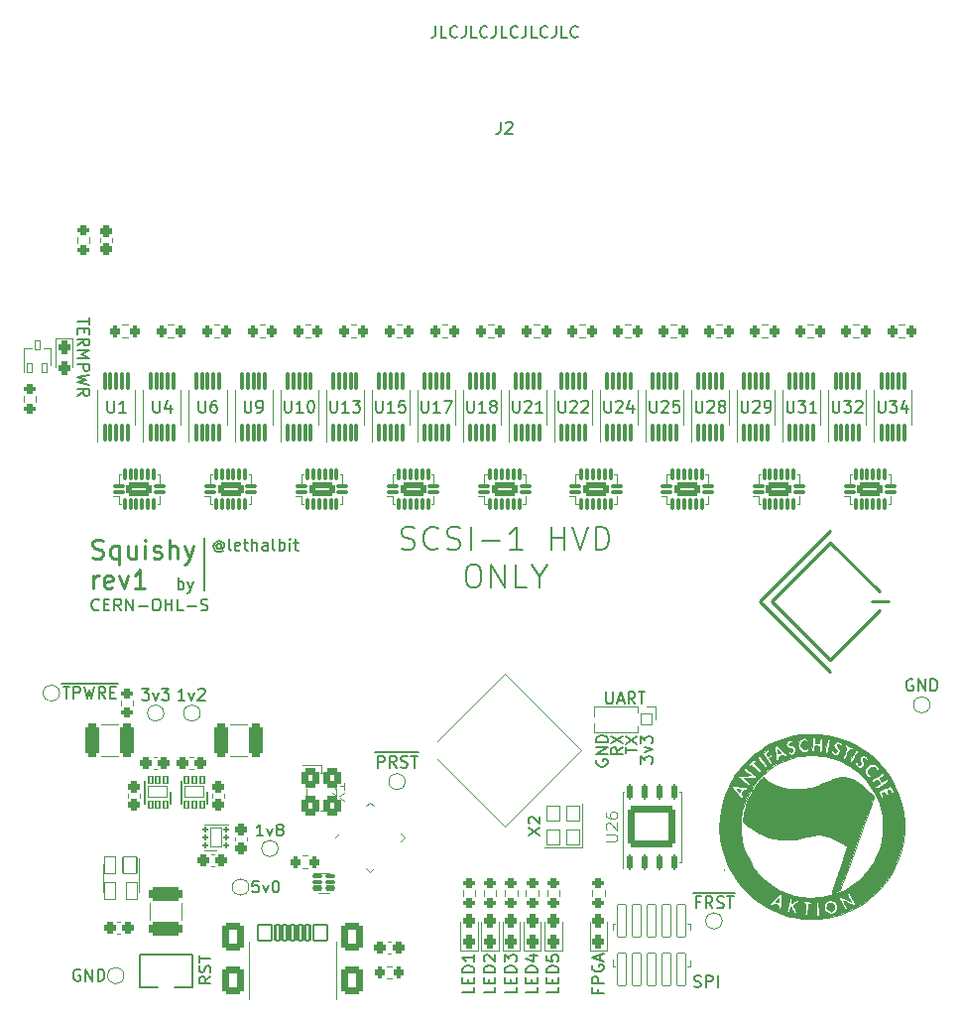
<source format=gto>
G04 #@! TF.GenerationSoftware,KiCad,Pcbnew,(6.0.6)*
G04 #@! TF.CreationDate,2022-06-27T22:23:26-04:00*
G04 #@! TF.ProjectId,squishy,73717569-7368-4792-9e6b-696361645f70,rev?*
G04 #@! TF.SameCoordinates,PX9634260PY768aae0*
G04 #@! TF.FileFunction,Legend,Top*
G04 #@! TF.FilePolarity,Positive*
%FSLAX46Y46*%
G04 Gerber Fmt 4.6, Leading zero omitted, Abs format (unit mm)*
G04 Created by KiCad (PCBNEW (6.0.6)) date 2022-06-27 22:23:26*
%MOMM*%
%LPD*%
G01*
G04 APERTURE LIST*
G04 Aperture macros list*
%AMRoundRect*
0 Rectangle with rounded corners*
0 $1 Rounding radius*
0 $2 $3 $4 $5 $6 $7 $8 $9 X,Y pos of 4 corners*
0 Add a 4 corners polygon primitive as box body*
4,1,4,$2,$3,$4,$5,$6,$7,$8,$9,$2,$3,0*
0 Add four circle primitives for the rounded corners*
1,1,$1+$1,$2,$3*
1,1,$1+$1,$4,$5*
1,1,$1+$1,$6,$7*
1,1,$1+$1,$8,$9*
0 Add four rect primitives between the rounded corners*
20,1,$1+$1,$2,$3,$4,$5,0*
20,1,$1+$1,$4,$5,$6,$7,0*
20,1,$1+$1,$6,$7,$8,$9,0*
20,1,$1+$1,$8,$9,$2,$3,0*%
G04 Aperture macros list end*
%ADD10C,0.250000*%
%ADD11C,0.200000*%
%ADD12C,0.150000*%
%ADD13C,0.120000*%
%ADD14C,0.100000*%
%ADD15C,0.010000*%
%ADD16RoundRect,0.300600X-0.449400X0.549400X-0.449400X-0.549400X0.449400X-0.549400X0.449400X0.549400X0*%
%ADD17RoundRect,0.150000X0.100000X-0.500000X0.100000X0.500000X-0.100000X0.500000X-0.100000X-0.500000X0*%
%ADD18RoundRect,0.301600X1.748400X-1.448400X1.748400X1.448400X-1.748400X1.448400X-1.748400X-1.448400X0*%
%ADD19C,1.700000*%
%ADD20C,4.750000*%
%ADD21RoundRect,0.268750X-0.256250X0.218750X-0.256250X-0.218750X0.256250X-0.218750X0.256250X0.218750X0*%
%ADD22RoundRect,0.250000X-0.275000X0.200000X-0.275000X-0.200000X0.275000X-0.200000X0.275000X0.200000X0*%
%ADD23RoundRect,0.101600X0.200000X-0.700000X0.200000X0.700000X-0.200000X0.700000X-0.200000X-0.700000X0*%
%ADD24RoundRect,0.101600X0.600000X-0.700000X0.600000X0.700000X-0.600000X0.700000X-0.600000X-0.700000X0*%
%ADD25RoundRect,0.300000X-0.600000X-0.900000X0.600000X-0.900000X0.600000X0.900000X-0.600000X0.900000X0*%
%ADD26RoundRect,0.250000X0.200000X0.275000X-0.200000X0.275000X-0.200000X-0.275000X0.200000X-0.275000X0*%
%ADD27RoundRect,0.268750X0.218750X0.256250X-0.218750X0.256250X-0.218750X-0.256250X0.218750X-0.256250X0*%
%ADD28RoundRect,0.143750X0.093750X0.106250X-0.093750X0.106250X-0.093750X-0.106250X0.093750X-0.106250X0*%
%ADD29RoundRect,0.050000X0.500000X0.800000X-0.500000X0.800000X-0.500000X-0.800000X0.500000X-0.800000X0*%
%ADD30RoundRect,0.112500X-0.203293X-0.291682X0.291682X0.203293X0.203293X0.291682X-0.291682X-0.203293X0*%
%ADD31RoundRect,0.112500X0.203293X-0.291682X0.291682X-0.203293X-0.203293X0.291682X-0.291682X0.203293X0*%
%ADD32RoundRect,0.050000X0.000000X-1.838478X1.838478X0.000000X0.000000X1.838478X-1.838478X0.000000X0*%
%ADD33RoundRect,0.275000X-0.250000X0.225000X-0.250000X-0.225000X0.250000X-0.225000X0.250000X0.225000X0*%
%ADD34RoundRect,0.275000X0.225000X0.250000X-0.225000X0.250000X-0.225000X-0.250000X0.225000X-0.250000X0*%
%ADD35RoundRect,0.050000X-0.175000X0.325000X-0.175000X-0.325000X0.175000X-0.325000X0.175000X0.325000X0*%
%ADD36RoundRect,0.050000X-0.800000X0.500000X-0.800000X-0.500000X0.800000X-0.500000X0.800000X0.500000X0*%
%ADD37RoundRect,0.275000X-0.225000X-0.250000X0.225000X-0.250000X0.225000X0.250000X-0.225000X0.250000X0*%
%ADD38C,0.500000*%
%ADD39RoundRect,0.250000X-0.200000X-0.275000X0.200000X-0.275000X0.200000X0.275000X-0.200000X0.275000X0*%
%ADD40RoundRect,0.050000X-0.370000X-1.395000X0.370000X-1.395000X0.370000X1.395000X-0.370000X1.395000X0*%
%ADD41RoundRect,0.050000X0.550000X-0.650000X0.550000X0.650000X-0.550000X0.650000X-0.550000X-0.650000X0*%
%ADD42RoundRect,0.287500X0.237500X-0.287500X0.237500X0.287500X-0.237500X0.287500X-0.237500X-0.287500X0*%
%ADD43C,1.100000*%
%ADD44C,1.500000*%
%ADD45RoundRect,0.125000X0.425000X-0.075000X0.425000X0.075000X-0.425000X0.075000X-0.425000X-0.075000X0*%
%ADD46RoundRect,0.125000X0.075000X0.425000X-0.075000X0.425000X-0.075000X-0.425000X0.075000X-0.425000X0*%
%ADD47RoundRect,0.125000X-0.425000X0.075000X-0.425000X-0.075000X0.425000X-0.075000X0.425000X0.075000X0*%
%ADD48RoundRect,0.125000X-0.075000X-0.425000X0.075000X-0.425000X0.075000X0.425000X-0.075000X0.425000X0*%
%ADD49RoundRect,0.250200X-0.849800X-0.349800X0.849800X-0.349800X0.849800X0.349800X-0.849800X0.349800X0*%
%ADD50RoundRect,0.300000X-1.100000X0.325000X-1.100000X-0.325000X1.100000X-0.325000X1.100000X0.325000X0*%
%ADD51RoundRect,0.299550X-1.100450X0.325450X-1.100450X-0.325450X1.100450X-0.325450X1.100450X0.325450X0*%
%ADD52RoundRect,0.125000X0.075000X-0.650000X0.075000X0.650000X-0.075000X0.650000X-0.075000X-0.650000X0*%
%ADD53RoundRect,0.299550X0.325450X1.100450X-0.325450X1.100450X-0.325450X-1.100450X0.325450X-1.100450X0*%
%ADD54RoundRect,0.300000X0.325000X1.100000X-0.325000X1.100000X-0.325000X-1.100000X0.325000X-1.100000X0*%
%ADD55RoundRect,0.250000X0.275000X-0.200000X0.275000X0.200000X-0.275000X0.200000X-0.275000X-0.200000X0*%
%ADD56RoundRect,0.112500X-0.337500X0.062500X-0.337500X-0.062500X0.337500X-0.062500X0.337500X0.062500X0*%
%ADD57RoundRect,0.137500X-0.312500X0.087500X-0.312500X-0.087500X0.312500X-0.087500X0.312500X0.087500X0*%
%ADD58RoundRect,0.287500X-0.237500X0.287500X-0.237500X-0.287500X0.237500X-0.287500X0.237500X0.287500X0*%
%ADD59RoundRect,0.050000X0.600000X0.700000X-0.600000X0.700000X-0.600000X-0.700000X0.600000X-0.700000X0*%
%ADD60RoundRect,0.050000X0.500000X0.700000X-0.500000X0.700000X-0.500000X-0.700000X0.500000X-0.700000X0*%
%ADD61C,3.300000*%
%ADD62RoundRect,0.050000X-0.225000X-0.350000X0.225000X-0.350000X0.225000X0.350000X-0.225000X0.350000X0*%
%ADD63C,1.300000*%
%ADD64RoundRect,0.299550X-0.325450X-1.100450X0.325450X-1.100450X0.325450X1.100450X-0.325450X1.100450X0*%
%ADD65RoundRect,0.300000X-0.325000X-1.100000X0.325000X-1.100000X0.325000X1.100000X-0.325000X1.100000X0*%
%ADD66RoundRect,0.050000X-0.500000X0.500000X-0.500000X-0.500000X0.500000X-0.500000X0.500000X0.500000X0*%
%ADD67O,1.100000X1.100000*%
G04 APERTURE END LIST*
D10*
X64300000Y33950000D02*
X70300000Y27950000D01*
X70300000Y28950000D02*
X74550000Y33200000D01*
X70300000Y38950000D02*
X74500000Y34750000D01*
X75300000Y33950000D02*
X73800000Y33950000D01*
X70300000Y39950000D02*
X64300000Y33950000D01*
D11*
X16850000Y39350000D02*
X16850000Y34850000D01*
D10*
X65300000Y33950000D02*
X70300000Y28950000D01*
X70300000Y38950000D02*
X65300000Y33950000D01*
D11*
X33692857Y38400477D02*
X33978571Y38305239D01*
X34454761Y38305239D01*
X34645238Y38400477D01*
X34740476Y38495715D01*
X34835714Y38686191D01*
X34835714Y38876667D01*
X34740476Y39067143D01*
X34645238Y39162381D01*
X34454761Y39257620D01*
X34073809Y39352858D01*
X33883333Y39448096D01*
X33788095Y39543334D01*
X33692857Y39733810D01*
X33692857Y39924286D01*
X33788095Y40114762D01*
X33883333Y40210000D01*
X34073809Y40305239D01*
X34550000Y40305239D01*
X34835714Y40210000D01*
X36835714Y38495715D02*
X36740476Y38400477D01*
X36454761Y38305239D01*
X36264285Y38305239D01*
X35978571Y38400477D01*
X35788095Y38590953D01*
X35692857Y38781429D01*
X35597619Y39162381D01*
X35597619Y39448096D01*
X35692857Y39829048D01*
X35788095Y40019524D01*
X35978571Y40210000D01*
X36264285Y40305239D01*
X36454761Y40305239D01*
X36740476Y40210000D01*
X36835714Y40114762D01*
X37597619Y38400477D02*
X37883333Y38305239D01*
X38359523Y38305239D01*
X38550000Y38400477D01*
X38645238Y38495715D01*
X38740476Y38686191D01*
X38740476Y38876667D01*
X38645238Y39067143D01*
X38550000Y39162381D01*
X38359523Y39257620D01*
X37978571Y39352858D01*
X37788095Y39448096D01*
X37692857Y39543334D01*
X37597619Y39733810D01*
X37597619Y39924286D01*
X37692857Y40114762D01*
X37788095Y40210000D01*
X37978571Y40305239D01*
X38454761Y40305239D01*
X38740476Y40210000D01*
X39597619Y38305239D02*
X39597619Y40305239D01*
X40550000Y39067143D02*
X42073809Y39067143D01*
X44073809Y38305239D02*
X42930952Y38305239D01*
X43502380Y38305239D02*
X43502380Y40305239D01*
X43311904Y40019524D01*
X43121428Y39829048D01*
X42930952Y39733810D01*
X46454761Y38305239D02*
X46454761Y40305239D01*
X46454761Y39352858D02*
X47597619Y39352858D01*
X47597619Y38305239D02*
X47597619Y40305239D01*
X48264285Y40305239D02*
X48930952Y38305239D01*
X49597619Y40305239D01*
X50264285Y38305239D02*
X50264285Y40305239D01*
X50740476Y40305239D01*
X51026190Y40210000D01*
X51216666Y40019524D01*
X51311904Y39829048D01*
X51407142Y39448096D01*
X51407142Y39162381D01*
X51311904Y38781429D01*
X51216666Y38590953D01*
X51026190Y38400477D01*
X50740476Y38305239D01*
X50264285Y38305239D01*
X39645238Y37085239D02*
X40026190Y37085239D01*
X40216666Y36990000D01*
X40407142Y36799524D01*
X40502380Y36418572D01*
X40502380Y35751905D01*
X40407142Y35370953D01*
X40216666Y35180477D01*
X40026190Y35085239D01*
X39645238Y35085239D01*
X39454761Y35180477D01*
X39264285Y35370953D01*
X39169047Y35751905D01*
X39169047Y36418572D01*
X39264285Y36799524D01*
X39454761Y36990000D01*
X39645238Y37085239D01*
X41359523Y35085239D02*
X41359523Y37085239D01*
X42502380Y35085239D01*
X42502380Y37085239D01*
X44407142Y35085239D02*
X43454761Y35085239D01*
X43454761Y37085239D01*
X45454761Y36037620D02*
X45454761Y35085239D01*
X44788095Y37085239D02*
X45454761Y36037620D01*
X46121428Y37085239D01*
D12*
X50350000Y20409405D02*
X50302380Y20314167D01*
X50302380Y20171310D01*
X50350000Y20028453D01*
X50445238Y19933215D01*
X50540476Y19885596D01*
X50730952Y19837977D01*
X50873809Y19837977D01*
X51064285Y19885596D01*
X51159523Y19933215D01*
X51254761Y20028453D01*
X51302380Y20171310D01*
X51302380Y20266548D01*
X51254761Y20409405D01*
X51207142Y20457024D01*
X50873809Y20457024D01*
X50873809Y20266548D01*
X51302380Y20885596D02*
X50302380Y20885596D01*
X51302380Y21457024D01*
X50302380Y21457024D01*
X51302380Y21933215D02*
X50302380Y21933215D01*
X50302380Y22171310D01*
X50350000Y22314167D01*
X50445238Y22409405D01*
X50540476Y22457024D01*
X50730952Y22504643D01*
X50873809Y22504643D01*
X51064285Y22457024D01*
X51159523Y22409405D01*
X51254761Y22314167D01*
X51302380Y22171310D01*
X51302380Y21933215D01*
X7857023Y33242858D02*
X7809404Y33195239D01*
X7666547Y33147620D01*
X7571309Y33147620D01*
X7428452Y33195239D01*
X7333214Y33290477D01*
X7285595Y33385715D01*
X7237976Y33576191D01*
X7237976Y33719048D01*
X7285595Y33909524D01*
X7333214Y34004762D01*
X7428452Y34100000D01*
X7571309Y34147620D01*
X7666547Y34147620D01*
X7809404Y34100000D01*
X7857023Y34052381D01*
X8285595Y33671429D02*
X8618928Y33671429D01*
X8761785Y33147620D02*
X8285595Y33147620D01*
X8285595Y34147620D01*
X8761785Y34147620D01*
X9761785Y33147620D02*
X9428452Y33623810D01*
X9190357Y33147620D02*
X9190357Y34147620D01*
X9571309Y34147620D01*
X9666547Y34100000D01*
X9714166Y34052381D01*
X9761785Y33957143D01*
X9761785Y33814286D01*
X9714166Y33719048D01*
X9666547Y33671429D01*
X9571309Y33623810D01*
X9190357Y33623810D01*
X10190357Y33147620D02*
X10190357Y34147620D01*
X10761785Y33147620D01*
X10761785Y34147620D01*
X11237976Y33528572D02*
X11999880Y33528572D01*
X12666547Y34147620D02*
X12857023Y34147620D01*
X12952261Y34100000D01*
X13047500Y34004762D01*
X13095119Y33814286D01*
X13095119Y33480953D01*
X13047500Y33290477D01*
X12952261Y33195239D01*
X12857023Y33147620D01*
X12666547Y33147620D01*
X12571309Y33195239D01*
X12476071Y33290477D01*
X12428452Y33480953D01*
X12428452Y33814286D01*
X12476071Y34004762D01*
X12571309Y34100000D01*
X12666547Y34147620D01*
X13523690Y33147620D02*
X13523690Y34147620D01*
X13523690Y33671429D02*
X14095119Y33671429D01*
X14095119Y33147620D02*
X14095119Y34147620D01*
X15047500Y33147620D02*
X14571309Y33147620D01*
X14571309Y34147620D01*
X15380833Y33528572D02*
X16142738Y33528572D01*
X16571309Y33195239D02*
X16714166Y33147620D01*
X16952261Y33147620D01*
X17047500Y33195239D01*
X17095119Y33242858D01*
X17142738Y33338096D01*
X17142738Y33433334D01*
X17095119Y33528572D01*
X17047500Y33576191D01*
X16952261Y33623810D01*
X16761785Y33671429D01*
X16666547Y33719048D01*
X16618928Y33766667D01*
X16571309Y33861905D01*
X16571309Y33957143D01*
X16618928Y34052381D01*
X16666547Y34100000D01*
X16761785Y34147620D01*
X16999880Y34147620D01*
X17142738Y34100000D01*
X51154761Y26197620D02*
X51154761Y25388096D01*
X51202380Y25292858D01*
X51250000Y25245239D01*
X51345238Y25197620D01*
X51535714Y25197620D01*
X51630952Y25245239D01*
X51678571Y25292858D01*
X51726190Y25388096D01*
X51726190Y26197620D01*
X52154761Y25483334D02*
X52630952Y25483334D01*
X52059523Y25197620D02*
X52392857Y26197620D01*
X52726190Y25197620D01*
X53630952Y25197620D02*
X53297619Y25673810D01*
X53059523Y25197620D02*
X53059523Y26197620D01*
X53440476Y26197620D01*
X53535714Y26150000D01*
X53583333Y26102381D01*
X53630952Y26007143D01*
X53630952Y25864286D01*
X53583333Y25769048D01*
X53535714Y25721429D01*
X53440476Y25673810D01*
X53059523Y25673810D01*
X53916666Y26197620D02*
X54488095Y26197620D01*
X54202380Y25197620D02*
X54202380Y26197620D01*
X7047619Y58130953D02*
X7047619Y57559524D01*
X6047619Y57845239D02*
X7047619Y57845239D01*
X6571428Y57226191D02*
X6571428Y56892858D01*
X6047619Y56750000D02*
X6047619Y57226191D01*
X7047619Y57226191D01*
X7047619Y56750000D01*
X6047619Y55750000D02*
X6523809Y56083334D01*
X6047619Y56321429D02*
X7047619Y56321429D01*
X7047619Y55940477D01*
X7000000Y55845239D01*
X6952380Y55797620D01*
X6857142Y55750000D01*
X6714285Y55750000D01*
X6619047Y55797620D01*
X6571428Y55845239D01*
X6523809Y55940477D01*
X6523809Y56321429D01*
X6047619Y55321429D02*
X7047619Y55321429D01*
X6333333Y54988096D01*
X7047619Y54654762D01*
X6047619Y54654762D01*
X6047619Y54178572D02*
X7047619Y54178572D01*
X7047619Y53797620D01*
X7000000Y53702381D01*
X6952380Y53654762D01*
X6857142Y53607143D01*
X6714285Y53607143D01*
X6619047Y53654762D01*
X6571428Y53702381D01*
X6523809Y53797620D01*
X6523809Y54178572D01*
X7047619Y53273810D02*
X6047619Y53035715D01*
X6761904Y52845239D01*
X6047619Y52654762D01*
X7047619Y52416667D01*
X6047619Y51464286D02*
X6523809Y51797620D01*
X6047619Y52035715D02*
X7047619Y52035715D01*
X7047619Y51654762D01*
X7000000Y51559524D01*
X6952380Y51511905D01*
X6857142Y51464286D01*
X6714285Y51464286D01*
X6619047Y51511905D01*
X6571428Y51559524D01*
X6523809Y51654762D01*
X6523809Y52035715D01*
X43502380Y1031370D02*
X43502380Y555179D01*
X42502380Y555179D01*
X42978571Y1364703D02*
X42978571Y1698036D01*
X43502380Y1840893D02*
X43502380Y1364703D01*
X42502380Y1364703D01*
X42502380Y1840893D01*
X43502380Y2269465D02*
X42502380Y2269465D01*
X42502380Y2507560D01*
X42550000Y2650417D01*
X42645238Y2745655D01*
X42740476Y2793274D01*
X42930952Y2840893D01*
X43073809Y2840893D01*
X43264285Y2793274D01*
X43359523Y2745655D01*
X43454761Y2650417D01*
X43502380Y2507560D01*
X43502380Y2269465D01*
X42502380Y3174227D02*
X42502380Y3793274D01*
X42883333Y3459941D01*
X42883333Y3602798D01*
X42930952Y3698036D01*
X42978571Y3745655D01*
X43073809Y3793274D01*
X43311904Y3793274D01*
X43407142Y3745655D01*
X43454761Y3698036D01*
X43502380Y3602798D01*
X43502380Y3317084D01*
X43454761Y3221846D01*
X43407142Y3174227D01*
D11*
X36595238Y83047620D02*
X36595238Y82333334D01*
X36547619Y82190477D01*
X36452380Y82095239D01*
X36309523Y82047620D01*
X36214285Y82047620D01*
X37547619Y82047620D02*
X37071428Y82047620D01*
X37071428Y83047620D01*
X38452380Y82142858D02*
X38404761Y82095239D01*
X38261904Y82047620D01*
X38166666Y82047620D01*
X38023809Y82095239D01*
X37928571Y82190477D01*
X37880952Y82285715D01*
X37833333Y82476191D01*
X37833333Y82619048D01*
X37880952Y82809524D01*
X37928571Y82904762D01*
X38023809Y83000000D01*
X38166666Y83047620D01*
X38261904Y83047620D01*
X38404761Y83000000D01*
X38452380Y82952381D01*
X39166666Y83047620D02*
X39166666Y82333334D01*
X39119047Y82190477D01*
X39023809Y82095239D01*
X38880952Y82047620D01*
X38785714Y82047620D01*
X40119047Y82047620D02*
X39642857Y82047620D01*
X39642857Y83047620D01*
X41023809Y82142858D02*
X40976190Y82095239D01*
X40833333Y82047620D01*
X40738095Y82047620D01*
X40595238Y82095239D01*
X40500000Y82190477D01*
X40452380Y82285715D01*
X40404761Y82476191D01*
X40404761Y82619048D01*
X40452380Y82809524D01*
X40500000Y82904762D01*
X40595238Y83000000D01*
X40738095Y83047620D01*
X40833333Y83047620D01*
X40976190Y83000000D01*
X41023809Y82952381D01*
X41738095Y83047620D02*
X41738095Y82333334D01*
X41690476Y82190477D01*
X41595238Y82095239D01*
X41452380Y82047620D01*
X41357142Y82047620D01*
X42690476Y82047620D02*
X42214285Y82047620D01*
X42214285Y83047620D01*
X43595238Y82142858D02*
X43547619Y82095239D01*
X43404761Y82047620D01*
X43309523Y82047620D01*
X43166666Y82095239D01*
X43071428Y82190477D01*
X43023809Y82285715D01*
X42976190Y82476191D01*
X42976190Y82619048D01*
X43023809Y82809524D01*
X43071428Y82904762D01*
X43166666Y83000000D01*
X43309523Y83047620D01*
X43404761Y83047620D01*
X43547619Y83000000D01*
X43595238Y82952381D01*
X44309523Y83047620D02*
X44309523Y82333334D01*
X44261904Y82190477D01*
X44166666Y82095239D01*
X44023809Y82047620D01*
X43928571Y82047620D01*
X45261904Y82047620D02*
X44785714Y82047620D01*
X44785714Y83047620D01*
X46166666Y82142858D02*
X46119047Y82095239D01*
X45976190Y82047620D01*
X45880952Y82047620D01*
X45738095Y82095239D01*
X45642857Y82190477D01*
X45595238Y82285715D01*
X45547619Y82476191D01*
X45547619Y82619048D01*
X45595238Y82809524D01*
X45642857Y82904762D01*
X45738095Y83000000D01*
X45880952Y83047620D01*
X45976190Y83047620D01*
X46119047Y83000000D01*
X46166666Y82952381D01*
X46880952Y83047620D02*
X46880952Y82333334D01*
X46833333Y82190477D01*
X46738095Y82095239D01*
X46595238Y82047620D01*
X46500000Y82047620D01*
X47833333Y82047620D02*
X47357142Y82047620D01*
X47357142Y83047620D01*
X48738095Y82142858D02*
X48690476Y82095239D01*
X48547619Y82047620D01*
X48452380Y82047620D01*
X48309523Y82095239D01*
X48214285Y82190477D01*
X48166666Y82285715D01*
X48119047Y82476191D01*
X48119047Y82619048D01*
X48166666Y82809524D01*
X48214285Y82904762D01*
X48309523Y83000000D01*
X48452380Y83047620D01*
X48547619Y83047620D01*
X48690476Y83000000D01*
X48738095Y82952381D01*
D12*
X47102380Y1031370D02*
X47102380Y555179D01*
X46102380Y555179D01*
X46578571Y1364703D02*
X46578571Y1698036D01*
X47102380Y1840893D02*
X47102380Y1364703D01*
X46102380Y1364703D01*
X46102380Y1840893D01*
X47102380Y2269465D02*
X46102380Y2269465D01*
X46102380Y2507560D01*
X46150000Y2650417D01*
X46245238Y2745655D01*
X46340476Y2793274D01*
X46530952Y2840893D01*
X46673809Y2840893D01*
X46864285Y2793274D01*
X46959523Y2745655D01*
X47054761Y2650417D01*
X47102380Y2507560D01*
X47102380Y2269465D01*
X46102380Y3745655D02*
X46102380Y3269465D01*
X46578571Y3221846D01*
X46530952Y3269465D01*
X46483333Y3364703D01*
X46483333Y3602798D01*
X46530952Y3698036D01*
X46578571Y3745655D01*
X46673809Y3793274D01*
X46911904Y3793274D01*
X47007142Y3745655D01*
X47054761Y3698036D01*
X47102380Y3602798D01*
X47102380Y3364703D01*
X47054761Y3269465D01*
X47007142Y3221846D01*
X45302380Y1031370D02*
X45302380Y555179D01*
X44302380Y555179D01*
X44778571Y1364703D02*
X44778571Y1698036D01*
X45302380Y1840893D02*
X45302380Y1364703D01*
X44302380Y1364703D01*
X44302380Y1840893D01*
X45302380Y2269465D02*
X44302380Y2269465D01*
X44302380Y2507560D01*
X44350000Y2650417D01*
X44445238Y2745655D01*
X44540476Y2793274D01*
X44730952Y2840893D01*
X44873809Y2840893D01*
X45064285Y2793274D01*
X45159523Y2745655D01*
X45254761Y2650417D01*
X45302380Y2507560D01*
X45302380Y2269465D01*
X44635714Y3698036D02*
X45302380Y3698036D01*
X44254761Y3459941D02*
X44969047Y3221846D01*
X44969047Y3840893D01*
X52552380Y21457024D02*
X52076190Y21123691D01*
X52552380Y20885596D02*
X51552380Y20885596D01*
X51552380Y21266548D01*
X51600000Y21361786D01*
X51647619Y21409405D01*
X51742857Y21457024D01*
X51885714Y21457024D01*
X51980952Y21409405D01*
X52028571Y21361786D01*
X52076190Y21266548D01*
X52076190Y20885596D01*
X51552380Y21790358D02*
X52552380Y22457024D01*
X51552380Y22457024D02*
X52552380Y21790358D01*
X39902380Y1031370D02*
X39902380Y555179D01*
X38902380Y555179D01*
X39378571Y1364703D02*
X39378571Y1698036D01*
X39902380Y1840893D02*
X39902380Y1364703D01*
X38902380Y1364703D01*
X38902380Y1840893D01*
X39902380Y2269465D02*
X38902380Y2269465D01*
X38902380Y2507560D01*
X38950000Y2650417D01*
X39045238Y2745655D01*
X39140476Y2793274D01*
X39330952Y2840893D01*
X39473809Y2840893D01*
X39664285Y2793274D01*
X39759523Y2745655D01*
X39854761Y2650417D01*
X39902380Y2507560D01*
X39902380Y2269465D01*
X39902380Y3793274D02*
X39902380Y3221846D01*
X39902380Y3507560D02*
X38902380Y3507560D01*
X39045238Y3412322D01*
X39140476Y3317084D01*
X39188095Y3221846D01*
X50428571Y840893D02*
X50428571Y507560D01*
X50952380Y507560D02*
X49952380Y507560D01*
X49952380Y983750D01*
X50952380Y1364703D02*
X49952380Y1364703D01*
X49952380Y1745655D01*
X50000000Y1840893D01*
X50047619Y1888512D01*
X50142857Y1936131D01*
X50285714Y1936131D01*
X50380952Y1888512D01*
X50428571Y1840893D01*
X50476190Y1745655D01*
X50476190Y1364703D01*
X50000000Y2888512D02*
X49952380Y2793274D01*
X49952380Y2650417D01*
X50000000Y2507560D01*
X50095238Y2412322D01*
X50190476Y2364703D01*
X50380952Y2317084D01*
X50523809Y2317084D01*
X50714285Y2364703D01*
X50809523Y2412322D01*
X50904761Y2507560D01*
X50952380Y2650417D01*
X50952380Y2745655D01*
X50904761Y2888512D01*
X50857142Y2936131D01*
X50523809Y2936131D01*
X50523809Y2745655D01*
X50666666Y3317084D02*
X50666666Y3793274D01*
X50952380Y3221846D02*
X49952380Y3555179D01*
X50952380Y3888512D01*
D10*
X7317261Y37690381D02*
X7545833Y37614191D01*
X7926785Y37614191D01*
X8079166Y37690381D01*
X8155357Y37766572D01*
X8231547Y37918953D01*
X8231547Y38071334D01*
X8155357Y38223715D01*
X8079166Y38299905D01*
X7926785Y38376096D01*
X7622023Y38452286D01*
X7469642Y38528477D01*
X7393452Y38604667D01*
X7317261Y38757048D01*
X7317261Y38909429D01*
X7393452Y39061810D01*
X7469642Y39138000D01*
X7622023Y39214191D01*
X8002976Y39214191D01*
X8231547Y39138000D01*
X9602976Y38680858D02*
X9602976Y37080858D01*
X9602976Y37690381D02*
X9450595Y37614191D01*
X9145833Y37614191D01*
X8993452Y37690381D01*
X8917261Y37766572D01*
X8841071Y37918953D01*
X8841071Y38376096D01*
X8917261Y38528477D01*
X8993452Y38604667D01*
X9145833Y38680858D01*
X9450595Y38680858D01*
X9602976Y38604667D01*
X11050595Y38680858D02*
X11050595Y37614191D01*
X10364880Y38680858D02*
X10364880Y37842762D01*
X10441071Y37690381D01*
X10593452Y37614191D01*
X10822023Y37614191D01*
X10974404Y37690381D01*
X11050595Y37766572D01*
X11812500Y37614191D02*
X11812500Y38680858D01*
X11812500Y39214191D02*
X11736309Y39138000D01*
X11812500Y39061810D01*
X11888690Y39138000D01*
X11812500Y39214191D01*
X11812500Y39061810D01*
X12498214Y37690381D02*
X12650595Y37614191D01*
X12955357Y37614191D01*
X13107738Y37690381D01*
X13183928Y37842762D01*
X13183928Y37918953D01*
X13107738Y38071334D01*
X12955357Y38147524D01*
X12726785Y38147524D01*
X12574404Y38223715D01*
X12498214Y38376096D01*
X12498214Y38452286D01*
X12574404Y38604667D01*
X12726785Y38680858D01*
X12955357Y38680858D01*
X13107738Y38604667D01*
X13869642Y37614191D02*
X13869642Y39214191D01*
X14555357Y37614191D02*
X14555357Y38452286D01*
X14479166Y38604667D01*
X14326785Y38680858D01*
X14098214Y38680858D01*
X13945833Y38604667D01*
X13869642Y38528477D01*
X15164880Y38680858D02*
X15545833Y37614191D01*
X15926785Y38680858D02*
X15545833Y37614191D01*
X15393452Y37233239D01*
X15317261Y37157048D01*
X15164880Y37080858D01*
X7393452Y35038191D02*
X7393452Y36104858D01*
X7393452Y35800096D02*
X7469642Y35952477D01*
X7545833Y36028667D01*
X7698214Y36104858D01*
X7850595Y36104858D01*
X8993452Y35114381D02*
X8841071Y35038191D01*
X8536309Y35038191D01*
X8383928Y35114381D01*
X8307738Y35266762D01*
X8307738Y35876286D01*
X8383928Y36028667D01*
X8536309Y36104858D01*
X8841071Y36104858D01*
X8993452Y36028667D01*
X9069642Y35876286D01*
X9069642Y35723905D01*
X8307738Y35571524D01*
X9602976Y36104858D02*
X9983928Y35038191D01*
X10364880Y36104858D01*
X11812500Y35038191D02*
X10898214Y35038191D01*
X11355357Y35038191D02*
X11355357Y36638191D01*
X11202976Y36409620D01*
X11050595Y36257239D01*
X10898214Y36181048D01*
D12*
X54102380Y20090358D02*
X54102380Y20709405D01*
X54483333Y20376072D01*
X54483333Y20518929D01*
X54530952Y20614167D01*
X54578571Y20661786D01*
X54673809Y20709405D01*
X54911904Y20709405D01*
X55007142Y20661786D01*
X55054761Y20614167D01*
X55102380Y20518929D01*
X55102380Y20233215D01*
X55054761Y20137977D01*
X55007142Y20090358D01*
X54435714Y21042739D02*
X55102380Y21280834D01*
X54435714Y21518929D01*
X54102380Y21804643D02*
X54102380Y22423691D01*
X54483333Y22090358D01*
X54483333Y22233215D01*
X54530952Y22328453D01*
X54578571Y22376072D01*
X54673809Y22423691D01*
X54911904Y22423691D01*
X55007142Y22376072D01*
X55054761Y22328453D01*
X55102380Y22233215D01*
X55102380Y21947500D01*
X55054761Y21852262D01*
X55007142Y21804643D01*
X52802380Y20942739D02*
X52802380Y21514167D01*
X53802380Y21228453D02*
X52802380Y21228453D01*
X52802380Y21752262D02*
X53802380Y22418929D01*
X52802380Y22418929D02*
X53802380Y21752262D01*
X41702380Y1031370D02*
X41702380Y555179D01*
X40702380Y555179D01*
X41178571Y1364703D02*
X41178571Y1698036D01*
X41702380Y1840893D02*
X41702380Y1364703D01*
X40702380Y1364703D01*
X40702380Y1840893D01*
X41702380Y2269465D02*
X40702380Y2269465D01*
X40702380Y2507560D01*
X40750000Y2650417D01*
X40845238Y2745655D01*
X40940476Y2793274D01*
X41130952Y2840893D01*
X41273809Y2840893D01*
X41464285Y2793274D01*
X41559523Y2745655D01*
X41654761Y2650417D01*
X41702380Y2507560D01*
X41702380Y2269465D01*
X40797619Y3221846D02*
X40750000Y3269465D01*
X40702380Y3364703D01*
X40702380Y3602798D01*
X40750000Y3698036D01*
X40797619Y3745655D01*
X40892857Y3793274D01*
X40988095Y3793274D01*
X41130952Y3745655D01*
X41702380Y3174227D01*
X41702380Y3793274D01*
X18304642Y38773810D02*
X18257023Y38821429D01*
X18161785Y38869048D01*
X18066547Y38869048D01*
X17971309Y38821429D01*
X17923690Y38773810D01*
X17876071Y38678572D01*
X17876071Y38583334D01*
X17923690Y38488096D01*
X17971309Y38440477D01*
X18066547Y38392858D01*
X18161785Y38392858D01*
X18257023Y38440477D01*
X18304642Y38488096D01*
X18304642Y38869048D02*
X18304642Y38488096D01*
X18352261Y38440477D01*
X18399880Y38440477D01*
X18495119Y38488096D01*
X18542738Y38583334D01*
X18542738Y38821429D01*
X18447500Y38964286D01*
X18304642Y39059524D01*
X18114166Y39107143D01*
X17923690Y39059524D01*
X17780833Y38964286D01*
X17685595Y38821429D01*
X17637976Y38630953D01*
X17685595Y38440477D01*
X17780833Y38297620D01*
X17923690Y38202381D01*
X18114166Y38154762D01*
X18304642Y38202381D01*
X18447500Y38297620D01*
X19114166Y38297620D02*
X19018928Y38345239D01*
X18971309Y38440477D01*
X18971309Y39297620D01*
X19876071Y38345239D02*
X19780833Y38297620D01*
X19590357Y38297620D01*
X19495119Y38345239D01*
X19447500Y38440477D01*
X19447500Y38821429D01*
X19495119Y38916667D01*
X19590357Y38964286D01*
X19780833Y38964286D01*
X19876071Y38916667D01*
X19923690Y38821429D01*
X19923690Y38726191D01*
X19447500Y38630953D01*
X20209404Y38964286D02*
X20590357Y38964286D01*
X20352261Y39297620D02*
X20352261Y38440477D01*
X20399880Y38345239D01*
X20495119Y38297620D01*
X20590357Y38297620D01*
X20923690Y38297620D02*
X20923690Y39297620D01*
X21352261Y38297620D02*
X21352261Y38821429D01*
X21304642Y38916667D01*
X21209404Y38964286D01*
X21066547Y38964286D01*
X20971309Y38916667D01*
X20923690Y38869048D01*
X22257023Y38297620D02*
X22257023Y38821429D01*
X22209404Y38916667D01*
X22114166Y38964286D01*
X21923690Y38964286D01*
X21828452Y38916667D01*
X22257023Y38345239D02*
X22161785Y38297620D01*
X21923690Y38297620D01*
X21828452Y38345239D01*
X21780833Y38440477D01*
X21780833Y38535715D01*
X21828452Y38630953D01*
X21923690Y38678572D01*
X22161785Y38678572D01*
X22257023Y38726191D01*
X22876071Y38297620D02*
X22780833Y38345239D01*
X22733214Y38440477D01*
X22733214Y39297620D01*
X23257023Y38297620D02*
X23257023Y39297620D01*
X23257023Y38916667D02*
X23352261Y38964286D01*
X23542738Y38964286D01*
X23637976Y38916667D01*
X23685595Y38869048D01*
X23733214Y38773810D01*
X23733214Y38488096D01*
X23685595Y38392858D01*
X23637976Y38345239D01*
X23542738Y38297620D01*
X23352261Y38297620D01*
X23257023Y38345239D01*
X24161785Y38297620D02*
X24161785Y38964286D01*
X24161785Y39297620D02*
X24114166Y39250000D01*
X24161785Y39202381D01*
X24209404Y39250000D01*
X24161785Y39297620D01*
X24161785Y39202381D01*
X24495119Y38964286D02*
X24876071Y38964286D01*
X24637976Y39297620D02*
X24637976Y38440477D01*
X24685595Y38345239D01*
X24780833Y38297620D01*
X24876071Y38297620D01*
X14635595Y34947620D02*
X14635595Y35947620D01*
X14635595Y35566667D02*
X14730833Y35614286D01*
X14921309Y35614286D01*
X15016547Y35566667D01*
X15064166Y35519048D01*
X15111785Y35423810D01*
X15111785Y35138096D01*
X15064166Y35042858D01*
X15016547Y34995239D01*
X14921309Y34947620D01*
X14730833Y34947620D01*
X14635595Y34995239D01*
X15445119Y35614286D02*
X15683214Y34947620D01*
X15921309Y35614286D02*
X15683214Y34947620D01*
X15587976Y34709524D01*
X15540357Y34661905D01*
X15445119Y34614286D01*
X58676190Y1045239D02*
X58819047Y997620D01*
X59057142Y997620D01*
X59152380Y1045239D01*
X59200000Y1092858D01*
X59247619Y1188096D01*
X59247619Y1283334D01*
X59200000Y1378572D01*
X59152380Y1426191D01*
X59057142Y1473810D01*
X58866666Y1521429D01*
X58771428Y1569048D01*
X58723809Y1616667D01*
X58676190Y1711905D01*
X58676190Y1807143D01*
X58723809Y1902381D01*
X58771428Y1950000D01*
X58866666Y1997620D01*
X59104761Y1997620D01*
X59247619Y1950000D01*
X59676190Y997620D02*
X59676190Y1997620D01*
X60057142Y1997620D01*
X60152380Y1950000D01*
X60200000Y1902381D01*
X60247619Y1807143D01*
X60247619Y1664286D01*
X60200000Y1569048D01*
X60152380Y1521429D01*
X60057142Y1473810D01*
X59676190Y1473810D01*
X60676190Y997620D02*
X60676190Y1997620D01*
D13*
G04 #@! TO.C,X1*
X27802380Y16890477D02*
X28802380Y17557143D01*
X27802380Y17557143D02*
X28802380Y16890477D01*
X28802380Y18461905D02*
X28802380Y17890477D01*
X28802380Y18176191D02*
X27802380Y18176191D01*
X27945238Y18080953D01*
X28040476Y17985715D01*
X28088095Y17890477D01*
D14*
G04 #@! TO.C,U26*
X51102380Y13461905D02*
X51911904Y13461905D01*
X52007142Y13509524D01*
X52054761Y13557143D01*
X52102380Y13652381D01*
X52102380Y13842858D01*
X52054761Y13938096D01*
X52007142Y13985715D01*
X51911904Y14033334D01*
X51102380Y14033334D01*
X51197619Y14461905D02*
X51150000Y14509524D01*
X51102380Y14604762D01*
X51102380Y14842858D01*
X51150000Y14938096D01*
X51197619Y14985715D01*
X51292857Y15033334D01*
X51388095Y15033334D01*
X51530952Y14985715D01*
X52102380Y14414286D01*
X52102380Y15033334D01*
X51102380Y15890477D02*
X51102380Y15700000D01*
X51150000Y15604762D01*
X51197619Y15557143D01*
X51340476Y15461905D01*
X51530952Y15414286D01*
X51911904Y15414286D01*
X52007142Y15461905D01*
X52054761Y15509524D01*
X52102380Y15604762D01*
X52102380Y15795239D01*
X52054761Y15890477D01*
X52007142Y15938096D01*
X51911904Y15985715D01*
X51673809Y15985715D01*
X51578571Y15938096D01*
X51530952Y15890477D01*
X51483333Y15795239D01*
X51483333Y15604762D01*
X51530952Y15509524D01*
X51578571Y15461905D01*
X51673809Y15414286D01*
D12*
G04 #@! TO.C,J2*
X42166666Y74847620D02*
X42166666Y74133334D01*
X42119047Y73990477D01*
X42023809Y73895239D01*
X41880952Y73847620D01*
X41785714Y73847620D01*
X42595238Y74752381D02*
X42642857Y74800000D01*
X42738095Y74847620D01*
X42976190Y74847620D01*
X43071428Y74800000D01*
X43119047Y74752381D01*
X43166666Y74657143D01*
X43166666Y74561905D01*
X43119047Y74419048D01*
X42547619Y73847620D01*
X43166666Y73847620D01*
G04 #@! TO.C,X2*
X44502380Y13990477D02*
X45502380Y14657143D01*
X44502380Y14657143D02*
X45502380Y13990477D01*
X44597619Y14990477D02*
X44550000Y15038096D01*
X44502380Y15133334D01*
X44502380Y15371429D01*
X44550000Y15466667D01*
X44597619Y15514286D01*
X44692857Y15561905D01*
X44788095Y15561905D01*
X44930952Y15514286D01*
X45502380Y14942858D01*
X45502380Y15561905D01*
G04 #@! TO.C,TP3*
X15203571Y25497620D02*
X14632142Y25497620D01*
X14917857Y25497620D02*
X14917857Y26497620D01*
X14822619Y26354762D01*
X14727380Y26259524D01*
X14632142Y26211905D01*
X15536904Y26164286D02*
X15775000Y25497620D01*
X16013095Y26164286D01*
X16346428Y26402381D02*
X16394047Y26450000D01*
X16489285Y26497620D01*
X16727380Y26497620D01*
X16822619Y26450000D01*
X16870238Y26402381D01*
X16917857Y26307143D01*
X16917857Y26211905D01*
X16870238Y26069048D01*
X16298809Y25497620D01*
X16917857Y25497620D01*
G04 #@! TO.C,TP4*
X21480953Y10097620D02*
X21004762Y10097620D01*
X20957143Y9621429D01*
X21004762Y9669048D01*
X21100001Y9716667D01*
X21338096Y9716667D01*
X21433334Y9669048D01*
X21480953Y9621429D01*
X21528572Y9526191D01*
X21528572Y9288096D01*
X21480953Y9192858D01*
X21433334Y9145239D01*
X21338096Y9097620D01*
X21100001Y9097620D01*
X21004762Y9145239D01*
X20957143Y9192858D01*
X21861905Y9764286D02*
X22100001Y9097620D01*
X22338096Y9764286D01*
X22909524Y10097620D02*
X23004762Y10097620D01*
X23100001Y10050000D01*
X23147620Y10002381D01*
X23195239Y9907143D01*
X23242858Y9716667D01*
X23242858Y9478572D01*
X23195239Y9288096D01*
X23147620Y9192858D01*
X23100001Y9145239D01*
X23004762Y9097620D01*
X22909524Y9097620D01*
X22814286Y9145239D01*
X22766667Y9192858D01*
X22719048Y9288096D01*
X22671429Y9478572D01*
X22671429Y9716667D01*
X22719048Y9907143D01*
X22766667Y10002381D01*
X22814286Y10050000D01*
X22909524Y10097620D01*
G04 #@! TO.C,TP1*
X11509523Y26497620D02*
X12128571Y26497620D01*
X11795238Y26116667D01*
X11938095Y26116667D01*
X12033333Y26069048D01*
X12080952Y26021429D01*
X12128571Y25926191D01*
X12128571Y25688096D01*
X12080952Y25592858D01*
X12033333Y25545239D01*
X11938095Y25497620D01*
X11652380Y25497620D01*
X11557142Y25545239D01*
X11509523Y25592858D01*
X12461904Y26164286D02*
X12700000Y25497620D01*
X12938095Y26164286D01*
X13223809Y26497620D02*
X13842857Y26497620D01*
X13509523Y26116667D01*
X13652380Y26116667D01*
X13747619Y26069048D01*
X13795238Y26021429D01*
X13842857Y25926191D01*
X13842857Y25688096D01*
X13795238Y25592858D01*
X13747619Y25545239D01*
X13652380Y25497620D01*
X13366666Y25497620D01*
X13271428Y25545239D01*
X13223809Y25592858D01*
G04 #@! TO.C,TP5*
X21878571Y13922620D02*
X21307142Y13922620D01*
X21592857Y13922620D02*
X21592857Y14922620D01*
X21497619Y14779762D01*
X21402380Y14684524D01*
X21307142Y14636905D01*
X22211904Y14589286D02*
X22450000Y13922620D01*
X22688095Y14589286D01*
X23211904Y14494048D02*
X23116666Y14541667D01*
X23069047Y14589286D01*
X23021428Y14684524D01*
X23021428Y14732143D01*
X23069047Y14827381D01*
X23116666Y14875000D01*
X23211904Y14922620D01*
X23402380Y14922620D01*
X23497619Y14875000D01*
X23545238Y14827381D01*
X23592857Y14732143D01*
X23592857Y14684524D01*
X23545238Y14589286D01*
X23497619Y14541667D01*
X23402380Y14494048D01*
X23211904Y14494048D01*
X23116666Y14446429D01*
X23069047Y14398810D01*
X23021428Y14303572D01*
X23021428Y14113096D01*
X23069047Y14017858D01*
X23116666Y13970239D01*
X23211904Y13922620D01*
X23402380Y13922620D01*
X23497619Y13970239D01*
X23545238Y14017858D01*
X23592857Y14113096D01*
X23592857Y14303572D01*
X23545238Y14398810D01*
X23497619Y14446429D01*
X23402380Y14494048D01*
G04 #@! TO.C,U24*
X51011904Y51047620D02*
X51011904Y50238096D01*
X51059523Y50142858D01*
X51107142Y50095239D01*
X51202380Y50047620D01*
X51392857Y50047620D01*
X51488095Y50095239D01*
X51535714Y50142858D01*
X51583333Y50238096D01*
X51583333Y51047620D01*
X52011904Y50952381D02*
X52059523Y51000000D01*
X52154761Y51047620D01*
X52392857Y51047620D01*
X52488095Y51000000D01*
X52535714Y50952381D01*
X52583333Y50857143D01*
X52583333Y50761905D01*
X52535714Y50619048D01*
X51964285Y50047620D01*
X52583333Y50047620D01*
X53440476Y50714286D02*
X53440476Y50047620D01*
X53202380Y51095239D02*
X52964285Y50380953D01*
X53583333Y50380953D01*
G04 #@! TO.C,TP7*
X58576785Y9045000D02*
X59433928Y9045000D01*
X59148214Y8286429D02*
X58814880Y8286429D01*
X58814880Y7762620D02*
X58814880Y8762620D01*
X59291071Y8762620D01*
X59433928Y9045000D02*
X60433928Y9045000D01*
X60243452Y7762620D02*
X59910119Y8238810D01*
X59672023Y7762620D02*
X59672023Y8762620D01*
X60052976Y8762620D01*
X60148214Y8715000D01*
X60195833Y8667381D01*
X60243452Y8572143D01*
X60243452Y8429286D01*
X60195833Y8334048D01*
X60148214Y8286429D01*
X60052976Y8238810D01*
X59672023Y8238810D01*
X60433928Y9045000D02*
X61386309Y9045000D01*
X60624404Y7810239D02*
X60767261Y7762620D01*
X61005357Y7762620D01*
X61100595Y7810239D01*
X61148214Y7857858D01*
X61195833Y7953096D01*
X61195833Y8048334D01*
X61148214Y8143572D01*
X61100595Y8191191D01*
X61005357Y8238810D01*
X60814880Y8286429D01*
X60719642Y8334048D01*
X60672023Y8381667D01*
X60624404Y8476905D01*
X60624404Y8572143D01*
X60672023Y8667381D01*
X60719642Y8715000D01*
X60814880Y8762620D01*
X61052976Y8762620D01*
X61195833Y8715000D01*
X61386309Y9045000D02*
X62148214Y9045000D01*
X61481547Y8762620D02*
X62052976Y8762620D01*
X61767261Y7762620D02*
X61767261Y8762620D01*
G04 #@! TO.C,U21*
X43211904Y51047620D02*
X43211904Y50238096D01*
X43259523Y50142858D01*
X43307142Y50095239D01*
X43402380Y50047620D01*
X43592857Y50047620D01*
X43688095Y50095239D01*
X43735714Y50142858D01*
X43783333Y50238096D01*
X43783333Y51047620D01*
X44211904Y50952381D02*
X44259523Y51000000D01*
X44354761Y51047620D01*
X44592857Y51047620D01*
X44688095Y51000000D01*
X44735714Y50952381D01*
X44783333Y50857143D01*
X44783333Y50761905D01*
X44735714Y50619048D01*
X44164285Y50047620D01*
X44783333Y50047620D01*
X45735714Y50047620D02*
X45164285Y50047620D01*
X45450000Y50047620D02*
X45450000Y51047620D01*
X45354761Y50904762D01*
X45259523Y50809524D01*
X45164285Y50761905D01*
G04 #@! TO.C,TP2*
X6238095Y2500000D02*
X6142857Y2547620D01*
X6000000Y2547620D01*
X5857142Y2500000D01*
X5761904Y2404762D01*
X5714285Y2309524D01*
X5666666Y2119048D01*
X5666666Y1976191D01*
X5714285Y1785715D01*
X5761904Y1690477D01*
X5857142Y1595239D01*
X6000000Y1547620D01*
X6095238Y1547620D01*
X6238095Y1595239D01*
X6285714Y1642858D01*
X6285714Y1976191D01*
X6095238Y1976191D01*
X6714285Y1547620D02*
X6714285Y2547620D01*
X7285714Y1547620D01*
X7285714Y2547620D01*
X7761904Y1547620D02*
X7761904Y2547620D01*
X8000000Y2547620D01*
X8142857Y2500000D01*
X8238095Y2404762D01*
X8285714Y2309524D01*
X8333333Y2119048D01*
X8333333Y1976191D01*
X8285714Y1785715D01*
X8238095Y1690477D01*
X8142857Y1595239D01*
X8000000Y1547620D01*
X7761904Y1547620D01*
G04 #@! TO.C,U15*
X31511904Y51047620D02*
X31511904Y50238096D01*
X31559523Y50142858D01*
X31607142Y50095239D01*
X31702380Y50047620D01*
X31892857Y50047620D01*
X31988095Y50095239D01*
X32035714Y50142858D01*
X32083333Y50238096D01*
X32083333Y51047620D01*
X33083333Y50047620D02*
X32511904Y50047620D01*
X32797619Y50047620D02*
X32797619Y51047620D01*
X32702380Y50904762D01*
X32607142Y50809524D01*
X32511904Y50761905D01*
X33988095Y51047620D02*
X33511904Y51047620D01*
X33464285Y50571429D01*
X33511904Y50619048D01*
X33607142Y50666667D01*
X33845238Y50666667D01*
X33940476Y50619048D01*
X33988095Y50571429D01*
X34035714Y50476191D01*
X34035714Y50238096D01*
X33988095Y50142858D01*
X33940476Y50095239D01*
X33845238Y50047620D01*
X33607142Y50047620D01*
X33511904Y50095239D01*
X33464285Y50142858D01*
G04 #@! TO.C,U4*
X12488095Y51047620D02*
X12488095Y50238096D01*
X12535714Y50142858D01*
X12583333Y50095239D01*
X12678571Y50047620D01*
X12869047Y50047620D01*
X12964285Y50095239D01*
X13011904Y50142858D01*
X13059523Y50238096D01*
X13059523Y51047620D01*
X13964285Y50714286D02*
X13964285Y50047620D01*
X13726190Y51095239D02*
X13488095Y50380953D01*
X14107142Y50380953D01*
G04 #@! TO.C,TP17*
X77338095Y27250000D02*
X77242857Y27297620D01*
X77100000Y27297620D01*
X76957142Y27250000D01*
X76861904Y27154762D01*
X76814285Y27059524D01*
X76766666Y26869048D01*
X76766666Y26726191D01*
X76814285Y26535715D01*
X76861904Y26440477D01*
X76957142Y26345239D01*
X77100000Y26297620D01*
X77195238Y26297620D01*
X77338095Y26345239D01*
X77385714Y26392858D01*
X77385714Y26726191D01*
X77195238Y26726191D01*
X77814285Y26297620D02*
X77814285Y27297620D01*
X78385714Y26297620D01*
X78385714Y27297620D01*
X78861904Y26297620D02*
X78861904Y27297620D01*
X79100000Y27297620D01*
X79242857Y27250000D01*
X79338095Y27154762D01*
X79385714Y27059524D01*
X79433333Y26869048D01*
X79433333Y26726191D01*
X79385714Y26535715D01*
X79338095Y26440477D01*
X79242857Y26345239D01*
X79100000Y26297620D01*
X78861904Y26297620D01*
G04 #@! TO.C,TP6*
X31442857Y21030000D02*
X32442857Y21030000D01*
X31680952Y19747620D02*
X31680952Y20747620D01*
X32061904Y20747620D01*
X32157142Y20700000D01*
X32204761Y20652381D01*
X32252380Y20557143D01*
X32252380Y20414286D01*
X32204761Y20319048D01*
X32157142Y20271429D01*
X32061904Y20223810D01*
X31680952Y20223810D01*
X32442857Y21030000D02*
X33442857Y21030000D01*
X33252380Y19747620D02*
X32919047Y20223810D01*
X32680952Y19747620D02*
X32680952Y20747620D01*
X33061904Y20747620D01*
X33157142Y20700000D01*
X33204761Y20652381D01*
X33252380Y20557143D01*
X33252380Y20414286D01*
X33204761Y20319048D01*
X33157142Y20271429D01*
X33061904Y20223810D01*
X32680952Y20223810D01*
X33442857Y21030000D02*
X34395238Y21030000D01*
X33633333Y19795239D02*
X33776190Y19747620D01*
X34014285Y19747620D01*
X34109523Y19795239D01*
X34157142Y19842858D01*
X34204761Y19938096D01*
X34204761Y20033334D01*
X34157142Y20128572D01*
X34109523Y20176191D01*
X34014285Y20223810D01*
X33823809Y20271429D01*
X33728571Y20319048D01*
X33680952Y20366667D01*
X33633333Y20461905D01*
X33633333Y20557143D01*
X33680952Y20652381D01*
X33728571Y20700000D01*
X33823809Y20747620D01*
X34061904Y20747620D01*
X34204761Y20700000D01*
X34395238Y21030000D02*
X35157142Y21030000D01*
X34490476Y20747620D02*
X35061904Y20747620D01*
X34776190Y19747620D02*
X34776190Y20747620D01*
G04 #@! TO.C,U31*
X66611904Y51047620D02*
X66611904Y50238096D01*
X66659523Y50142858D01*
X66707142Y50095239D01*
X66802380Y50047620D01*
X66992857Y50047620D01*
X67088095Y50095239D01*
X67135714Y50142858D01*
X67183333Y50238096D01*
X67183333Y51047620D01*
X67564285Y51047620D02*
X68183333Y51047620D01*
X67850000Y50666667D01*
X67992857Y50666667D01*
X68088095Y50619048D01*
X68135714Y50571429D01*
X68183333Y50476191D01*
X68183333Y50238096D01*
X68135714Y50142858D01*
X68088095Y50095239D01*
X67992857Y50047620D01*
X67707142Y50047620D01*
X67611904Y50095239D01*
X67564285Y50142858D01*
X69135714Y50047620D02*
X68564285Y50047620D01*
X68850000Y50047620D02*
X68850000Y51047620D01*
X68754761Y50904762D01*
X68659523Y50809524D01*
X68564285Y50761905D01*
G04 #@! TO.C,U22*
X47111904Y51047620D02*
X47111904Y50238096D01*
X47159523Y50142858D01*
X47207142Y50095239D01*
X47302380Y50047620D01*
X47492857Y50047620D01*
X47588095Y50095239D01*
X47635714Y50142858D01*
X47683333Y50238096D01*
X47683333Y51047620D01*
X48111904Y50952381D02*
X48159523Y51000000D01*
X48254761Y51047620D01*
X48492857Y51047620D01*
X48588095Y51000000D01*
X48635714Y50952381D01*
X48683333Y50857143D01*
X48683333Y50761905D01*
X48635714Y50619048D01*
X48064285Y50047620D01*
X48683333Y50047620D01*
X49064285Y50952381D02*
X49111904Y51000000D01*
X49207142Y51047620D01*
X49445238Y51047620D01*
X49540476Y51000000D01*
X49588095Y50952381D01*
X49635714Y50857143D01*
X49635714Y50761905D01*
X49588095Y50619048D01*
X49016666Y50047620D01*
X49635714Y50047620D01*
G04 #@! TO.C,U18*
X39311904Y51047620D02*
X39311904Y50238096D01*
X39359523Y50142858D01*
X39407142Y50095239D01*
X39502380Y50047620D01*
X39692857Y50047620D01*
X39788095Y50095239D01*
X39835714Y50142858D01*
X39883333Y50238096D01*
X39883333Y51047620D01*
X40883333Y50047620D02*
X40311904Y50047620D01*
X40597619Y50047620D02*
X40597619Y51047620D01*
X40502380Y50904762D01*
X40407142Y50809524D01*
X40311904Y50761905D01*
X41454761Y50619048D02*
X41359523Y50666667D01*
X41311904Y50714286D01*
X41264285Y50809524D01*
X41264285Y50857143D01*
X41311904Y50952381D01*
X41359523Y51000000D01*
X41454761Y51047620D01*
X41645238Y51047620D01*
X41740476Y51000000D01*
X41788095Y50952381D01*
X41835714Y50857143D01*
X41835714Y50809524D01*
X41788095Y50714286D01*
X41740476Y50666667D01*
X41645238Y50619048D01*
X41454761Y50619048D01*
X41359523Y50571429D01*
X41311904Y50523810D01*
X41264285Y50428572D01*
X41264285Y50238096D01*
X41311904Y50142858D01*
X41359523Y50095239D01*
X41454761Y50047620D01*
X41645238Y50047620D01*
X41740476Y50095239D01*
X41788095Y50142858D01*
X41835714Y50238096D01*
X41835714Y50428572D01*
X41788095Y50523810D01*
X41740476Y50571429D01*
X41645238Y50619048D01*
G04 #@! TO.C,U25*
X54911904Y51047620D02*
X54911904Y50238096D01*
X54959523Y50142858D01*
X55007142Y50095239D01*
X55102380Y50047620D01*
X55292857Y50047620D01*
X55388095Y50095239D01*
X55435714Y50142858D01*
X55483333Y50238096D01*
X55483333Y51047620D01*
X55911904Y50952381D02*
X55959523Y51000000D01*
X56054761Y51047620D01*
X56292857Y51047620D01*
X56388095Y51000000D01*
X56435714Y50952381D01*
X56483333Y50857143D01*
X56483333Y50761905D01*
X56435714Y50619048D01*
X55864285Y50047620D01*
X56483333Y50047620D01*
X57388095Y51047620D02*
X56911904Y51047620D01*
X56864285Y50571429D01*
X56911904Y50619048D01*
X57007142Y50666667D01*
X57245238Y50666667D01*
X57340476Y50619048D01*
X57388095Y50571429D01*
X57435714Y50476191D01*
X57435714Y50238096D01*
X57388095Y50142858D01*
X57340476Y50095239D01*
X57245238Y50047620D01*
X57007142Y50047620D01*
X56911904Y50095239D01*
X56864285Y50142858D01*
G04 #@! TO.C,U13*
X27611904Y51047620D02*
X27611904Y50238096D01*
X27659523Y50142858D01*
X27707142Y50095239D01*
X27802380Y50047620D01*
X27992857Y50047620D01*
X28088095Y50095239D01*
X28135714Y50142858D01*
X28183333Y50238096D01*
X28183333Y51047620D01*
X29183333Y50047620D02*
X28611904Y50047620D01*
X28897619Y50047620D02*
X28897619Y51047620D01*
X28802380Y50904762D01*
X28707142Y50809524D01*
X28611904Y50761905D01*
X29516666Y51047620D02*
X30135714Y51047620D01*
X29802380Y50666667D01*
X29945238Y50666667D01*
X30040476Y50619048D01*
X30088095Y50571429D01*
X30135714Y50476191D01*
X30135714Y50238096D01*
X30088095Y50142858D01*
X30040476Y50095239D01*
X29945238Y50047620D01*
X29659523Y50047620D01*
X29564285Y50095239D01*
X29516666Y50142858D01*
G04 #@! TO.C,U10*
X23711904Y51047620D02*
X23711904Y50238096D01*
X23759523Y50142858D01*
X23807142Y50095239D01*
X23902380Y50047620D01*
X24092857Y50047620D01*
X24188095Y50095239D01*
X24235714Y50142858D01*
X24283333Y50238096D01*
X24283333Y51047620D01*
X25283333Y50047620D02*
X24711904Y50047620D01*
X24997619Y50047620D02*
X24997619Y51047620D01*
X24902380Y50904762D01*
X24807142Y50809524D01*
X24711904Y50761905D01*
X25902380Y51047620D02*
X25997619Y51047620D01*
X26092857Y51000000D01*
X26140476Y50952381D01*
X26188095Y50857143D01*
X26235714Y50666667D01*
X26235714Y50428572D01*
X26188095Y50238096D01*
X26140476Y50142858D01*
X26092857Y50095239D01*
X25997619Y50047620D01*
X25902380Y50047620D01*
X25807142Y50095239D01*
X25759523Y50142858D01*
X25711904Y50238096D01*
X25664285Y50428572D01*
X25664285Y50666667D01*
X25711904Y50857143D01*
X25759523Y50952381D01*
X25807142Y51000000D01*
X25902380Y51047620D01*
G04 #@! TO.C,SW1*
X17402380Y1902381D02*
X16926190Y1569048D01*
X17402380Y1330953D02*
X16402380Y1330953D01*
X16402380Y1711905D01*
X16450000Y1807143D01*
X16497619Y1854762D01*
X16592857Y1902381D01*
X16735714Y1902381D01*
X16830952Y1854762D01*
X16878571Y1807143D01*
X16926190Y1711905D01*
X16926190Y1330953D01*
X17354761Y2283334D02*
X17402380Y2426191D01*
X17402380Y2664286D01*
X17354761Y2759524D01*
X17307142Y2807143D01*
X17211904Y2854762D01*
X17116666Y2854762D01*
X17021428Y2807143D01*
X16973809Y2759524D01*
X16926190Y2664286D01*
X16878571Y2473810D01*
X16830952Y2378572D01*
X16783333Y2330953D01*
X16688095Y2283334D01*
X16592857Y2283334D01*
X16497619Y2330953D01*
X16450000Y2378572D01*
X16402380Y2473810D01*
X16402380Y2711905D01*
X16450000Y2854762D01*
X16402380Y3140477D02*
X16402380Y3711905D01*
X17402380Y3426191D02*
X16402380Y3426191D01*
G04 #@! TO.C,U17*
X35411904Y51047620D02*
X35411904Y50238096D01*
X35459523Y50142858D01*
X35507142Y50095239D01*
X35602380Y50047620D01*
X35792857Y50047620D01*
X35888095Y50095239D01*
X35935714Y50142858D01*
X35983333Y50238096D01*
X35983333Y51047620D01*
X36983333Y50047620D02*
X36411904Y50047620D01*
X36697619Y50047620D02*
X36697619Y51047620D01*
X36602380Y50904762D01*
X36507142Y50809524D01*
X36411904Y50761905D01*
X37316666Y51047620D02*
X37983333Y51047620D01*
X37554761Y50047620D01*
G04 #@! TO.C,U34*
X74411904Y51047620D02*
X74411904Y50238096D01*
X74459523Y50142858D01*
X74507142Y50095239D01*
X74602380Y50047620D01*
X74792857Y50047620D01*
X74888095Y50095239D01*
X74935714Y50142858D01*
X74983333Y50238096D01*
X74983333Y51047620D01*
X75364285Y51047620D02*
X75983333Y51047620D01*
X75650000Y50666667D01*
X75792857Y50666667D01*
X75888095Y50619048D01*
X75935714Y50571429D01*
X75983333Y50476191D01*
X75983333Y50238096D01*
X75935714Y50142858D01*
X75888095Y50095239D01*
X75792857Y50047620D01*
X75507142Y50047620D01*
X75411904Y50095239D01*
X75364285Y50142858D01*
X76840476Y50714286D02*
X76840476Y50047620D01*
X76602380Y51095239D02*
X76364285Y50380953D01*
X76983333Y50380953D01*
G04 #@! TO.C,U1*
X8588095Y51047620D02*
X8588095Y50238096D01*
X8635714Y50142858D01*
X8683333Y50095239D01*
X8778571Y50047620D01*
X8969047Y50047620D01*
X9064285Y50095239D01*
X9111904Y50142858D01*
X9159523Y50238096D01*
X9159523Y51047620D01*
X10159523Y50047620D02*
X9588095Y50047620D01*
X9873809Y50047620D02*
X9873809Y51047620D01*
X9778571Y50904762D01*
X9683333Y50809524D01*
X9588095Y50761905D01*
G04 #@! TO.C,U9*
X20288095Y51047620D02*
X20288095Y50238096D01*
X20335714Y50142858D01*
X20383333Y50095239D01*
X20478571Y50047620D01*
X20669047Y50047620D01*
X20764285Y50095239D01*
X20811904Y50142858D01*
X20859523Y50238096D01*
X20859523Y51047620D01*
X21383333Y50047620D02*
X21573809Y50047620D01*
X21669047Y50095239D01*
X21716666Y50142858D01*
X21811904Y50285715D01*
X21859523Y50476191D01*
X21859523Y50857143D01*
X21811904Y50952381D01*
X21764285Y51000000D01*
X21669047Y51047620D01*
X21478571Y51047620D01*
X21383333Y51000000D01*
X21335714Y50952381D01*
X21288095Y50857143D01*
X21288095Y50619048D01*
X21335714Y50523810D01*
X21383333Y50476191D01*
X21478571Y50428572D01*
X21669047Y50428572D01*
X21764285Y50476191D01*
X21811904Y50523810D01*
X21859523Y50619048D01*
G04 #@! TO.C,U28*
X58811904Y51047620D02*
X58811904Y50238096D01*
X58859523Y50142858D01*
X58907142Y50095239D01*
X59002380Y50047620D01*
X59192857Y50047620D01*
X59288095Y50095239D01*
X59335714Y50142858D01*
X59383333Y50238096D01*
X59383333Y51047620D01*
X59811904Y50952381D02*
X59859523Y51000000D01*
X59954761Y51047620D01*
X60192857Y51047620D01*
X60288095Y51000000D01*
X60335714Y50952381D01*
X60383333Y50857143D01*
X60383333Y50761905D01*
X60335714Y50619048D01*
X59764285Y50047620D01*
X60383333Y50047620D01*
X60954761Y50619048D02*
X60859523Y50666667D01*
X60811904Y50714286D01*
X60764285Y50809524D01*
X60764285Y50857143D01*
X60811904Y50952381D01*
X60859523Y51000000D01*
X60954761Y51047620D01*
X61145238Y51047620D01*
X61240476Y51000000D01*
X61288095Y50952381D01*
X61335714Y50857143D01*
X61335714Y50809524D01*
X61288095Y50714286D01*
X61240476Y50666667D01*
X61145238Y50619048D01*
X60954761Y50619048D01*
X60859523Y50571429D01*
X60811904Y50523810D01*
X60764285Y50428572D01*
X60764285Y50238096D01*
X60811904Y50142858D01*
X60859523Y50095239D01*
X60954761Y50047620D01*
X61145238Y50047620D01*
X61240476Y50095239D01*
X61288095Y50142858D01*
X61335714Y50238096D01*
X61335714Y50428572D01*
X61288095Y50523810D01*
X61240476Y50571429D01*
X61145238Y50619048D01*
G04 #@! TO.C,TP14*
X4695238Y26930000D02*
X5457142Y26930000D01*
X4790476Y26647620D02*
X5361904Y26647620D01*
X5076190Y25647620D02*
X5076190Y26647620D01*
X5457142Y26930000D02*
X6457142Y26930000D01*
X5695238Y25647620D02*
X5695238Y26647620D01*
X6076190Y26647620D01*
X6171428Y26600000D01*
X6219047Y26552381D01*
X6266666Y26457143D01*
X6266666Y26314286D01*
X6219047Y26219048D01*
X6171428Y26171429D01*
X6076190Y26123810D01*
X5695238Y26123810D01*
X6457142Y26930000D02*
X7600000Y26930000D01*
X6600000Y26647620D02*
X6838095Y25647620D01*
X7028571Y26361905D01*
X7219047Y25647620D01*
X7457142Y26647620D01*
X7600000Y26930000D02*
X8600000Y26930000D01*
X8409523Y25647620D02*
X8076190Y26123810D01*
X7838095Y25647620D02*
X7838095Y26647620D01*
X8219047Y26647620D01*
X8314285Y26600000D01*
X8361904Y26552381D01*
X8409523Y26457143D01*
X8409523Y26314286D01*
X8361904Y26219048D01*
X8314285Y26171429D01*
X8219047Y26123810D01*
X7838095Y26123810D01*
X8600000Y26930000D02*
X9504761Y26930000D01*
X8838095Y26171429D02*
X9171428Y26171429D01*
X9314285Y25647620D02*
X8838095Y25647620D01*
X8838095Y26647620D01*
X9314285Y26647620D01*
G04 #@! TO.C,U29*
X62711904Y51047620D02*
X62711904Y50238096D01*
X62759523Y50142858D01*
X62807142Y50095239D01*
X62902380Y50047620D01*
X63092857Y50047620D01*
X63188095Y50095239D01*
X63235714Y50142858D01*
X63283333Y50238096D01*
X63283333Y51047620D01*
X63711904Y50952381D02*
X63759523Y51000000D01*
X63854761Y51047620D01*
X64092857Y51047620D01*
X64188095Y51000000D01*
X64235714Y50952381D01*
X64283333Y50857143D01*
X64283333Y50761905D01*
X64235714Y50619048D01*
X63664285Y50047620D01*
X64283333Y50047620D01*
X64759523Y50047620D02*
X64950000Y50047620D01*
X65045238Y50095239D01*
X65092857Y50142858D01*
X65188095Y50285715D01*
X65235714Y50476191D01*
X65235714Y50857143D01*
X65188095Y50952381D01*
X65140476Y51000000D01*
X65045238Y51047620D01*
X64854761Y51047620D01*
X64759523Y51000000D01*
X64711904Y50952381D01*
X64664285Y50857143D01*
X64664285Y50619048D01*
X64711904Y50523810D01*
X64759523Y50476191D01*
X64854761Y50428572D01*
X65045238Y50428572D01*
X65140476Y50476191D01*
X65188095Y50523810D01*
X65235714Y50619048D01*
G04 #@! TO.C,U6*
X16388095Y51047620D02*
X16388095Y50238096D01*
X16435714Y50142858D01*
X16483333Y50095239D01*
X16578571Y50047620D01*
X16769047Y50047620D01*
X16864285Y50095239D01*
X16911904Y50142858D01*
X16959523Y50238096D01*
X16959523Y51047620D01*
X17864285Y51047620D02*
X17673809Y51047620D01*
X17578571Y51000000D01*
X17530952Y50952381D01*
X17435714Y50809524D01*
X17388095Y50619048D01*
X17388095Y50238096D01*
X17435714Y50142858D01*
X17483333Y50095239D01*
X17578571Y50047620D01*
X17769047Y50047620D01*
X17864285Y50095239D01*
X17911904Y50142858D01*
X17959523Y50238096D01*
X17959523Y50476191D01*
X17911904Y50571429D01*
X17864285Y50619048D01*
X17769047Y50666667D01*
X17578571Y50666667D01*
X17483333Y50619048D01*
X17435714Y50571429D01*
X17388095Y50476191D01*
G04 #@! TO.C,U32*
X70511904Y51047620D02*
X70511904Y50238096D01*
X70559523Y50142858D01*
X70607142Y50095239D01*
X70702380Y50047620D01*
X70892857Y50047620D01*
X70988095Y50095239D01*
X71035714Y50142858D01*
X71083333Y50238096D01*
X71083333Y51047620D01*
X71464285Y51047620D02*
X72083333Y51047620D01*
X71750000Y50666667D01*
X71892857Y50666667D01*
X71988095Y50619048D01*
X72035714Y50571429D01*
X72083333Y50476191D01*
X72083333Y50238096D01*
X72035714Y50142858D01*
X71988095Y50095239D01*
X71892857Y50047620D01*
X71607142Y50047620D01*
X71511904Y50095239D01*
X71464285Y50142858D01*
X72464285Y50952381D02*
X72511904Y51000000D01*
X72607142Y51047620D01*
X72845238Y51047620D01*
X72940476Y51000000D01*
X72988095Y50952381D01*
X73035714Y50857143D01*
X73035714Y50761905D01*
X72988095Y50619048D01*
X72416666Y50047620D01*
X73035714Y50047620D01*
D13*
G04 #@! TO.C,X1*
X25600000Y17450000D02*
X25600000Y17950000D01*
X26950000Y16100000D02*
X26750000Y16100000D01*
X26850000Y20000000D02*
X25200000Y20000000D01*
X26950000Y19300000D02*
X26750000Y19300000D01*
X28100000Y17950000D02*
X28100000Y17450000D01*
X26850000Y19300000D02*
X26850000Y20000000D01*
D14*
G04 #@! TO.C,U26*
X57550000Y11700000D02*
X57550000Y17700000D01*
X52550000Y17700000D02*
X52550000Y11150000D01*
X52550000Y17700000D02*
X52700000Y17700000D01*
X57400000Y17700000D02*
X57550000Y17700000D01*
X57400000Y11700000D02*
X57550000Y11700000D01*
D13*
G04 #@! TO.C,C1*
X9010000Y64912779D02*
X9010000Y64587221D01*
X7990000Y64912779D02*
X7990000Y64587221D01*
G04 #@! TO.C,R2*
X5977500Y64987258D02*
X5977500Y64512742D01*
X7022500Y64987258D02*
X7022500Y64512742D01*
D14*
G04 #@! TO.C,J1*
X20700000Y0D02*
X20700000Y4900000D01*
X28100000Y4900000D02*
X28100000Y0D01*
D13*
G04 #@! TO.C,R10*
X32887258Y2772500D02*
X32412742Y2772500D01*
X32887258Y1727500D02*
X32412742Y1727500D01*
G04 #@! TO.C,C11*
X32812779Y4860000D02*
X32487221Y4860000D01*
X32812779Y3840000D02*
X32487221Y3840000D01*
G04 #@! TO.C,U7*
X17850000Y12690000D02*
X16850000Y12690000D01*
X18850000Y14910000D02*
X16850000Y14910000D01*
G04 #@! TO.C,U14*
X31332672Y11158642D02*
X30996796Y10822766D01*
X28348681Y14142633D02*
X28012805Y13806757D01*
X30660920Y16454872D02*
X30996796Y16790748D01*
X30996796Y16790748D02*
X31332672Y16454872D01*
X33980787Y13806757D02*
X33644911Y14142633D01*
X30996796Y10822766D02*
X30660920Y11158642D01*
X33644911Y13470881D02*
X33980787Y13806757D01*
G04 #@! TO.C,C3*
X11360000Y17490580D02*
X11360000Y17209420D01*
X10340000Y17490580D02*
X10340000Y17209420D01*
G04 #@! TO.C,C7*
X17690580Y11290000D02*
X17409420Y11290000D01*
X17690580Y12310000D02*
X17409420Y12310000D01*
D12*
G04 #@! TO.C,U5*
X14900000Y18650000D02*
X14900000Y16650000D01*
X17100000Y17650000D02*
X17100000Y16650000D01*
D13*
G04 #@! TO.C,C4*
X12509420Y20610000D02*
X12790580Y20610000D01*
X12509420Y19590000D02*
X12790580Y19590000D01*
G04 #@! TO.C,U19*
X36737080Y22027817D02*
X42500000Y27790738D01*
X36737080Y20472183D02*
X42500000Y14709262D01*
X42500000Y27790738D02*
X49040738Y21250000D01*
X42500000Y14709262D02*
X49040738Y21250000D01*
G04 #@! TO.C,C10*
X20460000Y13790580D02*
X20460000Y13509420D01*
X19440000Y13790580D02*
X19440000Y13509420D01*
D12*
G04 #@! TO.C,U3*
X14000000Y17650000D02*
X14000000Y16650000D01*
X11800000Y18650000D02*
X11800000Y16650000D01*
D13*
G04 #@! TO.C,R6*
X21562742Y56477500D02*
X22037258Y56477500D01*
X21562742Y57522500D02*
X22037258Y57522500D01*
G04 #@! TO.C,C8*
X18560000Y17490580D02*
X18560000Y17209420D01*
X17540000Y17490580D02*
X17540000Y17209420D01*
G04 #@! TO.C,C6*
X15609420Y19590000D02*
X15890580Y19590000D01*
X15609420Y20610000D02*
X15890580Y20610000D01*
G04 #@! TO.C,R7*
X25687258Y12222500D02*
X25212742Y12222500D01*
X25687258Y11177500D02*
X25212742Y11177500D01*
D14*
G04 #@! TO.C,J4*
X51900000Y2800000D02*
X51700000Y2800000D01*
X58100000Y2800000D02*
X58300000Y2800000D01*
X58300000Y2800000D02*
X58300000Y3300000D01*
X51700000Y6400000D02*
X51700000Y5900000D01*
X51900000Y6400000D02*
X51700000Y6400000D01*
X58100000Y6400000D02*
X58300000Y6400000D01*
X51700000Y2800000D02*
X51700000Y3400000D01*
X58300000Y6400000D02*
X58300000Y5900000D01*
D13*
G04 #@! TO.C,X2*
X45925000Y12900000D02*
X49075000Y12900000D01*
X49075000Y12900000D02*
X49075000Y16700000D01*
G04 #@! TO.C,D5*
X45915000Y6600000D02*
X45915000Y4140000D01*
X47385000Y4140000D02*
X47385000Y6600000D01*
X45915000Y4140000D02*
X47385000Y4140000D01*
G04 #@! TO.C,R13*
X39972500Y9287258D02*
X39972500Y8812742D01*
X38927500Y9287258D02*
X38927500Y8812742D01*
G04 #@! TO.C,R14*
X40727500Y9287258D02*
X40727500Y8812742D01*
X41772500Y9287258D02*
X41772500Y8812742D01*
G04 #@! TO.C,R16*
X43572500Y9287258D02*
X43572500Y8812742D01*
X42527500Y9287258D02*
X42527500Y8812742D01*
G04 #@! TO.C,R17*
X44327500Y9287258D02*
X44327500Y8812742D01*
X45372500Y9287258D02*
X45372500Y8812742D01*
G04 #@! TO.C,R19*
X46127500Y9287258D02*
X46127500Y8812742D01*
X47172500Y9287258D02*
X47172500Y8812742D01*
G04 #@! TO.C,D2*
X41985000Y4140000D02*
X41985000Y6600000D01*
X40515000Y6600000D02*
X40515000Y4140000D01*
X40515000Y4140000D02*
X41985000Y4140000D01*
G04 #@! TO.C,D3*
X42315000Y6600000D02*
X42315000Y4140000D01*
X43785000Y4140000D02*
X43785000Y6600000D01*
X42315000Y4140000D02*
X43785000Y4140000D01*
G04 #@! TO.C,D1*
X38715000Y6600000D02*
X38715000Y4140000D01*
X38715000Y4140000D02*
X40185000Y4140000D01*
X40185000Y4140000D02*
X40185000Y6600000D01*
G04 #@! TO.C,D4*
X45585000Y4140000D02*
X45585000Y6600000D01*
X44115000Y6600000D02*
X44115000Y4140000D01*
X44115000Y4140000D02*
X45585000Y4140000D01*
G04 #@! TO.C,D6*
X51235000Y4140000D02*
X51235000Y6600000D01*
X49765000Y4140000D02*
X51235000Y4140000D01*
X49765000Y6600000D02*
X49765000Y4140000D01*
G04 #@! TO.C,R20*
X51022500Y9287258D02*
X51022500Y8812742D01*
X49977500Y9287258D02*
X49977500Y8812742D01*
G04 #@! TO.C,TP3*
X16500000Y24400000D02*
G75*
G03*
X16500000Y24400000I-700000J0D01*
G01*
G04 #@! TO.C,TP4*
X20650000Y9550000D02*
G75*
G03*
X20650000Y9550000I-700000J0D01*
G01*
G04 #@! TO.C,TP1*
X13400000Y24400000D02*
G75*
G03*
X13400000Y24400000I-700000J0D01*
G01*
G04 #@! TO.C,TP5*
X23150000Y12850000D02*
G75*
G03*
X23150000Y12850000I-700000J0D01*
G01*
D14*
G04 #@! TO.C,U30*
X64150000Y44750000D02*
X64150000Y44050000D01*
X67650000Y44050000D02*
X67650000Y44750000D01*
X64150000Y42900000D02*
X63650000Y42900000D01*
X67450000Y42250000D02*
X67650000Y42250000D01*
X67650000Y42950000D02*
X67650000Y42250000D01*
X67450000Y44750000D02*
X67650000Y44750000D01*
X64150000Y42250000D02*
X64150000Y42900000D01*
X64350000Y44750000D02*
X64150000Y44750000D01*
X64350000Y42250000D02*
X64150000Y42250000D01*
D13*
G04 #@! TO.C,R4*
X13762742Y57522500D02*
X14237258Y57522500D01*
X13762742Y56477500D02*
X14237258Y56477500D01*
G04 #@! TO.C,R5*
X17662742Y56477500D02*
X18137258Y56477500D01*
X17662742Y57522500D02*
X18137258Y57522500D01*
G04 #@! TO.C,C5*
X12190000Y8161252D02*
X12190000Y6738748D01*
X14910000Y8161252D02*
X14910000Y6738748D01*
G04 #@! TO.C,U24*
X53860000Y50500000D02*
X53860000Y49000000D01*
X50640000Y50500000D02*
X50640000Y47575000D01*
X53860000Y50500000D02*
X53860000Y52000000D01*
X50640000Y50500000D02*
X50640000Y52000000D01*
G04 #@! TO.C,R24*
X60562742Y56477500D02*
X61037258Y56477500D01*
X60562742Y57522500D02*
X61037258Y57522500D01*
G04 #@! TO.C,TP7*
X61062500Y6665000D02*
G75*
G03*
X61062500Y6665000I-700000J0D01*
G01*
G04 #@! TO.C,C9*
X20461252Y20740000D02*
X19038748Y20740000D01*
X20461252Y23460000D02*
X19038748Y23460000D01*
G04 #@! TO.C,R88*
X10772500Y25037742D02*
X10772500Y25512258D01*
X9727500Y25037742D02*
X9727500Y25512258D01*
G04 #@! TO.C,U21*
X46060000Y50500000D02*
X46060000Y49000000D01*
X46060000Y50500000D02*
X46060000Y52000000D01*
X42840000Y50500000D02*
X42840000Y47575000D01*
X42840000Y50500000D02*
X42840000Y52000000D01*
D14*
G04 #@! TO.C,U12*
X26600000Y9050000D02*
X27500000Y9050000D01*
X26150000Y10750000D02*
X27500000Y10750000D01*
G04 #@! TO.C,U8*
X17350000Y42250000D02*
X17350000Y42900000D01*
X20850000Y44050000D02*
X20850000Y44750000D01*
X20650000Y42250000D02*
X20850000Y42250000D01*
X20850000Y42950000D02*
X20850000Y42250000D01*
X17350000Y44750000D02*
X17350000Y44050000D01*
X20650000Y44750000D02*
X20850000Y44750000D01*
X17550000Y44750000D02*
X17350000Y44750000D01*
X17550000Y42250000D02*
X17350000Y42250000D01*
X17350000Y42900000D02*
X16850000Y42900000D01*
D13*
G04 #@! TO.C,R3*
X9862742Y56477500D02*
X10337258Y56477500D01*
X9862742Y57522500D02*
X10337258Y57522500D01*
G04 #@! TO.C,TP2*
X10000000Y2000000D02*
G75*
G03*
X10000000Y2000000I-700000J0D01*
G01*
G04 #@! TO.C,U15*
X31140000Y50500000D02*
X31140000Y52000000D01*
X34360000Y50500000D02*
X34360000Y49000000D01*
X34360000Y50500000D02*
X34360000Y52000000D01*
X31140000Y50500000D02*
X31140000Y47575000D01*
G04 #@! TO.C,U4*
X14860000Y50500000D02*
X14860000Y52000000D01*
X11640000Y50500000D02*
X11640000Y52000000D01*
X14860000Y50500000D02*
X14860000Y49000000D01*
X11640000Y50500000D02*
X11640000Y47575000D01*
G04 #@! TO.C,TP17*
X78800000Y25100000D02*
G75*
G03*
X78800000Y25100000I-700000J0D01*
G01*
G04 #@! TO.C,TP6*
X34000000Y18550000D02*
G75*
G03*
X34000000Y18550000I-700000J0D01*
G01*
D14*
G04 #@! TO.C,U11*
X25150000Y42900000D02*
X24650000Y42900000D01*
X28650000Y44050000D02*
X28650000Y44750000D01*
X25350000Y44750000D02*
X25150000Y44750000D01*
X25350000Y42250000D02*
X25150000Y42250000D01*
X25150000Y44750000D02*
X25150000Y44050000D01*
X28450000Y44750000D02*
X28650000Y44750000D01*
X28650000Y42950000D02*
X28650000Y42250000D01*
X28450000Y42250000D02*
X28650000Y42250000D01*
X25150000Y42250000D02*
X25150000Y42900000D01*
D13*
G04 #@! TO.C,U31*
X69460000Y50500000D02*
X69460000Y52000000D01*
X66240000Y50500000D02*
X66240000Y47575000D01*
X66240000Y50500000D02*
X66240000Y52000000D01*
X69460000Y50500000D02*
X69460000Y49000000D01*
G04 #@! TO.C,D7*
X5635000Y53950000D02*
X5635000Y56410000D01*
X5635000Y56410000D02*
X4165000Y56410000D01*
X4165000Y56410000D02*
X4165000Y53950000D01*
G04 #@! TO.C,U22*
X46740000Y50500000D02*
X46740000Y52000000D01*
X49960000Y50500000D02*
X49960000Y52000000D01*
X49960000Y50500000D02*
X49960000Y49000000D01*
X46740000Y50500000D02*
X46740000Y47575000D01*
G04 #@! TO.C,U35*
X8200000Y11500000D02*
X8200000Y9100000D01*
X11300000Y9100000D02*
X11300000Y12050000D01*
D14*
G04 #@! TO.C,U27*
X59850000Y44050000D02*
X59850000Y44750000D01*
X56550000Y42250000D02*
X56350000Y42250000D01*
X59650000Y42250000D02*
X59850000Y42250000D01*
X56550000Y44750000D02*
X56350000Y44750000D01*
X59850000Y42950000D02*
X59850000Y42250000D01*
X59650000Y44750000D02*
X59850000Y44750000D01*
X56350000Y44750000D02*
X56350000Y44050000D01*
X56350000Y42900000D02*
X55850000Y42900000D01*
X56350000Y42250000D02*
X56350000Y42900000D01*
G04 #@! TO.C,U33*
X72150000Y42250000D02*
X71950000Y42250000D01*
X72150000Y44750000D02*
X71950000Y44750000D01*
X71950000Y42900000D02*
X71450000Y42900000D01*
X71950000Y42250000D02*
X71950000Y42900000D01*
X75450000Y42950000D02*
X75450000Y42250000D01*
X75250000Y44750000D02*
X75450000Y44750000D01*
X75250000Y42250000D02*
X75450000Y42250000D01*
X71950000Y44750000D02*
X71950000Y44050000D01*
X75450000Y44050000D02*
X75450000Y44750000D01*
D13*
G04 #@! TO.C,R27*
X72262742Y56477500D02*
X72737258Y56477500D01*
X72262742Y57522500D02*
X72737258Y57522500D01*
G04 #@! TO.C,R9*
X29362742Y56477500D02*
X29837258Y56477500D01*
X29362742Y57522500D02*
X29837258Y57522500D01*
G04 #@! TO.C,R22*
X52762742Y56477500D02*
X53237258Y56477500D01*
X52762742Y57522500D02*
X53237258Y57522500D01*
G04 #@! TO.C,R8*
X25462742Y57522500D02*
X25937258Y57522500D01*
X25462742Y56477500D02*
X25937258Y56477500D01*
G04 #@! TO.C,R21*
X48862742Y56477500D02*
X49337258Y56477500D01*
X48862742Y57522500D02*
X49337258Y57522500D01*
G04 #@! TO.C,R28*
X76162742Y57522500D02*
X76637258Y57522500D01*
X76162742Y56477500D02*
X76637258Y56477500D01*
G04 #@! TO.C,U18*
X38940000Y50500000D02*
X38940000Y52000000D01*
X42160000Y50500000D02*
X42160000Y49000000D01*
X42160000Y50500000D02*
X42160000Y52000000D01*
X38940000Y50500000D02*
X38940000Y47575000D01*
G04 #@! TO.C,U25*
X54540000Y50500000D02*
X54540000Y52000000D01*
X57760000Y50500000D02*
X57760000Y49000000D01*
X54540000Y50500000D02*
X54540000Y47575000D01*
X57760000Y50500000D02*
X57760000Y52000000D01*
G04 #@! TO.C,R26*
X68362742Y56477500D02*
X68837258Y56477500D01*
X68362742Y57522500D02*
X68837258Y57522500D01*
G04 #@! TO.C,R1*
X2472500Y51437258D02*
X2472500Y50962742D01*
X1427500Y51437258D02*
X1427500Y50962742D01*
D14*
G04 #@! TO.C,U2*
X9550000Y42250000D02*
X9550000Y42900000D01*
X9550000Y42900000D02*
X9050000Y42900000D01*
X9750000Y42250000D02*
X9550000Y42250000D01*
X9750000Y44750000D02*
X9550000Y44750000D01*
X12850000Y42250000D02*
X13050000Y42250000D01*
X9550000Y44750000D02*
X9550000Y44050000D01*
X12850000Y44750000D02*
X13050000Y44750000D01*
X13050000Y44050000D02*
X13050000Y44750000D01*
X13050000Y42950000D02*
X13050000Y42250000D01*
G04 #@! TO.C,U16*
X36450000Y42950000D02*
X36450000Y42250000D01*
X33150000Y42250000D02*
X32950000Y42250000D01*
X33150000Y44750000D02*
X32950000Y44750000D01*
X32950000Y42250000D02*
X32950000Y42900000D01*
X36450000Y44050000D02*
X36450000Y44750000D01*
X32950000Y44750000D02*
X32950000Y44050000D01*
X36250000Y44750000D02*
X36450000Y44750000D01*
X32950000Y42900000D02*
X32450000Y42900000D01*
X36250000Y42250000D02*
X36450000Y42250000D01*
G04 #@! TO.C,U20*
X40950000Y44750000D02*
X40750000Y44750000D01*
X40750000Y42250000D02*
X40750000Y42900000D01*
X40950000Y42250000D02*
X40750000Y42250000D01*
X40750000Y44750000D02*
X40750000Y44050000D01*
X40750000Y42900000D02*
X40250000Y42900000D01*
X44050000Y42250000D02*
X44250000Y42250000D01*
X44250000Y44050000D02*
X44250000Y44750000D01*
X44050000Y44750000D02*
X44250000Y44750000D01*
X44250000Y42950000D02*
X44250000Y42250000D01*
D13*
G04 #@! TO.C,R23*
X56662742Y56477500D02*
X57137258Y56477500D01*
X56662742Y57522500D02*
X57137258Y57522500D01*
G04 #@! TO.C,R11*
X33262742Y57522500D02*
X33737258Y57522500D01*
X33262742Y56477500D02*
X33737258Y56477500D01*
G04 #@! TO.C,U13*
X30460000Y50500000D02*
X30460000Y52000000D01*
X30460000Y50500000D02*
X30460000Y49000000D01*
X27240000Y50500000D02*
X27240000Y47575000D01*
X27240000Y50500000D02*
X27240000Y52000000D01*
G04 #@! TO.C,Q1*
X1440000Y55530000D02*
X2100000Y55530000D01*
X3100000Y55530000D02*
X3760000Y55530000D01*
X1440000Y55530000D02*
X1440000Y53500000D01*
X3760000Y54120000D02*
X3760000Y55530000D01*
G04 #@! TO.C,U10*
X26560000Y50500000D02*
X26560000Y49000000D01*
X23340000Y50500000D02*
X23340000Y52000000D01*
X26560000Y50500000D02*
X26560000Y52000000D01*
X23340000Y50500000D02*
X23340000Y47575000D01*
D12*
G04 #@! TO.C,SW1*
X11350000Y3800000D02*
X15850000Y3800000D01*
X11350000Y1000000D02*
X11350000Y3800000D01*
X15850000Y1000000D02*
X14300000Y1000000D01*
X15850000Y1000000D02*
X15850000Y3800000D01*
X12900000Y1000000D02*
X11350000Y1000000D01*
D13*
G04 #@! TO.C,U17*
X35040000Y50500000D02*
X35040000Y52000000D01*
X35040000Y50500000D02*
X35040000Y47575000D01*
X38260000Y50500000D02*
X38260000Y49000000D01*
X38260000Y50500000D02*
X38260000Y52000000D01*
G04 #@! TO.C,U34*
X77260000Y50500000D02*
X77260000Y52000000D01*
X77260000Y50500000D02*
X77260000Y49000000D01*
X74040000Y50500000D02*
X74040000Y47575000D01*
X74040000Y50500000D02*
X74040000Y52000000D01*
G04 #@! TO.C,R18*
X44962742Y56477500D02*
X45437258Y56477500D01*
X44962742Y57522500D02*
X45437258Y57522500D01*
G04 #@! TO.C,U1*
X7740000Y50500000D02*
X7740000Y52000000D01*
X10960000Y50500000D02*
X10960000Y52000000D01*
X10960000Y50500000D02*
X10960000Y49000000D01*
X7740000Y50500000D02*
X7740000Y47575000D01*
G04 #@! TO.C,R25*
X64462742Y56477500D02*
X64937258Y56477500D01*
X64462742Y57522500D02*
X64937258Y57522500D01*
G04 #@! TO.C,U9*
X22660000Y50500000D02*
X22660000Y49000000D01*
X19440000Y50500000D02*
X19440000Y47575000D01*
X22660000Y50500000D02*
X22660000Y52000000D01*
X19440000Y50500000D02*
X19440000Y52000000D01*
G04 #@! TO.C,U28*
X61660000Y50500000D02*
X61660000Y49000000D01*
X58440000Y50500000D02*
X58440000Y52000000D01*
X61660000Y50500000D02*
X61660000Y52000000D01*
X58440000Y50500000D02*
X58440000Y47575000D01*
G04 #@! TO.C,G2*
G36*
X70415104Y8197853D02*
G01*
X70541938Y8095426D01*
X70617563Y7985994D01*
X70638978Y7883736D01*
X70631797Y7809676D01*
X70583904Y7680139D01*
X70496237Y7563807D01*
X70391920Y7486235D01*
X70323239Y7468667D01*
X70256906Y7496874D01*
X70161595Y7568628D01*
X70108576Y7617957D01*
X70018526Y7717017D01*
X69980016Y7796025D01*
X69979339Y7888888D01*
X69984522Y7924874D01*
X70043116Y8087312D01*
X70146200Y8190561D01*
X70276090Y8229212D01*
X70415104Y8197853D01*
G37*
D15*
X70415104Y8197853D02*
X70541938Y8095426D01*
X70617563Y7985994D01*
X70638978Y7883736D01*
X70631797Y7809676D01*
X70583904Y7680139D01*
X70496237Y7563807D01*
X70391920Y7486235D01*
X70323239Y7468667D01*
X70256906Y7496874D01*
X70161595Y7568628D01*
X70108576Y7617957D01*
X70018526Y7717017D01*
X69980016Y7796025D01*
X69979339Y7888888D01*
X69984522Y7924874D01*
X70043116Y8087312D01*
X70146200Y8190561D01*
X70276090Y8229212D01*
X70415104Y8197853D01*
G36*
X62452560Y17917472D02*
G01*
X62581811Y17893032D01*
X62632759Y17844144D01*
X62609544Y17765621D01*
X62593156Y17741459D01*
X62554121Y17700458D01*
X62512364Y17706074D01*
X62445146Y17765573D01*
X62412669Y17799142D01*
X62286500Y17931109D01*
X62452560Y17917472D01*
G37*
X62452560Y17917472D02*
X62581811Y17893032D01*
X62632759Y17844144D01*
X62609544Y17765621D01*
X62593156Y17741459D01*
X62554121Y17700458D01*
X62512364Y17706074D01*
X62445146Y17765573D01*
X62412669Y17799142D01*
X62286500Y17931109D01*
X62452560Y17917472D01*
G36*
X65901144Y8555391D02*
G01*
X65901780Y8518916D01*
X65883079Y8363166D01*
X65840719Y8282691D01*
X65769956Y8270239D01*
X65744199Y8278033D01*
X65645899Y8314862D01*
X65735587Y8440818D01*
X65824391Y8553289D01*
X65878657Y8591047D01*
X65901144Y8555391D01*
G37*
X65901144Y8555391D02*
X65901780Y8518916D01*
X65883079Y8363166D01*
X65840719Y8282691D01*
X65769956Y8270239D01*
X65744199Y8278033D01*
X65645899Y8314862D01*
X65735587Y8440818D01*
X65824391Y8553289D01*
X65878657Y8591047D01*
X65901144Y8555391D01*
G36*
X65899961Y21208497D02*
G01*
X65989123Y21108939D01*
X66031387Y21027329D01*
X66020458Y20979412D01*
X65994129Y20973000D01*
X65923184Y20959037D01*
X65888295Y20947305D01*
X65836260Y20949620D01*
X65820758Y21020919D01*
X65820755Y21021388D01*
X65809436Y21144788D01*
X65793549Y21227000D01*
X65766922Y21332834D01*
X65899961Y21208497D01*
G37*
X65899961Y21208497D02*
X65989123Y21108939D01*
X66031387Y21027329D01*
X66020458Y20979412D01*
X65994129Y20973000D01*
X65923184Y20959037D01*
X65888295Y20947305D01*
X65836260Y20949620D01*
X65820758Y21020919D01*
X65820755Y21021388D01*
X65809436Y21144788D01*
X65793549Y21227000D01*
X65766922Y21332834D01*
X65899961Y21208497D01*
G36*
X64680087Y7950742D02*
G01*
X64456053Y8100635D01*
X65101666Y8100635D01*
X65135527Y8066099D01*
X65203435Y8028555D01*
X65292132Y8005401D01*
X65361827Y8045651D01*
X65379330Y8064093D01*
X65452968Y8126636D01*
X65533217Y8140165D01*
X65646157Y8105506D01*
X65714063Y8074660D01*
X65814995Y8014258D01*
X65857007Y7943370D01*
X65863666Y7866097D01*
X65875543Y7768472D01*
X65926440Y7716029D01*
X66038115Y7685245D01*
X66056206Y7720728D01*
X66076147Y7817710D01*
X66090036Y7923750D01*
X66103033Y8084305D01*
X66114362Y8290350D01*
X66121955Y8502709D01*
X66122917Y8546289D01*
X66123505Y8748666D01*
X66111536Y8887319D01*
X66079835Y8962539D01*
X66021225Y8974617D01*
X65928532Y8923845D01*
X65794582Y8810512D01*
X65612198Y8634910D01*
X65546498Y8569664D01*
X65390421Y8412476D01*
X65258281Y8276262D01*
X65160601Y8172119D01*
X65107904Y8111142D01*
X65101666Y8100635D01*
X64456053Y8100635D01*
X64034734Y8382523D01*
X63435917Y8873308D01*
X62887894Y9418803D01*
X62394925Y10014715D01*
X61961270Y10656751D01*
X61591186Y11340618D01*
X61288935Y12062021D01*
X61058774Y12816669D01*
X60904963Y13600267D01*
X60890749Y13704419D01*
X60827110Y14515102D01*
X60832043Y14728834D01*
X62668113Y14728834D01*
X62670002Y14397977D01*
X62676395Y14134995D01*
X62688381Y13923164D01*
X62707050Y13745761D01*
X62733491Y13586061D01*
X62746719Y13522334D01*
X62942045Y12812321D01*
X63210688Y12141182D01*
X63556872Y11498950D01*
X63697460Y11278667D01*
X63874950Y11039119D01*
X64104155Y10770771D01*
X64366830Y10491857D01*
X64644732Y10220614D01*
X64919616Y9975278D01*
X65173240Y9774084D01*
X65271000Y9705828D01*
X65903512Y9334299D01*
X66562590Y9038752D01*
X67240806Y8822012D01*
X67930736Y8686904D01*
X67959166Y8683147D01*
X68115008Y8670592D01*
X68332405Y8663208D01*
X68588418Y8660758D01*
X68860110Y8663005D01*
X69124540Y8669713D01*
X69358772Y8680646D01*
X69432933Y8686756D01*
X71028453Y8686756D01*
X71029751Y8644483D01*
X71056085Y8569122D01*
X71111109Y8448708D01*
X71198478Y8271275D01*
X71262443Y8143452D01*
X71372329Y7926507D01*
X71453664Y7776699D01*
X71515047Y7685084D01*
X71565076Y7642716D01*
X71612350Y7640651D01*
X71665465Y7669944D01*
X71695757Y7692668D01*
X71713863Y7731307D01*
X71697725Y7804082D01*
X71642833Y7924599D01*
X71579341Y8043916D01*
X71501459Y8188218D01*
X71442347Y8302312D01*
X71411612Y8367478D01*
X71409333Y8375131D01*
X71444746Y8366360D01*
X71541008Y8326438D01*
X71683152Y8261907D01*
X71845229Y8184652D01*
X72081630Y8077133D01*
X72252895Y8016982D01*
X72363471Y8003335D01*
X72417808Y8035328D01*
X72425333Y8071884D01*
X72406547Y8123820D01*
X72355124Y8235058D01*
X72278465Y8390297D01*
X72183970Y8574236D01*
X72162799Y8614610D01*
X72055487Y8816257D01*
X71978197Y8953008D01*
X71922732Y9035514D01*
X71880895Y9074430D01*
X71844489Y9080408D01*
X71813549Y9068522D01*
X71740343Y9028942D01*
X71713575Y9012480D01*
X71725403Y8972533D01*
X71768177Y8874706D01*
X71834074Y8736390D01*
X71873216Y8657548D01*
X72046116Y8313667D01*
X71616307Y8529355D01*
X71392716Y8636027D01*
X71231558Y8699499D01*
X71124352Y8722821D01*
X71086339Y8719904D01*
X71048534Y8707908D01*
X71028453Y8686756D01*
X69432933Y8686756D01*
X69539866Y8695566D01*
X69573456Y8699795D01*
X70255455Y8836176D01*
X70912132Y9049322D01*
X71537510Y9334259D01*
X72125612Y9686014D01*
X72670459Y10099612D01*
X73166075Y10570081D01*
X73606480Y11092447D01*
X73985698Y11661736D01*
X74297750Y12272975D01*
X74497616Y12796773D01*
X74590704Y13095102D01*
X74660842Y13357447D01*
X74711077Y13605084D01*
X74744455Y13859293D01*
X74764022Y14141352D01*
X74772826Y14472539D01*
X74774219Y14728834D01*
X74772330Y15059690D01*
X74765938Y15322672D01*
X74753952Y15534503D01*
X74735283Y15711907D01*
X74708841Y15871606D01*
X74695613Y15935334D01*
X74505934Y16633934D01*
X74251861Y17280591D01*
X74016523Y17720003D01*
X74409522Y17720003D01*
X74412287Y17670406D01*
X74445077Y17566993D01*
X74500811Y17432054D01*
X74501436Y17430675D01*
X74569441Y17290160D01*
X74620805Y17214262D01*
X74668323Y17188209D01*
X74707997Y17192196D01*
X74778330Y17223502D01*
X74796000Y17247435D01*
X74780962Y17304195D01*
X74743705Y17404317D01*
X74732544Y17431532D01*
X74694965Y17531997D01*
X74695983Y17585134D01*
X74738357Y17620325D01*
X74750927Y17627201D01*
X74862676Y17666912D01*
X74944235Y17638338D01*
X75014918Y17533907D01*
X75021012Y17521355D01*
X75073190Y17426944D01*
X75118678Y17397499D01*
X75177020Y17417011D01*
X75234826Y17449350D01*
X75255108Y17481602D01*
X75240460Y17540944D01*
X75198544Y17642399D01*
X75165599Y17742405D01*
X75161834Y17804034D01*
X75166794Y17810375D01*
X75272413Y17854127D01*
X75344888Y17838535D01*
X75409145Y17754277D01*
X75432120Y17711138D01*
X75490121Y17608788D01*
X75535817Y17570188D01*
X75589516Y17580956D01*
X75604889Y17588772D01*
X75664363Y17643021D01*
X75670855Y17684830D01*
X75579476Y17901054D01*
X75514017Y18048240D01*
X75469725Y18136265D01*
X75441849Y18175007D01*
X75433083Y18179000D01*
X75382852Y18162386D01*
X75274259Y18118010D01*
X75125595Y18054073D01*
X74955147Y17978776D01*
X74781205Y17900322D01*
X74622056Y17826910D01*
X74495990Y17766743D01*
X74421296Y17728021D01*
X74409522Y17720003D01*
X74016523Y17720003D01*
X73929371Y17882727D01*
X73534439Y18447763D01*
X73306775Y18706316D01*
X73787153Y18706316D01*
X73790629Y18662792D01*
X73829278Y18593595D01*
X73879805Y18534285D01*
X73910735Y18517667D01*
X73969621Y18539811D01*
X74066840Y18595509D01*
X74109572Y18623500D01*
X74215299Y18688265D01*
X74296532Y18725671D01*
X74314812Y18729334D01*
X74357406Y18698804D01*
X74418998Y18625068D01*
X74481152Y18534906D01*
X74525432Y18455098D01*
X74533401Y18412426D01*
X74533136Y18412194D01*
X74493187Y18386173D01*
X74403925Y18330314D01*
X74330333Y18284834D01*
X74220887Y18216925D01*
X74145524Y18169114D01*
X74125820Y18155764D01*
X74129729Y18112945D01*
X74167443Y18043565D01*
X74216026Y17983904D01*
X74244942Y17967334D01*
X74294265Y17988581D01*
X74399176Y18046305D01*
X74543862Y18131476D01*
X74698536Y18226330D01*
X74902902Y18354444D01*
X75044904Y18446951D01*
X75134011Y18513054D01*
X75179694Y18561958D01*
X75191423Y18602866D01*
X75178668Y18644983D01*
X75162043Y18676799D01*
X75110112Y18772430D01*
X74714008Y18521228D01*
X74609827Y18695933D01*
X74505645Y18870638D01*
X74694640Y18990495D01*
X74803604Y19064925D01*
X74851188Y19118022D01*
X74850576Y19168551D01*
X74838328Y19195010D01*
X74787015Y19261962D01*
X74753302Y19279667D01*
X74709106Y19259161D01*
X74609688Y19204325D01*
X74471942Y19125188D01*
X74312764Y19031775D01*
X74149050Y18934113D01*
X73997696Y18842228D01*
X73875597Y18766147D01*
X73799648Y18715896D01*
X73787153Y18706316D01*
X73306775Y18706316D01*
X73063040Y18983120D01*
X73018136Y19028683D01*
X72551267Y19451826D01*
X73229666Y19451826D01*
X73262275Y19288810D01*
X73346426Y19121887D01*
X73461605Y18991607D01*
X73463079Y18990442D01*
X73558718Y18921318D01*
X73622364Y18908050D01*
X73687101Y18952333D01*
X73737666Y19004500D01*
X73837091Y19110334D01*
X73745045Y19110334D01*
X73646875Y19139313D01*
X73568333Y19195000D01*
X73494826Y19321584D01*
X73489895Y19467973D01*
X73547990Y19613061D01*
X73663561Y19735741D01*
X73719845Y19771263D01*
X73880742Y19819509D01*
X74023493Y19787404D01*
X74136973Y19678296D01*
X74159690Y19638942D01*
X74207074Y19547613D01*
X74235252Y19495355D01*
X74236259Y19493686D01*
X74270328Y19506490D01*
X74336495Y19563364D01*
X74339448Y19566301D01*
X74399943Y19639495D01*
X74401581Y19704319D01*
X74371540Y19768605D01*
X74244422Y19924078D01*
X74072782Y20019384D01*
X73875346Y20050643D01*
X73670841Y20013973D01*
X73529446Y19943139D01*
X73389691Y19816173D01*
X73284350Y19655247D01*
X73232197Y19491134D01*
X73229666Y19451826D01*
X72551267Y19451826D01*
X72498482Y19499667D01*
X71947692Y19896195D01*
X71591248Y20093420D01*
X72425333Y20093420D01*
X72464061Y19932500D01*
X72566986Y19801705D01*
X72714218Y19721266D01*
X72806333Y19705842D01*
X72882642Y19725095D01*
X72987971Y19775699D01*
X73006280Y19786512D01*
X73131161Y19904735D01*
X73179358Y20054850D01*
X73147620Y20226611D01*
X73146622Y20229050D01*
X73100459Y20362627D01*
X73071319Y20479228D01*
X73064278Y20563294D01*
X73097941Y20588913D01*
X73149184Y20585061D01*
X73246257Y20538129D01*
X73292989Y20481644D01*
X73344105Y20419103D01*
X73421392Y20423828D01*
X73435492Y20428791D01*
X73533719Y20465128D01*
X73453640Y20602647D01*
X73335390Y20742711D01*
X73195043Y20814159D01*
X73049990Y20816306D01*
X72917623Y20748468D01*
X72823934Y20627439D01*
X72789448Y20546456D01*
X72787146Y20473401D01*
X72819549Y20374577D01*
X72847764Y20309014D01*
X72905776Y20138263D01*
X72904397Y20024280D01*
X72844010Y19968772D01*
X72770949Y19965123D01*
X72682544Y19996260D01*
X72646871Y20078795D01*
X72644771Y20094584D01*
X72617476Y20182086D01*
X72548664Y20210377D01*
X72528354Y20211000D01*
X72452535Y20195185D01*
X72426668Y20130957D01*
X72425333Y20093420D01*
X71591248Y20093420D01*
X71358359Y20222280D01*
X71192331Y20290140D01*
X71941462Y20290140D01*
X71951657Y20254181D01*
X71980963Y20226838D01*
X71981417Y20226505D01*
X72055179Y20180871D01*
X72089826Y20168667D01*
X72120340Y20203416D01*
X72183490Y20298643D01*
X72270781Y20440823D01*
X72373721Y20616429D01*
X72401493Y20665000D01*
X72514575Y20865772D01*
X72589501Y21006286D01*
X72631082Y21099239D01*
X72644128Y21157327D01*
X72633450Y21193248D01*
X72610000Y21215334D01*
X72537362Y21259062D01*
X72505223Y21269334D01*
X72473786Y21234751D01*
X72409280Y21139993D01*
X72320382Y20998543D01*
X72215768Y20823886D01*
X72188307Y20776838D01*
X72073802Y20578063D01*
X71997709Y20439245D01*
X71955205Y20347550D01*
X71941462Y20290140D01*
X71192331Y20290140D01*
X70723077Y20481936D01*
X70408898Y20571923D01*
X71333348Y20571923D01*
X71416889Y20522138D01*
X71498298Y20494738D01*
X71539276Y20499387D01*
X71565445Y20548013D01*
X71617401Y20656801D01*
X71686983Y20808350D01*
X71747374Y20943088D01*
X71844027Y21149066D01*
X71917347Y21277915D01*
X71969540Y21333229D01*
X71987847Y21334671D01*
X72080576Y21296956D01*
X72104008Y21287439D01*
X72163420Y21301158D01*
X72192540Y21354129D01*
X72209686Y21430797D01*
X72206948Y21458440D01*
X72164152Y21481026D01*
X72063991Y21528653D01*
X71926425Y21591870D01*
X71896917Y21605220D01*
X71746372Y21671420D01*
X71653274Y21704585D01*
X71598528Y21707873D01*
X71563042Y21684441D01*
X71546209Y21663219D01*
X71514057Y21596080D01*
X71550333Y21544797D01*
X71562045Y21535942D01*
X71638148Y21487096D01*
X71671316Y21471284D01*
X71670499Y21430160D01*
X71639396Y21328082D01*
X71583471Y21180848D01*
X71515244Y21020103D01*
X71439149Y20845346D01*
X71379305Y20701869D01*
X71342117Y20605453D01*
X71333348Y20571923D01*
X70408898Y20571923D01*
X70034436Y20679176D01*
X69927666Y20703281D01*
X69693369Y20740639D01*
X69396411Y20767139D01*
X69058101Y20782782D01*
X68699747Y20787567D01*
X68342656Y20781495D01*
X68008136Y20764565D01*
X67717494Y20736777D01*
X67514666Y20703281D01*
X66815289Y20513392D01*
X66168201Y20259218D01*
X65566507Y19937017D01*
X65003309Y19543046D01*
X64471712Y19073564D01*
X64423852Y19026148D01*
X63950960Y18502927D01*
X63554087Y17952453D01*
X63228585Y17366163D01*
X62969808Y16735492D01*
X62773108Y16051877D01*
X62746719Y15935334D01*
X62716805Y15778051D01*
X62695106Y15609866D01*
X62680533Y15414055D01*
X62671997Y15173895D01*
X62668408Y14872662D01*
X62668113Y14728834D01*
X60832043Y14728834D01*
X60845593Y15315905D01*
X60943801Y16101945D01*
X61119336Y16868343D01*
X61369803Y17610216D01*
X61602391Y18123254D01*
X61927808Y18123254D01*
X61942632Y18042156D01*
X62024279Y17917953D01*
X62170041Y17744469D01*
X62336577Y17559936D01*
X62498074Y17384681D01*
X62613148Y17265090D01*
X62691484Y17193421D01*
X62742767Y17161930D01*
X62776679Y17162873D01*
X62802244Y17187599D01*
X62847411Y17269663D01*
X62858000Y17312697D01*
X62829260Y17375415D01*
X62773982Y17437580D01*
X62724023Y17488089D01*
X62713161Y17534196D01*
X62742361Y17605603D01*
X62781777Y17676974D01*
X62851945Y17782774D01*
X62922647Y17830180D01*
X63012472Y17840334D01*
X63135670Y17864260D01*
X63198607Y17928626D01*
X63225185Y18006956D01*
X63218745Y18044032D01*
X63169041Y18058332D01*
X63050973Y18079125D01*
X62880371Y18103987D01*
X62673065Y18130496D01*
X62590899Y18140159D01*
X62311353Y18169701D01*
X62109461Y18180849D01*
X61982515Y18167426D01*
X61927808Y18123254D01*
X61602391Y18123254D01*
X61692804Y18322684D01*
X62067618Y18969256D01*
X62437845Y18969256D01*
X62492072Y18888087D01*
X62618123Y18771216D01*
X62814124Y18611624D01*
X62845617Y18586601D01*
X63013213Y18454783D01*
X63156659Y18344179D01*
X63263246Y18264421D01*
X63320268Y18225140D01*
X63325783Y18222690D01*
X63371939Y18247395D01*
X63399866Y18272134D01*
X63439867Y18328464D01*
X63436504Y18387301D01*
X63382152Y18460831D01*
X63269185Y18561243D01*
X63169918Y18639599D01*
X62889170Y18856334D01*
X63376401Y18856334D01*
X63598634Y18858645D01*
X63750786Y18866749D01*
X63847345Y18882402D01*
X63902800Y18907357D01*
X63918096Y18921958D01*
X63950524Y18985697D01*
X63912696Y19041877D01*
X63830011Y19112037D01*
X63708513Y19209302D01*
X63563802Y19321869D01*
X63411475Y19437941D01*
X63267130Y19545718D01*
X63146367Y19633400D01*
X63064783Y19689188D01*
X63038729Y19703000D01*
X62992816Y19671241D01*
X62952908Y19619002D01*
X62933383Y19573329D01*
X62944526Y19527303D01*
X62996915Y19466893D01*
X63101126Y19378069D01*
X63184281Y19312085D01*
X63468112Y19089167D01*
X62976654Y19077276D01*
X62724845Y19068733D01*
X62552357Y19052561D01*
X62457315Y19021741D01*
X62437845Y18969256D01*
X62067618Y18969256D01*
X62085942Y19000865D01*
X62546820Y19639880D01*
X62842550Y19974244D01*
X63318133Y19974244D01*
X63330246Y19933645D01*
X63352663Y19906015D01*
X63409916Y19854322D01*
X63458788Y19865242D01*
X63501803Y19901468D01*
X63539947Y19930011D01*
X63579234Y19934361D01*
X63632673Y19906382D01*
X63713273Y19837936D01*
X63834042Y19720887D01*
X63907340Y19647810D01*
X64041640Y19515716D01*
X64153979Y19409350D01*
X64231088Y19341018D01*
X64258680Y19322000D01*
X64303537Y19349817D01*
X64353188Y19398220D01*
X64380105Y19435962D01*
X64381528Y19476393D01*
X64349150Y19532625D01*
X64274663Y19617771D01*
X64149760Y19744940D01*
X64105749Y19788744D01*
X63975029Y19922976D01*
X63870598Y20038557D01*
X63805168Y20120901D01*
X63789333Y20151841D01*
X63818808Y20217207D01*
X63853901Y20254220D01*
X63894801Y20302005D01*
X63875699Y20353085D01*
X63846019Y20387863D01*
X63807320Y20424310D01*
X63768681Y20431102D01*
X63714370Y20400187D01*
X63628653Y20323513D01*
X63528410Y20225317D01*
X63408535Y20104309D01*
X63341336Y20025875D01*
X63318133Y19974244D01*
X62842550Y19974244D01*
X63073041Y20234846D01*
X63526714Y20655309D01*
X64070836Y20655309D01*
X64082316Y20607038D01*
X64125110Y20533740D01*
X64205447Y20422932D01*
X64329558Y20262128D01*
X64382797Y20193894D01*
X64513559Y20029055D01*
X64626673Y19891469D01*
X64711711Y19793451D01*
X64758246Y19747318D01*
X64762583Y19745334D01*
X64810784Y19773463D01*
X64858065Y19819417D01*
X64880646Y19853764D01*
X64882271Y19895318D01*
X64856331Y19955994D01*
X64796218Y20047705D01*
X64695324Y20182365D01*
X64562532Y20352231D01*
X64418519Y20534296D01*
X64316835Y20658274D01*
X64247438Y20732605D01*
X64200286Y20765729D01*
X64165335Y20766084D01*
X64132542Y20742108D01*
X64116893Y20726708D01*
X64084438Y20691037D01*
X64070836Y20655309D01*
X63526714Y20655309D01*
X63662208Y20780884D01*
X63970211Y21014228D01*
X64508636Y21014228D01*
X64621196Y20834864D01*
X64699429Y20712852D01*
X64804999Y20551651D01*
X64917668Y20382111D01*
X64940564Y20347997D01*
X65042724Y20200222D01*
X65112941Y20113054D01*
X65163787Y20075077D01*
X65207833Y20074878D01*
X65230352Y20084903D01*
X65296541Y20137787D01*
X65313333Y20173113D01*
X65290911Y20230453D01*
X65233461Y20329834D01*
X65186058Y20401900D01*
X65058782Y20586889D01*
X65186058Y20662072D01*
X65283704Y20734518D01*
X65308562Y20804273D01*
X65274657Y20883865D01*
X65237743Y20914728D01*
X65176973Y20900982D01*
X65091570Y20852842D01*
X64945861Y20762789D01*
X64887593Y20871663D01*
X64851986Y20953854D01*
X64865334Y20998030D01*
X64891413Y21016204D01*
X64974519Y21069975D01*
X65038166Y21115681D01*
X65095825Y21168453D01*
X65086427Y21213615D01*
X65050599Y21252802D01*
X65007302Y21288812D01*
X64960949Y21294385D01*
X64890890Y21263965D01*
X64776474Y21191996D01*
X64743501Y21170169D01*
X64508636Y21014228D01*
X63970211Y21014228D01*
X64311925Y21273111D01*
X64613570Y21465800D01*
X65575897Y21465800D01*
X65578889Y21252467D01*
X65589376Y21019816D01*
X65601232Y20798961D01*
X65613441Y20608727D01*
X65624834Y20464901D01*
X65634246Y20383270D01*
X65637317Y20371347D01*
X65683725Y20364509D01*
X65759345Y20388725D01*
X65838311Y20450347D01*
X65863416Y20554279D01*
X65863666Y20571200D01*
X65874873Y20662518D01*
X65923004Y20723443D01*
X66029827Y20781066D01*
X66033683Y20782809D01*
X66141496Y20828153D01*
X66205796Y20836394D01*
X66259845Y20806123D01*
X66298266Y20771607D01*
X66379194Y20713000D01*
X66457870Y20713678D01*
X66510464Y20733119D01*
X66628094Y20782500D01*
X66169319Y21239365D01*
X65962565Y21443166D01*
X65808302Y21584082D01*
X65699518Y21659459D01*
X65629198Y21666641D01*
X65590329Y21602973D01*
X65575897Y21465800D01*
X64613570Y21465800D01*
X64742742Y21548314D01*
X65060713Y21715484D01*
X66500303Y21715484D01*
X66537311Y21588930D01*
X66629818Y21483536D01*
X66779426Y21417283D01*
X66816166Y21410339D01*
X66976231Y21372041D01*
X67064129Y21312776D01*
X67091328Y21224749D01*
X67091333Y21223306D01*
X67057644Y21133986D01*
X66975614Y21091632D01*
X66873797Y21107778D01*
X66845896Y21124168D01*
X66776024Y21162967D01*
X66734650Y21141182D01*
X66712351Y21103771D01*
X66675479Y21023126D01*
X66687587Y20974323D01*
X66760674Y20925518D01*
X66784416Y20912547D01*
X66880293Y20864734D01*
X66951031Y20852731D01*
X67036190Y20875735D01*
X67110452Y20905917D01*
X67256266Y21000672D01*
X67331287Y21138485D01*
X67345333Y21261861D01*
X67307244Y21419409D01*
X67193626Y21539697D01*
X67005451Y21621743D01*
X66983742Y21627510D01*
X66970519Y21632187D01*
X67521947Y21632187D01*
X67533157Y21543876D01*
X67586922Y21411064D01*
X67686564Y21274017D01*
X67808224Y21159043D01*
X67928040Y21092451D01*
X67946818Y21087774D01*
X68066301Y21068000D01*
X68148111Y21068909D01*
X68237219Y21092775D01*
X68270349Y21104142D01*
X68348524Y21142334D01*
X68688062Y21142334D01*
X68797762Y21142334D01*
X68859304Y21148723D01*
X68895842Y21181026D01*
X68918114Y21258947D01*
X68936199Y21396334D01*
X68956564Y21542793D01*
X68987811Y21620593D01*
X69048301Y21645411D01*
X69156396Y21632923D01*
X69202708Y21623875D01*
X69276572Y21605025D01*
X69316073Y21571419D01*
X69331962Y21500694D01*
X69334990Y21370490D01*
X69335000Y21348709D01*
X69337448Y21209698D01*
X69350329Y21135277D01*
X69381945Y21105396D01*
X69437980Y21100000D01*
X69530114Y21128362D01*
X69533975Y21133945D01*
X69848146Y21133945D01*
X69855095Y21063586D01*
X69879191Y21026200D01*
X69920624Y21009264D01*
X69938250Y21006009D01*
X70017599Y20996567D01*
X70045411Y20997338D01*
X70056755Y21039005D01*
X70062257Y21065455D01*
X70361134Y21065455D01*
X70408617Y20973145D01*
X70492574Y20887625D01*
X70600922Y20825606D01*
X70713143Y20803667D01*
X70832115Y20811484D01*
X70920603Y20829964D01*
X70998450Y20896014D01*
X71066655Y21012701D01*
X71107874Y21146348D01*
X71113000Y21203610D01*
X71081842Y21307295D01*
X70998205Y21435732D01*
X70959773Y21481027D01*
X70872263Y21585577D01*
X70838642Y21652741D01*
X70850357Y21702313D01*
X70859123Y21713982D01*
X70935495Y21771334D01*
X71019020Y21752865D01*
X71077122Y21707991D01*
X71148380Y21663330D01*
X71210031Y21685482D01*
X71215522Y21689920D01*
X71257337Y21765202D01*
X71220296Y21847621D01*
X71109972Y21927066D01*
X70942864Y21984456D01*
X70802813Y21964659D01*
X70678359Y21865888D01*
X70672263Y21858752D01*
X70589554Y21736791D01*
X70571915Y21628975D01*
X70621348Y21513911D01*
X70715495Y21396747D01*
X70808282Y21281788D01*
X70845935Y21195400D01*
X70841689Y21121459D01*
X70790725Y21035802D01*
X70710136Y21020358D01*
X70617417Y21074995D01*
X70575631Y21123459D01*
X70492965Y21201124D01*
X70423934Y21203596D01*
X70362211Y21147842D01*
X70361134Y21065455D01*
X70062257Y21065455D01*
X70079578Y21148704D01*
X70110849Y21311051D01*
X70147542Y21510664D01*
X70158265Y21570524D01*
X70194579Y21777417D01*
X70224041Y21951159D01*
X70244139Y22076465D01*
X70252360Y22138049D01*
X70252187Y22141795D01*
X70189031Y22164086D01*
X70102848Y22177160D01*
X70032112Y22177083D01*
X70012333Y22166312D01*
X70005153Y22112307D01*
X69985695Y21993550D01*
X69957078Y21828546D01*
X69928309Y21668089D01*
X69884941Y21423674D01*
X69858158Y21249801D01*
X69848146Y21133945D01*
X69533975Y21133945D01*
X69561738Y21174084D01*
X69572337Y21244349D01*
X69585405Y21379120D01*
X69599207Y21558342D01*
X69610844Y21741487D01*
X69622208Y21952267D01*
X69626372Y22093658D01*
X69621601Y22180761D01*
X69606161Y22228677D01*
X69578318Y22252508D01*
X69550965Y22262803D01*
X69458502Y22275326D01*
X69404374Y22233067D01*
X69380501Y22125138D01*
X69377333Y22028835D01*
X69377333Y21819667D01*
X69232629Y21819667D01*
X69087118Y21827024D01*
X69008920Y21860600D01*
X68981154Y21937656D01*
X68986540Y22071308D01*
X68994171Y22196829D01*
X68980442Y22263811D01*
X68937445Y22297304D01*
X68912365Y22306279D01*
X68825170Y22315918D01*
X68783347Y22300122D01*
X68768153Y22246519D01*
X68751398Y22125225D01*
X68734931Y21953150D01*
X68720597Y21747201D01*
X68718139Y21703250D01*
X68688062Y21142334D01*
X68348524Y21142334D01*
X68362763Y21149290D01*
X68398856Y21218515D01*
X68403666Y21297042D01*
X68400214Y21392701D01*
X68378803Y21417896D01*
X68322852Y21386818D01*
X68309580Y21377568D01*
X68156350Y21312881D01*
X68007503Y21324669D01*
X67882343Y21408640D01*
X67830600Y21484028D01*
X67777545Y21651665D01*
X67785368Y21808446D01*
X67843448Y21940108D01*
X67941159Y22032387D01*
X68067880Y22071019D01*
X68212986Y22041740D01*
X68237116Y22029844D01*
X68298840Y22009020D01*
X68317756Y22052874D01*
X68318351Y22082761D01*
X68285271Y22213377D01*
X68192025Y22288069D01*
X68044441Y22303957D01*
X67918529Y22280400D01*
X67747274Y22192040D01*
X67618054Y22043010D01*
X67539925Y21850622D01*
X67521947Y21632187D01*
X66970519Y21632187D01*
X66831056Y21681515D01*
X66762288Y21744852D01*
X66759084Y21755718D01*
X66776369Y21840694D01*
X66853287Y21886462D01*
X66949336Y21883890D01*
X67036661Y21892286D01*
X67065890Y21929622D01*
X67075702Y22011856D01*
X67021168Y22057793D01*
X66894233Y22073520D01*
X66875244Y22073667D01*
X66706266Y22042290D01*
X66586383Y21960146D01*
X66517195Y21845217D01*
X66500303Y21715484D01*
X65060713Y21715484D01*
X65427851Y21908502D01*
X66150569Y22196314D01*
X66902865Y22410684D01*
X67676707Y22550549D01*
X68464061Y22614841D01*
X69256896Y22602498D01*
X70047180Y22512452D01*
X70798205Y22351330D01*
X71531833Y22112967D01*
X72241128Y21797468D01*
X72919187Y21410547D01*
X73559106Y20957922D01*
X74153981Y20445309D01*
X74696909Y19878424D01*
X75180985Y19262983D01*
X75599306Y18604702D01*
X75811686Y18200167D01*
X76133016Y17444506D01*
X76372818Y16672946D01*
X76531571Y15890640D01*
X76609754Y15102741D01*
X76607847Y14314403D01*
X76526329Y13530778D01*
X76365679Y12757021D01*
X76126376Y11998283D01*
X75808900Y11259719D01*
X75413731Y10546481D01*
X75049740Y10008146D01*
X74862773Y9774104D01*
X74624722Y9507378D01*
X74353004Y9225043D01*
X74065035Y8944176D01*
X73778232Y8681855D01*
X73510010Y8455154D01*
X73314080Y8306354D01*
X72623234Y7865585D01*
X71905968Y7502808D01*
X71155099Y7215009D01*
X70363447Y6999174D01*
X70046668Y6934700D01*
X69808139Y6901514D01*
X69506655Y6876325D01*
X69163574Y6859446D01*
X68800260Y6851189D01*
X68438072Y6851867D01*
X68098372Y6861791D01*
X67802520Y6881275D01*
X67641666Y6899521D01*
X66852764Y7052354D01*
X66595288Y7130000D01*
X69081000Y7130000D01*
X69347866Y7130000D01*
X69320266Y7581086D01*
X69308645Y7784268D01*
X69302193Y7914744D01*
X69735286Y7914744D01*
X69762599Y7707324D01*
X69794546Y7620809D01*
X69917151Y7436140D01*
X70085017Y7313052D01*
X70281450Y7257633D01*
X70489759Y7275970D01*
X70610428Y7323308D01*
X70718211Y7415725D01*
X70814342Y7559972D01*
X70880770Y7723454D01*
X70900403Y7846885D01*
X70865031Y8025314D01*
X70768240Y8202249D01*
X70628606Y8348456D01*
X70548326Y8401007D01*
X70350651Y8466261D01*
X70163408Y8458055D01*
X69997424Y8387594D01*
X69863524Y8266085D01*
X69772536Y8104733D01*
X69735286Y7914744D01*
X69302193Y7914744D01*
X69299438Y7970431D01*
X69293827Y8114230D01*
X69292666Y8173753D01*
X69283862Y8271080D01*
X69244887Y8309711D01*
X69186833Y8315334D01*
X69081000Y8315334D01*
X69081000Y7130000D01*
X66595288Y7130000D01*
X66093361Y7281364D01*
X65569936Y7498406D01*
X66586080Y7498406D01*
X66587142Y7494811D01*
X66636992Y7471339D01*
X66696335Y7450990D01*
X66752855Y7441133D01*
X66791219Y7463866D01*
X66820360Y7534492D01*
X66849208Y7668309D01*
X66860884Y7732880D01*
X66886058Y7828846D01*
X66914055Y7872111D01*
X66921143Y7871363D01*
X66951710Y7824018D01*
X66999426Y7720357D01*
X67047771Y7598951D01*
X67115444Y7442828D01*
X67178341Y7356662D01*
X67233186Y7328650D01*
X67361968Y7307270D01*
X67421856Y7308146D01*
X67430000Y7318155D01*
X67413626Y7362659D01*
X67369985Y7464950D01*
X67307299Y7605945D01*
X67281833Y7662107D01*
X67214500Y7810857D01*
X67163163Y7926173D01*
X67135974Y7989665D01*
X67133666Y7996326D01*
X67164536Y8024582D01*
X67246380Y8091337D01*
X67363050Y8183485D01*
X67393495Y8207190D01*
X67486628Y8283293D01*
X67967893Y8283293D01*
X67968911Y8209299D01*
X68024066Y8171253D01*
X68074529Y8158911D01*
X68161537Y8130750D01*
X68185225Y8077858D01*
X68177897Y8022570D01*
X68164276Y7929675D01*
X68147519Y7779916D01*
X68130623Y7600871D01*
X68125671Y7541843D01*
X68095690Y7172334D01*
X68202755Y7172334D01*
X68296039Y7199278D01*
X68333102Y7267584D01*
X68347041Y7352482D01*
X68363884Y7495629D01*
X68380664Y7670809D01*
X68385846Y7733250D01*
X68415309Y8103667D01*
X68536488Y8103667D01*
X68624539Y8116398D01*
X68655510Y8169525D01*
X68657666Y8209500D01*
X68639514Y8289871D01*
X68607485Y8315334D01*
X68604750Y8317508D01*
X68537653Y8323074D01*
X68413936Y8335502D01*
X68269350Y8351117D01*
X68119034Y8366230D01*
X68032748Y8366506D01*
X67990490Y8347445D01*
X67972257Y8304545D01*
X67967893Y8283293D01*
X67486628Y8283293D01*
X67526429Y8315815D01*
X67595458Y8387633D01*
X67607998Y8431462D01*
X67594578Y8446168D01*
X67494776Y8480972D01*
X67384381Y8456197D01*
X67248491Y8367045D01*
X67186536Y8314821D01*
X67082617Y8228255D01*
X67005951Y8173536D01*
X66976174Y8162381D01*
X66975450Y8210038D01*
X66994316Y8309057D01*
X67005779Y8354371D01*
X67033178Y8496344D01*
X67016467Y8576731D01*
X66950497Y8609113D01*
X66908280Y8611667D01*
X66868893Y8605119D01*
X66836546Y8576851D01*
X66806166Y8513927D01*
X66772679Y8403410D01*
X66731012Y8232364D01*
X66692338Y8061052D01*
X66648401Y7857024D01*
X66614102Y7684780D01*
X66592357Y7560010D01*
X66586080Y7498406D01*
X65569936Y7498406D01*
X65367715Y7582258D01*
X64680087Y7950742D01*
G37*
X64680087Y7950742D02*
X64456053Y8100635D01*
X65101666Y8100635D01*
X65135527Y8066099D01*
X65203435Y8028555D01*
X65292132Y8005401D01*
X65361827Y8045651D01*
X65379330Y8064093D01*
X65452968Y8126636D01*
X65533217Y8140165D01*
X65646157Y8105506D01*
X65714063Y8074660D01*
X65814995Y8014258D01*
X65857007Y7943370D01*
X65863666Y7866097D01*
X65875543Y7768472D01*
X65926440Y7716029D01*
X66038115Y7685245D01*
X66056206Y7720728D01*
X66076147Y7817710D01*
X66090036Y7923750D01*
X66103033Y8084305D01*
X66114362Y8290350D01*
X66121955Y8502709D01*
X66122917Y8546289D01*
X66123505Y8748666D01*
X66111536Y8887319D01*
X66079835Y8962539D01*
X66021225Y8974617D01*
X65928532Y8923845D01*
X65794582Y8810512D01*
X65612198Y8634910D01*
X65546498Y8569664D01*
X65390421Y8412476D01*
X65258281Y8276262D01*
X65160601Y8172119D01*
X65107904Y8111142D01*
X65101666Y8100635D01*
X64456053Y8100635D01*
X64034734Y8382523D01*
X63435917Y8873308D01*
X62887894Y9418803D01*
X62394925Y10014715D01*
X61961270Y10656751D01*
X61591186Y11340618D01*
X61288935Y12062021D01*
X61058774Y12816669D01*
X60904963Y13600267D01*
X60890749Y13704419D01*
X60827110Y14515102D01*
X60832043Y14728834D01*
X62668113Y14728834D01*
X62670002Y14397977D01*
X62676395Y14134995D01*
X62688381Y13923164D01*
X62707050Y13745761D01*
X62733491Y13586061D01*
X62746719Y13522334D01*
X62942045Y12812321D01*
X63210688Y12141182D01*
X63556872Y11498950D01*
X63697460Y11278667D01*
X63874950Y11039119D01*
X64104155Y10770771D01*
X64366830Y10491857D01*
X64644732Y10220614D01*
X64919616Y9975278D01*
X65173240Y9774084D01*
X65271000Y9705828D01*
X65903512Y9334299D01*
X66562590Y9038752D01*
X67240806Y8822012D01*
X67930736Y8686904D01*
X67959166Y8683147D01*
X68115008Y8670592D01*
X68332405Y8663208D01*
X68588418Y8660758D01*
X68860110Y8663005D01*
X69124540Y8669713D01*
X69358772Y8680646D01*
X69432933Y8686756D01*
X71028453Y8686756D01*
X71029751Y8644483D01*
X71056085Y8569122D01*
X71111109Y8448708D01*
X71198478Y8271275D01*
X71262443Y8143452D01*
X71372329Y7926507D01*
X71453664Y7776699D01*
X71515047Y7685084D01*
X71565076Y7642716D01*
X71612350Y7640651D01*
X71665465Y7669944D01*
X71695757Y7692668D01*
X71713863Y7731307D01*
X71697725Y7804082D01*
X71642833Y7924599D01*
X71579341Y8043916D01*
X71501459Y8188218D01*
X71442347Y8302312D01*
X71411612Y8367478D01*
X71409333Y8375131D01*
X71444746Y8366360D01*
X71541008Y8326438D01*
X71683152Y8261907D01*
X71845229Y8184652D01*
X72081630Y8077133D01*
X72252895Y8016982D01*
X72363471Y8003335D01*
X72417808Y8035328D01*
X72425333Y8071884D01*
X72406547Y8123820D01*
X72355124Y8235058D01*
X72278465Y8390297D01*
X72183970Y8574236D01*
X72162799Y8614610D01*
X72055487Y8816257D01*
X71978197Y8953008D01*
X71922732Y9035514D01*
X71880895Y9074430D01*
X71844489Y9080408D01*
X71813549Y9068522D01*
X71740343Y9028942D01*
X71713575Y9012480D01*
X71725403Y8972533D01*
X71768177Y8874706D01*
X71834074Y8736390D01*
X71873216Y8657548D01*
X72046116Y8313667D01*
X71616307Y8529355D01*
X71392716Y8636027D01*
X71231558Y8699499D01*
X71124352Y8722821D01*
X71086339Y8719904D01*
X71048534Y8707908D01*
X71028453Y8686756D01*
X69432933Y8686756D01*
X69539866Y8695566D01*
X69573456Y8699795D01*
X70255455Y8836176D01*
X70912132Y9049322D01*
X71537510Y9334259D01*
X72125612Y9686014D01*
X72670459Y10099612D01*
X73166075Y10570081D01*
X73606480Y11092447D01*
X73985698Y11661736D01*
X74297750Y12272975D01*
X74497616Y12796773D01*
X74590704Y13095102D01*
X74660842Y13357447D01*
X74711077Y13605084D01*
X74744455Y13859293D01*
X74764022Y14141352D01*
X74772826Y14472539D01*
X74774219Y14728834D01*
X74772330Y15059690D01*
X74765938Y15322672D01*
X74753952Y15534503D01*
X74735283Y15711907D01*
X74708841Y15871606D01*
X74695613Y15935334D01*
X74505934Y16633934D01*
X74251861Y17280591D01*
X74016523Y17720003D01*
X74409522Y17720003D01*
X74412287Y17670406D01*
X74445077Y17566993D01*
X74500811Y17432054D01*
X74501436Y17430675D01*
X74569441Y17290160D01*
X74620805Y17214262D01*
X74668323Y17188209D01*
X74707997Y17192196D01*
X74778330Y17223502D01*
X74796000Y17247435D01*
X74780962Y17304195D01*
X74743705Y17404317D01*
X74732544Y17431532D01*
X74694965Y17531997D01*
X74695983Y17585134D01*
X74738357Y17620325D01*
X74750927Y17627201D01*
X74862676Y17666912D01*
X74944235Y17638338D01*
X75014918Y17533907D01*
X75021012Y17521355D01*
X75073190Y17426944D01*
X75118678Y17397499D01*
X75177020Y17417011D01*
X75234826Y17449350D01*
X75255108Y17481602D01*
X75240460Y17540944D01*
X75198544Y17642399D01*
X75165599Y17742405D01*
X75161834Y17804034D01*
X75166794Y17810375D01*
X75272413Y17854127D01*
X75344888Y17838535D01*
X75409145Y17754277D01*
X75432120Y17711138D01*
X75490121Y17608788D01*
X75535817Y17570188D01*
X75589516Y17580956D01*
X75604889Y17588772D01*
X75664363Y17643021D01*
X75670855Y17684830D01*
X75579476Y17901054D01*
X75514017Y18048240D01*
X75469725Y18136265D01*
X75441849Y18175007D01*
X75433083Y18179000D01*
X75382852Y18162386D01*
X75274259Y18118010D01*
X75125595Y18054073D01*
X74955147Y17978776D01*
X74781205Y17900322D01*
X74622056Y17826910D01*
X74495990Y17766743D01*
X74421296Y17728021D01*
X74409522Y17720003D01*
X74016523Y17720003D01*
X73929371Y17882727D01*
X73534439Y18447763D01*
X73306775Y18706316D01*
X73787153Y18706316D01*
X73790629Y18662792D01*
X73829278Y18593595D01*
X73879805Y18534285D01*
X73910735Y18517667D01*
X73969621Y18539811D01*
X74066840Y18595509D01*
X74109572Y18623500D01*
X74215299Y18688265D01*
X74296532Y18725671D01*
X74314812Y18729334D01*
X74357406Y18698804D01*
X74418998Y18625068D01*
X74481152Y18534906D01*
X74525432Y18455098D01*
X74533401Y18412426D01*
X74533136Y18412194D01*
X74493187Y18386173D01*
X74403925Y18330314D01*
X74330333Y18284834D01*
X74220887Y18216925D01*
X74145524Y18169114D01*
X74125820Y18155764D01*
X74129729Y18112945D01*
X74167443Y18043565D01*
X74216026Y17983904D01*
X74244942Y17967334D01*
X74294265Y17988581D01*
X74399176Y18046305D01*
X74543862Y18131476D01*
X74698536Y18226330D01*
X74902902Y18354444D01*
X75044904Y18446951D01*
X75134011Y18513054D01*
X75179694Y18561958D01*
X75191423Y18602866D01*
X75178668Y18644983D01*
X75162043Y18676799D01*
X75110112Y18772430D01*
X74714008Y18521228D01*
X74609827Y18695933D01*
X74505645Y18870638D01*
X74694640Y18990495D01*
X74803604Y19064925D01*
X74851188Y19118022D01*
X74850576Y19168551D01*
X74838328Y19195010D01*
X74787015Y19261962D01*
X74753302Y19279667D01*
X74709106Y19259161D01*
X74609688Y19204325D01*
X74471942Y19125188D01*
X74312764Y19031775D01*
X74149050Y18934113D01*
X73997696Y18842228D01*
X73875597Y18766147D01*
X73799648Y18715896D01*
X73787153Y18706316D01*
X73306775Y18706316D01*
X73063040Y18983120D01*
X73018136Y19028683D01*
X72551267Y19451826D01*
X73229666Y19451826D01*
X73262275Y19288810D01*
X73346426Y19121887D01*
X73461605Y18991607D01*
X73463079Y18990442D01*
X73558718Y18921318D01*
X73622364Y18908050D01*
X73687101Y18952333D01*
X73737666Y19004500D01*
X73837091Y19110334D01*
X73745045Y19110334D01*
X73646875Y19139313D01*
X73568333Y19195000D01*
X73494826Y19321584D01*
X73489895Y19467973D01*
X73547990Y19613061D01*
X73663561Y19735741D01*
X73719845Y19771263D01*
X73880742Y19819509D01*
X74023493Y19787404D01*
X74136973Y19678296D01*
X74159690Y19638942D01*
X74207074Y19547613D01*
X74235252Y19495355D01*
X74236259Y19493686D01*
X74270328Y19506490D01*
X74336495Y19563364D01*
X74339448Y19566301D01*
X74399943Y19639495D01*
X74401581Y19704319D01*
X74371540Y19768605D01*
X74244422Y19924078D01*
X74072782Y20019384D01*
X73875346Y20050643D01*
X73670841Y20013973D01*
X73529446Y19943139D01*
X73389691Y19816173D01*
X73284350Y19655247D01*
X73232197Y19491134D01*
X73229666Y19451826D01*
X72551267Y19451826D01*
X72498482Y19499667D01*
X71947692Y19896195D01*
X71591248Y20093420D01*
X72425333Y20093420D01*
X72464061Y19932500D01*
X72566986Y19801705D01*
X72714218Y19721266D01*
X72806333Y19705842D01*
X72882642Y19725095D01*
X72987971Y19775699D01*
X73006280Y19786512D01*
X73131161Y19904735D01*
X73179358Y20054850D01*
X73147620Y20226611D01*
X73146622Y20229050D01*
X73100459Y20362627D01*
X73071319Y20479228D01*
X73064278Y20563294D01*
X73097941Y20588913D01*
X73149184Y20585061D01*
X73246257Y20538129D01*
X73292989Y20481644D01*
X73344105Y20419103D01*
X73421392Y20423828D01*
X73435492Y20428791D01*
X73533719Y20465128D01*
X73453640Y20602647D01*
X73335390Y20742711D01*
X73195043Y20814159D01*
X73049990Y20816306D01*
X72917623Y20748468D01*
X72823934Y20627439D01*
X72789448Y20546456D01*
X72787146Y20473401D01*
X72819549Y20374577D01*
X72847764Y20309014D01*
X72905776Y20138263D01*
X72904397Y20024280D01*
X72844010Y19968772D01*
X72770949Y19965123D01*
X72682544Y19996260D01*
X72646871Y20078795D01*
X72644771Y20094584D01*
X72617476Y20182086D01*
X72548664Y20210377D01*
X72528354Y20211000D01*
X72452535Y20195185D01*
X72426668Y20130957D01*
X72425333Y20093420D01*
X71591248Y20093420D01*
X71358359Y20222280D01*
X71192331Y20290140D01*
X71941462Y20290140D01*
X71951657Y20254181D01*
X71980963Y20226838D01*
X71981417Y20226505D01*
X72055179Y20180871D01*
X72089826Y20168667D01*
X72120340Y20203416D01*
X72183490Y20298643D01*
X72270781Y20440823D01*
X72373721Y20616429D01*
X72401493Y20665000D01*
X72514575Y20865772D01*
X72589501Y21006286D01*
X72631082Y21099239D01*
X72644128Y21157327D01*
X72633450Y21193248D01*
X72610000Y21215334D01*
X72537362Y21259062D01*
X72505223Y21269334D01*
X72473786Y21234751D01*
X72409280Y21139993D01*
X72320382Y20998543D01*
X72215768Y20823886D01*
X72188307Y20776838D01*
X72073802Y20578063D01*
X71997709Y20439245D01*
X71955205Y20347550D01*
X71941462Y20290140D01*
X71192331Y20290140D01*
X70723077Y20481936D01*
X70408898Y20571923D01*
X71333348Y20571923D01*
X71416889Y20522138D01*
X71498298Y20494738D01*
X71539276Y20499387D01*
X71565445Y20548013D01*
X71617401Y20656801D01*
X71686983Y20808350D01*
X71747374Y20943088D01*
X71844027Y21149066D01*
X71917347Y21277915D01*
X71969540Y21333229D01*
X71987847Y21334671D01*
X72080576Y21296956D01*
X72104008Y21287439D01*
X72163420Y21301158D01*
X72192540Y21354129D01*
X72209686Y21430797D01*
X72206948Y21458440D01*
X72164152Y21481026D01*
X72063991Y21528653D01*
X71926425Y21591870D01*
X71896917Y21605220D01*
X71746372Y21671420D01*
X71653274Y21704585D01*
X71598528Y21707873D01*
X71563042Y21684441D01*
X71546209Y21663219D01*
X71514057Y21596080D01*
X71550333Y21544797D01*
X71562045Y21535942D01*
X71638148Y21487096D01*
X71671316Y21471284D01*
X71670499Y21430160D01*
X71639396Y21328082D01*
X71583471Y21180848D01*
X71515244Y21020103D01*
X71439149Y20845346D01*
X71379305Y20701869D01*
X71342117Y20605453D01*
X71333348Y20571923D01*
X70408898Y20571923D01*
X70034436Y20679176D01*
X69927666Y20703281D01*
X69693369Y20740639D01*
X69396411Y20767139D01*
X69058101Y20782782D01*
X68699747Y20787567D01*
X68342656Y20781495D01*
X68008136Y20764565D01*
X67717494Y20736777D01*
X67514666Y20703281D01*
X66815289Y20513392D01*
X66168201Y20259218D01*
X65566507Y19937017D01*
X65003309Y19543046D01*
X64471712Y19073564D01*
X64423852Y19026148D01*
X63950960Y18502927D01*
X63554087Y17952453D01*
X63228585Y17366163D01*
X62969808Y16735492D01*
X62773108Y16051877D01*
X62746719Y15935334D01*
X62716805Y15778051D01*
X62695106Y15609866D01*
X62680533Y15414055D01*
X62671997Y15173895D01*
X62668408Y14872662D01*
X62668113Y14728834D01*
X60832043Y14728834D01*
X60845593Y15315905D01*
X60943801Y16101945D01*
X61119336Y16868343D01*
X61369803Y17610216D01*
X61602391Y18123254D01*
X61927808Y18123254D01*
X61942632Y18042156D01*
X62024279Y17917953D01*
X62170041Y17744469D01*
X62336577Y17559936D01*
X62498074Y17384681D01*
X62613148Y17265090D01*
X62691484Y17193421D01*
X62742767Y17161930D01*
X62776679Y17162873D01*
X62802244Y17187599D01*
X62847411Y17269663D01*
X62858000Y17312697D01*
X62829260Y17375415D01*
X62773982Y17437580D01*
X62724023Y17488089D01*
X62713161Y17534196D01*
X62742361Y17605603D01*
X62781777Y17676974D01*
X62851945Y17782774D01*
X62922647Y17830180D01*
X63012472Y17840334D01*
X63135670Y17864260D01*
X63198607Y17928626D01*
X63225185Y18006956D01*
X63218745Y18044032D01*
X63169041Y18058332D01*
X63050973Y18079125D01*
X62880371Y18103987D01*
X62673065Y18130496D01*
X62590899Y18140159D01*
X62311353Y18169701D01*
X62109461Y18180849D01*
X61982515Y18167426D01*
X61927808Y18123254D01*
X61602391Y18123254D01*
X61692804Y18322684D01*
X62067618Y18969256D01*
X62437845Y18969256D01*
X62492072Y18888087D01*
X62618123Y18771216D01*
X62814124Y18611624D01*
X62845617Y18586601D01*
X63013213Y18454783D01*
X63156659Y18344179D01*
X63263246Y18264421D01*
X63320268Y18225140D01*
X63325783Y18222690D01*
X63371939Y18247395D01*
X63399866Y18272134D01*
X63439867Y18328464D01*
X63436504Y18387301D01*
X63382152Y18460831D01*
X63269185Y18561243D01*
X63169918Y18639599D01*
X62889170Y18856334D01*
X63376401Y18856334D01*
X63598634Y18858645D01*
X63750786Y18866749D01*
X63847345Y18882402D01*
X63902800Y18907357D01*
X63918096Y18921958D01*
X63950524Y18985697D01*
X63912696Y19041877D01*
X63830011Y19112037D01*
X63708513Y19209302D01*
X63563802Y19321869D01*
X63411475Y19437941D01*
X63267130Y19545718D01*
X63146367Y19633400D01*
X63064783Y19689188D01*
X63038729Y19703000D01*
X62992816Y19671241D01*
X62952908Y19619002D01*
X62933383Y19573329D01*
X62944526Y19527303D01*
X62996915Y19466893D01*
X63101126Y19378069D01*
X63184281Y19312085D01*
X63468112Y19089167D01*
X62976654Y19077276D01*
X62724845Y19068733D01*
X62552357Y19052561D01*
X62457315Y19021741D01*
X62437845Y18969256D01*
X62067618Y18969256D01*
X62085942Y19000865D01*
X62546820Y19639880D01*
X62842550Y19974244D01*
X63318133Y19974244D01*
X63330246Y19933645D01*
X63352663Y19906015D01*
X63409916Y19854322D01*
X63458788Y19865242D01*
X63501803Y19901468D01*
X63539947Y19930011D01*
X63579234Y19934361D01*
X63632673Y19906382D01*
X63713273Y19837936D01*
X63834042Y19720887D01*
X63907340Y19647810D01*
X64041640Y19515716D01*
X64153979Y19409350D01*
X64231088Y19341018D01*
X64258680Y19322000D01*
X64303537Y19349817D01*
X64353188Y19398220D01*
X64380105Y19435962D01*
X64381528Y19476393D01*
X64349150Y19532625D01*
X64274663Y19617771D01*
X64149760Y19744940D01*
X64105749Y19788744D01*
X63975029Y19922976D01*
X63870598Y20038557D01*
X63805168Y20120901D01*
X63789333Y20151841D01*
X63818808Y20217207D01*
X63853901Y20254220D01*
X63894801Y20302005D01*
X63875699Y20353085D01*
X63846019Y20387863D01*
X63807320Y20424310D01*
X63768681Y20431102D01*
X63714370Y20400187D01*
X63628653Y20323513D01*
X63528410Y20225317D01*
X63408535Y20104309D01*
X63341336Y20025875D01*
X63318133Y19974244D01*
X62842550Y19974244D01*
X63073041Y20234846D01*
X63526714Y20655309D01*
X64070836Y20655309D01*
X64082316Y20607038D01*
X64125110Y20533740D01*
X64205447Y20422932D01*
X64329558Y20262128D01*
X64382797Y20193894D01*
X64513559Y20029055D01*
X64626673Y19891469D01*
X64711711Y19793451D01*
X64758246Y19747318D01*
X64762583Y19745334D01*
X64810784Y19773463D01*
X64858065Y19819417D01*
X64880646Y19853764D01*
X64882271Y19895318D01*
X64856331Y19955994D01*
X64796218Y20047705D01*
X64695324Y20182365D01*
X64562532Y20352231D01*
X64418519Y20534296D01*
X64316835Y20658274D01*
X64247438Y20732605D01*
X64200286Y20765729D01*
X64165335Y20766084D01*
X64132542Y20742108D01*
X64116893Y20726708D01*
X64084438Y20691037D01*
X64070836Y20655309D01*
X63526714Y20655309D01*
X63662208Y20780884D01*
X63970211Y21014228D01*
X64508636Y21014228D01*
X64621196Y20834864D01*
X64699429Y20712852D01*
X64804999Y20551651D01*
X64917668Y20382111D01*
X64940564Y20347997D01*
X65042724Y20200222D01*
X65112941Y20113054D01*
X65163787Y20075077D01*
X65207833Y20074878D01*
X65230352Y20084903D01*
X65296541Y20137787D01*
X65313333Y20173113D01*
X65290911Y20230453D01*
X65233461Y20329834D01*
X65186058Y20401900D01*
X65058782Y20586889D01*
X65186058Y20662072D01*
X65283704Y20734518D01*
X65308562Y20804273D01*
X65274657Y20883865D01*
X65237743Y20914728D01*
X65176973Y20900982D01*
X65091570Y20852842D01*
X64945861Y20762789D01*
X64887593Y20871663D01*
X64851986Y20953854D01*
X64865334Y20998030D01*
X64891413Y21016204D01*
X64974519Y21069975D01*
X65038166Y21115681D01*
X65095825Y21168453D01*
X65086427Y21213615D01*
X65050599Y21252802D01*
X65007302Y21288812D01*
X64960949Y21294385D01*
X64890890Y21263965D01*
X64776474Y21191996D01*
X64743501Y21170169D01*
X64508636Y21014228D01*
X63970211Y21014228D01*
X64311925Y21273111D01*
X64613570Y21465800D01*
X65575897Y21465800D01*
X65578889Y21252467D01*
X65589376Y21019816D01*
X65601232Y20798961D01*
X65613441Y20608727D01*
X65624834Y20464901D01*
X65634246Y20383270D01*
X65637317Y20371347D01*
X65683725Y20364509D01*
X65759345Y20388725D01*
X65838311Y20450347D01*
X65863416Y20554279D01*
X65863666Y20571200D01*
X65874873Y20662518D01*
X65923004Y20723443D01*
X66029827Y20781066D01*
X66033683Y20782809D01*
X66141496Y20828153D01*
X66205796Y20836394D01*
X66259845Y20806123D01*
X66298266Y20771607D01*
X66379194Y20713000D01*
X66457870Y20713678D01*
X66510464Y20733119D01*
X66628094Y20782500D01*
X66169319Y21239365D01*
X65962565Y21443166D01*
X65808302Y21584082D01*
X65699518Y21659459D01*
X65629198Y21666641D01*
X65590329Y21602973D01*
X65575897Y21465800D01*
X64613570Y21465800D01*
X64742742Y21548314D01*
X65060713Y21715484D01*
X66500303Y21715484D01*
X66537311Y21588930D01*
X66629818Y21483536D01*
X66779426Y21417283D01*
X66816166Y21410339D01*
X66976231Y21372041D01*
X67064129Y21312776D01*
X67091328Y21224749D01*
X67091333Y21223306D01*
X67057644Y21133986D01*
X66975614Y21091632D01*
X66873797Y21107778D01*
X66845896Y21124168D01*
X66776024Y21162967D01*
X66734650Y21141182D01*
X66712351Y21103771D01*
X66675479Y21023126D01*
X66687587Y20974323D01*
X66760674Y20925518D01*
X66784416Y20912547D01*
X66880293Y20864734D01*
X66951031Y20852731D01*
X67036190Y20875735D01*
X67110452Y20905917D01*
X67256266Y21000672D01*
X67331287Y21138485D01*
X67345333Y21261861D01*
X67307244Y21419409D01*
X67193626Y21539697D01*
X67005451Y21621743D01*
X66983742Y21627510D01*
X66970519Y21632187D01*
X67521947Y21632187D01*
X67533157Y21543876D01*
X67586922Y21411064D01*
X67686564Y21274017D01*
X67808224Y21159043D01*
X67928040Y21092451D01*
X67946818Y21087774D01*
X68066301Y21068000D01*
X68148111Y21068909D01*
X68237219Y21092775D01*
X68270349Y21104142D01*
X68348524Y21142334D01*
X68688062Y21142334D01*
X68797762Y21142334D01*
X68859304Y21148723D01*
X68895842Y21181026D01*
X68918114Y21258947D01*
X68936199Y21396334D01*
X68956564Y21542793D01*
X68987811Y21620593D01*
X69048301Y21645411D01*
X69156396Y21632923D01*
X69202708Y21623875D01*
X69276572Y21605025D01*
X69316073Y21571419D01*
X69331962Y21500694D01*
X69334990Y21370490D01*
X69335000Y21348709D01*
X69337448Y21209698D01*
X69350329Y21135277D01*
X69381945Y21105396D01*
X69437980Y21100000D01*
X69530114Y21128362D01*
X69533975Y21133945D01*
X69848146Y21133945D01*
X69855095Y21063586D01*
X69879191Y21026200D01*
X69920624Y21009264D01*
X69938250Y21006009D01*
X70017599Y20996567D01*
X70045411Y20997338D01*
X70056755Y21039005D01*
X70062257Y21065455D01*
X70361134Y21065455D01*
X70408617Y20973145D01*
X70492574Y20887625D01*
X70600922Y20825606D01*
X70713143Y20803667D01*
X70832115Y20811484D01*
X70920603Y20829964D01*
X70998450Y20896014D01*
X71066655Y21012701D01*
X71107874Y21146348D01*
X71113000Y21203610D01*
X71081842Y21307295D01*
X70998205Y21435732D01*
X70959773Y21481027D01*
X70872263Y21585577D01*
X70838642Y21652741D01*
X70850357Y21702313D01*
X70859123Y21713982D01*
X70935495Y21771334D01*
X71019020Y21752865D01*
X71077122Y21707991D01*
X71148380Y21663330D01*
X71210031Y21685482D01*
X71215522Y21689920D01*
X71257337Y21765202D01*
X71220296Y21847621D01*
X71109972Y21927066D01*
X70942864Y21984456D01*
X70802813Y21964659D01*
X70678359Y21865888D01*
X70672263Y21858752D01*
X70589554Y21736791D01*
X70571915Y21628975D01*
X70621348Y21513911D01*
X70715495Y21396747D01*
X70808282Y21281788D01*
X70845935Y21195400D01*
X70841689Y21121459D01*
X70790725Y21035802D01*
X70710136Y21020358D01*
X70617417Y21074995D01*
X70575631Y21123459D01*
X70492965Y21201124D01*
X70423934Y21203596D01*
X70362211Y21147842D01*
X70361134Y21065455D01*
X70062257Y21065455D01*
X70079578Y21148704D01*
X70110849Y21311051D01*
X70147542Y21510664D01*
X70158265Y21570524D01*
X70194579Y21777417D01*
X70224041Y21951159D01*
X70244139Y22076465D01*
X70252360Y22138049D01*
X70252187Y22141795D01*
X70189031Y22164086D01*
X70102848Y22177160D01*
X70032112Y22177083D01*
X70012333Y22166312D01*
X70005153Y22112307D01*
X69985695Y21993550D01*
X69957078Y21828546D01*
X69928309Y21668089D01*
X69884941Y21423674D01*
X69858158Y21249801D01*
X69848146Y21133945D01*
X69533975Y21133945D01*
X69561738Y21174084D01*
X69572337Y21244349D01*
X69585405Y21379120D01*
X69599207Y21558342D01*
X69610844Y21741487D01*
X69622208Y21952267D01*
X69626372Y22093658D01*
X69621601Y22180761D01*
X69606161Y22228677D01*
X69578318Y22252508D01*
X69550965Y22262803D01*
X69458502Y22275326D01*
X69404374Y22233067D01*
X69380501Y22125138D01*
X69377333Y22028835D01*
X69377333Y21819667D01*
X69232629Y21819667D01*
X69087118Y21827024D01*
X69008920Y21860600D01*
X68981154Y21937656D01*
X68986540Y22071308D01*
X68994171Y22196829D01*
X68980442Y22263811D01*
X68937445Y22297304D01*
X68912365Y22306279D01*
X68825170Y22315918D01*
X68783347Y22300122D01*
X68768153Y22246519D01*
X68751398Y22125225D01*
X68734931Y21953150D01*
X68720597Y21747201D01*
X68718139Y21703250D01*
X68688062Y21142334D01*
X68348524Y21142334D01*
X68362763Y21149290D01*
X68398856Y21218515D01*
X68403666Y21297042D01*
X68400214Y21392701D01*
X68378803Y21417896D01*
X68322852Y21386818D01*
X68309580Y21377568D01*
X68156350Y21312881D01*
X68007503Y21324669D01*
X67882343Y21408640D01*
X67830600Y21484028D01*
X67777545Y21651665D01*
X67785368Y21808446D01*
X67843448Y21940108D01*
X67941159Y22032387D01*
X68067880Y22071019D01*
X68212986Y22041740D01*
X68237116Y22029844D01*
X68298840Y22009020D01*
X68317756Y22052874D01*
X68318351Y22082761D01*
X68285271Y22213377D01*
X68192025Y22288069D01*
X68044441Y22303957D01*
X67918529Y22280400D01*
X67747274Y22192040D01*
X67618054Y22043010D01*
X67539925Y21850622D01*
X67521947Y21632187D01*
X66970519Y21632187D01*
X66831056Y21681515D01*
X66762288Y21744852D01*
X66759084Y21755718D01*
X66776369Y21840694D01*
X66853287Y21886462D01*
X66949336Y21883890D01*
X67036661Y21892286D01*
X67065890Y21929622D01*
X67075702Y22011856D01*
X67021168Y22057793D01*
X66894233Y22073520D01*
X66875244Y22073667D01*
X66706266Y22042290D01*
X66586383Y21960146D01*
X66517195Y21845217D01*
X66500303Y21715484D01*
X65060713Y21715484D01*
X65427851Y21908502D01*
X66150569Y22196314D01*
X66902865Y22410684D01*
X67676707Y22550549D01*
X68464061Y22614841D01*
X69256896Y22602498D01*
X70047180Y22512452D01*
X70798205Y22351330D01*
X71531833Y22112967D01*
X72241128Y21797468D01*
X72919187Y21410547D01*
X73559106Y20957922D01*
X74153981Y20445309D01*
X74696909Y19878424D01*
X75180985Y19262983D01*
X75599306Y18604702D01*
X75811686Y18200167D01*
X76133016Y17444506D01*
X76372818Y16672946D01*
X76531571Y15890640D01*
X76609754Y15102741D01*
X76607847Y14314403D01*
X76526329Y13530778D01*
X76365679Y12757021D01*
X76126376Y11998283D01*
X75808900Y11259719D01*
X75413731Y10546481D01*
X75049740Y10008146D01*
X74862773Y9774104D01*
X74624722Y9507378D01*
X74353004Y9225043D01*
X74065035Y8944176D01*
X73778232Y8681855D01*
X73510010Y8455154D01*
X73314080Y8306354D01*
X72623234Y7865585D01*
X71905968Y7502808D01*
X71155099Y7215009D01*
X70363447Y6999174D01*
X70046668Y6934700D01*
X69808139Y6901514D01*
X69506655Y6876325D01*
X69163574Y6859446D01*
X68800260Y6851189D01*
X68438072Y6851867D01*
X68098372Y6861791D01*
X67802520Y6881275D01*
X67641666Y6899521D01*
X66852764Y7052354D01*
X66595288Y7130000D01*
X69081000Y7130000D01*
X69347866Y7130000D01*
X69320266Y7581086D01*
X69308645Y7784268D01*
X69302193Y7914744D01*
X69735286Y7914744D01*
X69762599Y7707324D01*
X69794546Y7620809D01*
X69917151Y7436140D01*
X70085017Y7313052D01*
X70281450Y7257633D01*
X70489759Y7275970D01*
X70610428Y7323308D01*
X70718211Y7415725D01*
X70814342Y7559972D01*
X70880770Y7723454D01*
X70900403Y7846885D01*
X70865031Y8025314D01*
X70768240Y8202249D01*
X70628606Y8348456D01*
X70548326Y8401007D01*
X70350651Y8466261D01*
X70163408Y8458055D01*
X69997424Y8387594D01*
X69863524Y8266085D01*
X69772536Y8104733D01*
X69735286Y7914744D01*
X69302193Y7914744D01*
X69299438Y7970431D01*
X69293827Y8114230D01*
X69292666Y8173753D01*
X69283862Y8271080D01*
X69244887Y8309711D01*
X69186833Y8315334D01*
X69081000Y8315334D01*
X69081000Y7130000D01*
X66595288Y7130000D01*
X66093361Y7281364D01*
X65569936Y7498406D01*
X66586080Y7498406D01*
X66587142Y7494811D01*
X66636992Y7471339D01*
X66696335Y7450990D01*
X66752855Y7441133D01*
X66791219Y7463866D01*
X66820360Y7534492D01*
X66849208Y7668309D01*
X66860884Y7732880D01*
X66886058Y7828846D01*
X66914055Y7872111D01*
X66921143Y7871363D01*
X66951710Y7824018D01*
X66999426Y7720357D01*
X67047771Y7598951D01*
X67115444Y7442828D01*
X67178341Y7356662D01*
X67233186Y7328650D01*
X67361968Y7307270D01*
X67421856Y7308146D01*
X67430000Y7318155D01*
X67413626Y7362659D01*
X67369985Y7464950D01*
X67307299Y7605945D01*
X67281833Y7662107D01*
X67214500Y7810857D01*
X67163163Y7926173D01*
X67135974Y7989665D01*
X67133666Y7996326D01*
X67164536Y8024582D01*
X67246380Y8091337D01*
X67363050Y8183485D01*
X67393495Y8207190D01*
X67486628Y8283293D01*
X67967893Y8283293D01*
X67968911Y8209299D01*
X68024066Y8171253D01*
X68074529Y8158911D01*
X68161537Y8130750D01*
X68185225Y8077858D01*
X68177897Y8022570D01*
X68164276Y7929675D01*
X68147519Y7779916D01*
X68130623Y7600871D01*
X68125671Y7541843D01*
X68095690Y7172334D01*
X68202755Y7172334D01*
X68296039Y7199278D01*
X68333102Y7267584D01*
X68347041Y7352482D01*
X68363884Y7495629D01*
X68380664Y7670809D01*
X68385846Y7733250D01*
X68415309Y8103667D01*
X68536488Y8103667D01*
X68624539Y8116398D01*
X68655510Y8169525D01*
X68657666Y8209500D01*
X68639514Y8289871D01*
X68607485Y8315334D01*
X68604750Y8317508D01*
X68537653Y8323074D01*
X68413936Y8335502D01*
X68269350Y8351117D01*
X68119034Y8366230D01*
X68032748Y8366506D01*
X67990490Y8347445D01*
X67972257Y8304545D01*
X67967893Y8283293D01*
X67486628Y8283293D01*
X67526429Y8315815D01*
X67595458Y8387633D01*
X67607998Y8431462D01*
X67594578Y8446168D01*
X67494776Y8480972D01*
X67384381Y8456197D01*
X67248491Y8367045D01*
X67186536Y8314821D01*
X67082617Y8228255D01*
X67005951Y8173536D01*
X66976174Y8162381D01*
X66975450Y8210038D01*
X66994316Y8309057D01*
X67005779Y8354371D01*
X67033178Y8496344D01*
X67016467Y8576731D01*
X66950497Y8609113D01*
X66908280Y8611667D01*
X66868893Y8605119D01*
X66836546Y8576851D01*
X66806166Y8513927D01*
X66772679Y8403410D01*
X66731012Y8232364D01*
X66692338Y8061052D01*
X66648401Y7857024D01*
X66614102Y7684780D01*
X66592357Y7560010D01*
X66586080Y7498406D01*
X65569936Y7498406D01*
X65367715Y7582258D01*
X64680087Y7950742D01*
G36*
X64578670Y18913133D02*
G01*
X64656135Y18841302D01*
X64724405Y18772871D01*
X64855786Y18665199D01*
X65049009Y18542367D01*
X65284914Y18413843D01*
X65544339Y18289096D01*
X65808122Y18177596D01*
X66057101Y18088810D01*
X66181166Y18052993D01*
X66777686Y17940812D01*
X67398220Y17902270D01*
X68027321Y17936094D01*
X68649546Y18041013D01*
X69249449Y18215754D01*
X69537282Y18329377D01*
X69939423Y18501613D01*
X70275098Y18640486D01*
X70554412Y18748769D01*
X70787468Y18829234D01*
X70984369Y18884651D01*
X71155219Y18917794D01*
X71310121Y18931433D01*
X71459179Y18928340D01*
X71612496Y18911288D01*
X71642135Y18906825D01*
X71917942Y18847435D01*
X72182951Y18753280D01*
X72449140Y18617366D01*
X72728490Y18432697D01*
X73032978Y18192279D01*
X73356666Y17905661D01*
X73526738Y17751498D01*
X73684406Y17613290D01*
X73814669Y17503861D01*
X73902526Y17436033D01*
X73917583Y17426184D01*
X73998142Y17368955D01*
X74033894Y17325856D01*
X74034000Y17324429D01*
X74019943Y17280112D01*
X73979353Y17162774D01*
X73914596Y16978971D01*
X73828042Y16735263D01*
X73722058Y16438208D01*
X73599012Y16094365D01*
X73461272Y15710291D01*
X73311207Y15292547D01*
X73151185Y14847689D01*
X72983574Y14382276D01*
X72810741Y13902868D01*
X72635055Y13416021D01*
X72458885Y12928296D01*
X72284597Y12446250D01*
X72114561Y11976441D01*
X71951144Y11525429D01*
X71796715Y11099772D01*
X71653641Y10706028D01*
X71524291Y10350755D01*
X71411032Y10040513D01*
X71316234Y9781859D01*
X71242263Y9581352D01*
X71191489Y9445551D01*
X71166279Y9381014D01*
X71164371Y9376984D01*
X71109704Y9325907D01*
X71006983Y9261335D01*
X70875299Y9191910D01*
X70733745Y9126274D01*
X70601412Y9073068D01*
X70497393Y9040934D01*
X70440779Y9038514D01*
X70435666Y9047142D01*
X70448496Y9088845D01*
X70485298Y9203209D01*
X70543538Y9382486D01*
X70620685Y9618926D01*
X70714205Y9904779D01*
X70821566Y10232297D01*
X70940235Y10593729D01*
X71067680Y10981328D01*
X71085992Y11036976D01*
X71736318Y13013055D01*
X71350575Y13253837D01*
X70902547Y13521300D01*
X70502493Y13731095D01*
X70138665Y13885569D01*
X69799315Y13987067D01*
X69472694Y14037936D01*
X69147055Y14040522D01*
X68810650Y13997172D01*
X68451729Y13910230D01*
X68298138Y13863426D01*
X67946019Y13757014D01*
X67641812Y13681456D01*
X67356551Y13632128D01*
X67061271Y13604405D01*
X66727010Y13593665D01*
X66604500Y13593059D01*
X66045129Y13616215D01*
X65532456Y13689592D01*
X65041060Y13819057D01*
X64545520Y14010479D01*
X64302111Y14124424D01*
X64068713Y14246809D01*
X63824791Y14387953D01*
X63582742Y14539266D01*
X63354964Y14692158D01*
X63153854Y14838037D01*
X62991809Y14968316D01*
X62881229Y15074402D01*
X62836734Y15139764D01*
X62829285Y15231961D01*
X62843386Y15388753D01*
X62875804Y15593775D01*
X62923306Y15830665D01*
X62982661Y16083056D01*
X63050634Y16334587D01*
X63111993Y16533134D01*
X63281478Y16995799D01*
X63472644Y17413101D01*
X63704334Y17824299D01*
X63818302Y18004689D01*
X63924947Y18162859D01*
X64047878Y18335708D01*
X64176532Y18509530D01*
X64300344Y18670616D01*
X64408751Y18805259D01*
X64491189Y18899753D01*
X64537094Y18940388D01*
X64539888Y18941000D01*
X64578670Y18913133D01*
G37*
X64578670Y18913133D02*
X64656135Y18841302D01*
X64724405Y18772871D01*
X64855786Y18665199D01*
X65049009Y18542367D01*
X65284914Y18413843D01*
X65544339Y18289096D01*
X65808122Y18177596D01*
X66057101Y18088810D01*
X66181166Y18052993D01*
X66777686Y17940812D01*
X67398220Y17902270D01*
X68027321Y17936094D01*
X68649546Y18041013D01*
X69249449Y18215754D01*
X69537282Y18329377D01*
X69939423Y18501613D01*
X70275098Y18640486D01*
X70554412Y18748769D01*
X70787468Y18829234D01*
X70984369Y18884651D01*
X71155219Y18917794D01*
X71310121Y18931433D01*
X71459179Y18928340D01*
X71612496Y18911288D01*
X71642135Y18906825D01*
X71917942Y18847435D01*
X72182951Y18753280D01*
X72449140Y18617366D01*
X72728490Y18432697D01*
X73032978Y18192279D01*
X73356666Y17905661D01*
X73526738Y17751498D01*
X73684406Y17613290D01*
X73814669Y17503861D01*
X73902526Y17436033D01*
X73917583Y17426184D01*
X73998142Y17368955D01*
X74033894Y17325856D01*
X74034000Y17324429D01*
X74019943Y17280112D01*
X73979353Y17162774D01*
X73914596Y16978971D01*
X73828042Y16735263D01*
X73722058Y16438208D01*
X73599012Y16094365D01*
X73461272Y15710291D01*
X73311207Y15292547D01*
X73151185Y14847689D01*
X72983574Y14382276D01*
X72810741Y13902868D01*
X72635055Y13416021D01*
X72458885Y12928296D01*
X72284597Y12446250D01*
X72114561Y11976441D01*
X71951144Y11525429D01*
X71796715Y11099772D01*
X71653641Y10706028D01*
X71524291Y10350755D01*
X71411032Y10040513D01*
X71316234Y9781859D01*
X71242263Y9581352D01*
X71191489Y9445551D01*
X71166279Y9381014D01*
X71164371Y9376984D01*
X71109704Y9325907D01*
X71006983Y9261335D01*
X70875299Y9191910D01*
X70733745Y9126274D01*
X70601412Y9073068D01*
X70497393Y9040934D01*
X70440779Y9038514D01*
X70435666Y9047142D01*
X70448496Y9088845D01*
X70485298Y9203209D01*
X70543538Y9382486D01*
X70620685Y9618926D01*
X70714205Y9904779D01*
X70821566Y10232297D01*
X70940235Y10593729D01*
X71067680Y10981328D01*
X71085992Y11036976D01*
X71736318Y13013055D01*
X71350575Y13253837D01*
X70902547Y13521300D01*
X70502493Y13731095D01*
X70138665Y13885569D01*
X69799315Y13987067D01*
X69472694Y14037936D01*
X69147055Y14040522D01*
X68810650Y13997172D01*
X68451729Y13910230D01*
X68298138Y13863426D01*
X67946019Y13757014D01*
X67641812Y13681456D01*
X67356551Y13632128D01*
X67061271Y13604405D01*
X66727010Y13593665D01*
X66604500Y13593059D01*
X66045129Y13616215D01*
X65532456Y13689592D01*
X65041060Y13819057D01*
X64545520Y14010479D01*
X64302111Y14124424D01*
X64068713Y14246809D01*
X63824791Y14387953D01*
X63582742Y14539266D01*
X63354964Y14692158D01*
X63153854Y14838037D01*
X62991809Y14968316D01*
X62881229Y15074402D01*
X62836734Y15139764D01*
X62829285Y15231961D01*
X62843386Y15388753D01*
X62875804Y15593775D01*
X62923306Y15830665D01*
X62982661Y16083056D01*
X63050634Y16334587D01*
X63111993Y16533134D01*
X63281478Y16995799D01*
X63472644Y17413101D01*
X63704334Y17824299D01*
X63818302Y18004689D01*
X63924947Y18162859D01*
X64047878Y18335708D01*
X64176532Y18509530D01*
X64300344Y18670616D01*
X64408751Y18805259D01*
X64491189Y18899753D01*
X64537094Y18940388D01*
X64539888Y18941000D01*
X64578670Y18913133D01*
G04 #@! TO.C,G1*
G36*
X61253798Y11029094D02*
G01*
X61231711Y11007007D01*
X61209624Y11029094D01*
X61231711Y11051181D01*
X61253798Y11029094D01*
G37*
X61253798Y11029094D02*
X61231711Y11007007D01*
X61209624Y11029094D01*
X61231711Y11051181D01*
X61253798Y11029094D01*
D13*
G04 #@! TO.C,TP14*
X4500000Y26100000D02*
G75*
G03*
X4500000Y26100000I-700000J0D01*
G01*
G04 #@! TO.C,U29*
X62340000Y50500000D02*
X62340000Y52000000D01*
X65560000Y50500000D02*
X65560000Y49000000D01*
X62340000Y50500000D02*
X62340000Y47575000D01*
X65560000Y50500000D02*
X65560000Y52000000D01*
G04 #@! TO.C,C2*
X8038748Y20740000D02*
X9461252Y20740000D01*
X8038748Y23460000D02*
X9461252Y23460000D01*
G04 #@! TO.C,J3*
X55410000Y24960000D02*
X55410000Y23850000D01*
X53890000Y24960000D02*
X53890000Y24413471D01*
X53890000Y24960000D02*
X50145000Y24960000D01*
X50145000Y23542470D02*
X50145000Y22740000D01*
X54650000Y24960000D02*
X55410000Y24960000D01*
X50145000Y24960000D02*
X50145000Y24157530D01*
X53890000Y22740000D02*
X50145000Y22740000D01*
X53890000Y23286529D02*
X53890000Y22740000D01*
G04 #@! TO.C,R12*
X37162742Y57522500D02*
X37637258Y57522500D01*
X37162742Y56477500D02*
X37637258Y56477500D01*
G04 #@! TO.C,U6*
X18760000Y50500000D02*
X18760000Y49000000D01*
X15540000Y50500000D02*
X15540000Y47575000D01*
X15540000Y50500000D02*
X15540000Y52000000D01*
X18760000Y50500000D02*
X18760000Y52000000D01*
G04 #@! TO.C,R15*
X41062742Y57522500D02*
X41537258Y57522500D01*
X41062742Y56477500D02*
X41537258Y56477500D01*
G04 #@! TO.C,U32*
X73360000Y50500000D02*
X73360000Y52000000D01*
X73360000Y50500000D02*
X73360000Y49000000D01*
X70140000Y50500000D02*
X70140000Y52000000D01*
X70140000Y50500000D02*
X70140000Y47575000D01*
G04 #@! TO.C,C70*
X9409420Y5540000D02*
X9690580Y5540000D01*
X9409420Y6560000D02*
X9690580Y6560000D01*
D14*
G04 #@! TO.C,U23*
X48750000Y42250000D02*
X48550000Y42250000D01*
X48750000Y44750000D02*
X48550000Y44750000D01*
X52050000Y44050000D02*
X52050000Y44750000D01*
X52050000Y42950000D02*
X52050000Y42250000D01*
X48550000Y42250000D02*
X48550000Y42900000D01*
X51850000Y44750000D02*
X52050000Y44750000D01*
X48550000Y44750000D02*
X48550000Y44050000D01*
X51850000Y42250000D02*
X52050000Y42250000D01*
X48550000Y42900000D02*
X48050000Y42900000D01*
G04 #@! TD*
%LPC*%
G36*
X83000000Y1600000D02*
G01*
X74800000Y1600000D01*
X74800000Y5400000D01*
X83000000Y5400000D01*
X83000000Y1600000D01*
G37*
X83000000Y1600000D02*
X74800000Y1600000D01*
X74800000Y5400000D01*
X83000000Y5400000D01*
X83000000Y1600000D01*
G04 #@! TO.C,J1*
G36*
X22700000Y4950000D02*
G01*
X21400000Y4950000D01*
X21400000Y6450000D01*
X22700000Y6450000D01*
X22700000Y4950000D01*
G37*
G36*
X25950000Y4950000D02*
G01*
X25450000Y4950000D01*
X25450000Y6450000D01*
X25950000Y6450000D01*
X25950000Y4950000D01*
G37*
G36*
X27400000Y4950000D02*
G01*
X26100000Y4950000D01*
X26100000Y6450000D01*
X27400000Y6450000D01*
X27400000Y4950000D01*
G37*
G36*
X23350000Y4950000D02*
G01*
X22850000Y4950000D01*
X22850000Y6450000D01*
X23350000Y6450000D01*
X23350000Y4950000D01*
G37*
G36*
X25300000Y4950000D02*
G01*
X24800000Y4950000D01*
X24800000Y6450000D01*
X25300000Y6450000D01*
X25300000Y4950000D01*
G37*
G36*
X24000000Y4950000D02*
G01*
X23500000Y4950000D01*
X23500000Y6450000D01*
X24000000Y6450000D01*
X24000000Y4950000D01*
G37*
G36*
X24650000Y4950000D02*
G01*
X24150000Y4950000D01*
X24150000Y6450000D01*
X24650000Y6450000D01*
X24650000Y4950000D01*
G37*
G04 #@! TO.C,G2*
G36*
X62972477Y14740526D02*
G01*
X63269750Y14518330D01*
X63604748Y14292486D01*
X63944999Y14083868D01*
X64258029Y13913348D01*
X64263795Y13910467D01*
X64758118Y13689294D01*
X65235555Y13531728D01*
X65721214Y13431966D01*
X66240204Y13384203D01*
X66567222Y13378043D01*
X66911109Y13385337D01*
X67212919Y13407281D01*
X67499228Y13448171D01*
X67796610Y13512301D01*
X68131641Y13603965D01*
X68322130Y13661635D01*
X68569746Y13735654D01*
X68762749Y13785320D01*
X68926083Y13815250D01*
X69084692Y13830059D01*
X69255389Y13834334D01*
X69470417Y13830043D01*
X69634476Y13811439D01*
X69780790Y13773167D01*
X69889809Y13732066D01*
X70022437Y13669192D01*
X70118408Y13607672D01*
X70154962Y13564665D01*
X70143043Y13514282D01*
X70104587Y13391581D01*
X70042100Y13203776D01*
X69958087Y12958078D01*
X69855052Y12661701D01*
X69735502Y12321857D01*
X69601940Y11945759D01*
X69456873Y11540619D01*
X69324230Y11172834D01*
X68481766Y8844500D01*
X68254744Y8837916D01*
X68111586Y8837815D01*
X67995204Y8844793D01*
X67953639Y8851603D01*
X67890780Y8894351D01*
X67879555Y8925954D01*
X67892636Y8978108D01*
X67929699Y9100299D01*
X67987475Y9282403D01*
X68062696Y9514294D01*
X68152093Y9785850D01*
X68252397Y10086945D01*
X68303915Y10240348D01*
X68426419Y10600966D01*
X68524245Y10889498D01*
X68596615Y11115081D01*
X68642753Y11286852D01*
X68661883Y11413949D01*
X68653228Y11505508D01*
X68616012Y11570666D01*
X68549457Y11618560D01*
X68452788Y11658328D01*
X68325228Y11699106D01*
X68175889Y11746714D01*
X67984731Y11808548D01*
X67844304Y11845461D01*
X67725697Y11861266D01*
X67600000Y11859778D01*
X67438301Y11844813D01*
X67435055Y11844462D01*
X67264995Y11831102D01*
X67037389Y11820268D01*
X66779342Y11812916D01*
X66517960Y11810006D01*
X66461389Y11810061D01*
X66091318Y11819572D01*
X65778326Y11849017D01*
X65496036Y11904049D01*
X65218074Y11990322D01*
X64918064Y12113490D01*
X64806126Y12164882D01*
X64428194Y12362122D01*
X64104862Y12578980D01*
X63806085Y12836941D01*
X63659890Y12984493D01*
X63437285Y13251201D01*
X63236197Y13553616D01*
X63067010Y13871428D01*
X62940107Y14184330D01*
X62865871Y14472015D01*
X62854561Y14559500D01*
X62827899Y14855834D01*
X62972477Y14740526D01*
G37*
D15*
X62972477Y14740526D02*
X63269750Y14518330D01*
X63604748Y14292486D01*
X63944999Y14083868D01*
X64258029Y13913348D01*
X64263795Y13910467D01*
X64758118Y13689294D01*
X65235555Y13531728D01*
X65721214Y13431966D01*
X66240204Y13384203D01*
X66567222Y13378043D01*
X66911109Y13385337D01*
X67212919Y13407281D01*
X67499228Y13448171D01*
X67796610Y13512301D01*
X68131641Y13603965D01*
X68322130Y13661635D01*
X68569746Y13735654D01*
X68762749Y13785320D01*
X68926083Y13815250D01*
X69084692Y13830059D01*
X69255389Y13834334D01*
X69470417Y13830043D01*
X69634476Y13811439D01*
X69780790Y13773167D01*
X69889809Y13732066D01*
X70022437Y13669192D01*
X70118408Y13607672D01*
X70154962Y13564665D01*
X70143043Y13514282D01*
X70104587Y13391581D01*
X70042100Y13203776D01*
X69958087Y12958078D01*
X69855052Y12661701D01*
X69735502Y12321857D01*
X69601940Y11945759D01*
X69456873Y11540619D01*
X69324230Y11172834D01*
X68481766Y8844500D01*
X68254744Y8837916D01*
X68111586Y8837815D01*
X67995204Y8844793D01*
X67953639Y8851603D01*
X67890780Y8894351D01*
X67879555Y8925954D01*
X67892636Y8978108D01*
X67929699Y9100299D01*
X67987475Y9282403D01*
X68062696Y9514294D01*
X68152093Y9785850D01*
X68252397Y10086945D01*
X68303915Y10240348D01*
X68426419Y10600966D01*
X68524245Y10889498D01*
X68596615Y11115081D01*
X68642753Y11286852D01*
X68661883Y11413949D01*
X68653228Y11505508D01*
X68616012Y11570666D01*
X68549457Y11618560D01*
X68452788Y11658328D01*
X68325228Y11699106D01*
X68175889Y11746714D01*
X67984731Y11808548D01*
X67844304Y11845461D01*
X67725697Y11861266D01*
X67600000Y11859778D01*
X67438301Y11844813D01*
X67435055Y11844462D01*
X67264995Y11831102D01*
X67037389Y11820268D01*
X66779342Y11812916D01*
X66517960Y11810006D01*
X66461389Y11810061D01*
X66091318Y11819572D01*
X65778326Y11849017D01*
X65496036Y11904049D01*
X65218074Y11990322D01*
X64918064Y12113490D01*
X64806126Y12164882D01*
X64428194Y12362122D01*
X64104862Y12578980D01*
X63806085Y12836941D01*
X63659890Y12984493D01*
X63437285Y13251201D01*
X63236197Y13553616D01*
X63067010Y13871428D01*
X62940107Y14184330D01*
X62865871Y14472015D01*
X62854561Y14559500D01*
X62827899Y14855834D01*
X62972477Y14740526D01*
G04 #@! TD*
D16*
G04 #@! TO.C,X1*
X25900000Y18900000D03*
X25900000Y16500000D03*
X27800000Y16500000D03*
X27800000Y18900000D03*
G04 #@! TD*
D17*
G04 #@! TO.C,U26*
X53145000Y11700000D03*
X54415000Y11700000D03*
X55685000Y11700000D03*
X56955000Y11700000D03*
X56955000Y17700000D03*
X55685000Y17700000D03*
X54415000Y17700000D03*
X53145000Y17700000D03*
D18*
X55050000Y14700000D03*
G04 #@! TD*
D19*
G04 #@! TO.C,J2*
X68420000Y72155000D03*
X66260000Y72155000D03*
X64100000Y72155000D03*
X61940000Y72155000D03*
X59780000Y72155000D03*
X57620000Y72155000D03*
X55460000Y72155000D03*
X53300000Y72155000D03*
X51140000Y72155000D03*
X48980000Y72155000D03*
X46820000Y72155000D03*
X44660000Y72155000D03*
X42500000Y72155000D03*
X40340000Y72155000D03*
X38180000Y72155000D03*
X36020000Y72155000D03*
X33860000Y72155000D03*
X31700000Y72155000D03*
X29540000Y72155000D03*
X27380000Y72155000D03*
X25220000Y72155000D03*
X23060000Y72155000D03*
X20900000Y72155000D03*
X18740000Y72155000D03*
X16580000Y72155000D03*
X68420000Y76445000D03*
X66260000Y76445000D03*
X64100000Y76445000D03*
X61940000Y76445000D03*
X59780000Y76445000D03*
X57620000Y76445000D03*
X55460000Y76445000D03*
X53300000Y76445000D03*
X51140000Y76445000D03*
X48980000Y76445000D03*
X46820000Y76445000D03*
X44660000Y76445000D03*
X42500000Y76445000D03*
X40340000Y76445000D03*
X38180000Y76445000D03*
X36020000Y76445000D03*
X33860000Y76445000D03*
X31700000Y76445000D03*
X29540000Y76445000D03*
X27380000Y76445000D03*
X25220000Y76445000D03*
X23060000Y76445000D03*
X20900000Y76445000D03*
X18740000Y76445000D03*
X16580000Y76445000D03*
D20*
X5075000Y74300000D03*
X79925000Y74300000D03*
G04 #@! TD*
D21*
G04 #@! TO.C,C1*
X8500000Y65537500D03*
X8500000Y63962500D03*
G04 #@! TD*
D22*
G04 #@! TO.C,R2*
X6500000Y65575000D03*
X6500000Y63925000D03*
G04 #@! TD*
D23*
G04 #@! TO.C,J1*
X23100000Y5700000D03*
X23750000Y5700000D03*
X24400000Y5700000D03*
X25050000Y5700000D03*
X25700000Y5700000D03*
D24*
X22050000Y5700000D03*
X26750000Y5700000D03*
D25*
X19300000Y1600000D03*
X29500000Y1600000D03*
X19300000Y5300000D03*
X29500000Y5300000D03*
G04 #@! TD*
D26*
G04 #@! TO.C,R10*
X33475000Y2250000D03*
X31825000Y2250000D03*
G04 #@! TD*
D27*
G04 #@! TO.C,C11*
X33437500Y4350000D03*
X31862500Y4350000D03*
G04 #@! TD*
D28*
G04 #@! TO.C,U7*
X18737500Y13150000D03*
X18737500Y13800000D03*
X18737500Y14450000D03*
X16962500Y14450000D03*
X16962500Y13800000D03*
X16962500Y13150000D03*
D29*
X17850000Y13800000D03*
G04 #@! TD*
D30*
G04 #@! TO.C,U14*
X28742893Y13320621D03*
X29096447Y12967068D03*
X29450000Y12613514D03*
X29803553Y12259961D03*
X30157107Y11906408D03*
X30510660Y11552854D03*
D31*
X31482932Y11552854D03*
X31836485Y11906408D03*
X32190039Y12259961D03*
X32543592Y12613514D03*
X32897145Y12967068D03*
X33250699Y13320621D03*
D30*
X33250699Y14292893D03*
X32897145Y14646446D03*
X32543592Y15000000D03*
X32190039Y15353553D03*
X31836485Y15707106D03*
X31482932Y16060660D03*
D31*
X30510660Y16060660D03*
X30157107Y15707106D03*
X29803553Y15353553D03*
X29450000Y15000000D03*
X29096447Y14646446D03*
X28742893Y14292893D03*
D32*
X30996796Y13806757D03*
G04 #@! TD*
D33*
G04 #@! TO.C,C3*
X10850000Y18125000D03*
X10850000Y16575000D03*
G04 #@! TD*
D34*
G04 #@! TO.C,C7*
X18325000Y11800000D03*
X16775000Y11800000D03*
G04 #@! TD*
D35*
G04 #@! TO.C,U5*
X16650000Y18700000D03*
X16000000Y18700000D03*
X15350000Y18700000D03*
X15350000Y16600000D03*
X16000000Y16600000D03*
X16650000Y16600000D03*
D36*
X16000000Y17650000D03*
G04 #@! TD*
D37*
G04 #@! TO.C,C4*
X11875000Y20100000D03*
X13425000Y20100000D03*
G04 #@! TD*
D38*
G04 #@! TO.C,U19*
X36843146Y21250000D03*
X37408831Y21815685D03*
X37974517Y22381371D03*
X38540202Y22947056D03*
X39105887Y23512742D03*
X39671573Y24078427D03*
X40237258Y24644113D03*
X40802944Y25209798D03*
X41368629Y25775483D03*
X41934315Y26341169D03*
X42500000Y26906854D03*
X37408831Y20684315D03*
X37974517Y21250000D03*
X38540202Y21815685D03*
X39105887Y22381371D03*
X39671573Y22947056D03*
X40237258Y23512742D03*
X40802944Y24078427D03*
X41368629Y24644113D03*
X41934315Y25209798D03*
X42500000Y25775483D03*
X43065685Y26341169D03*
X37974517Y20118629D03*
X38540202Y20684315D03*
X39105887Y21250000D03*
X39671573Y21815685D03*
X40237258Y22381371D03*
X40802944Y22947056D03*
X41368629Y23512742D03*
X41934315Y24078427D03*
X42500000Y24644113D03*
X43065685Y25209798D03*
X43631371Y25775483D03*
X38540202Y19552944D03*
X39105887Y20118629D03*
X39671573Y20684315D03*
X40237258Y21250000D03*
X40802944Y21815685D03*
X41368629Y22381371D03*
X41934315Y22947056D03*
X42500000Y23512742D03*
X43065685Y24078427D03*
X43631371Y24644113D03*
X44197056Y25209798D03*
X39105887Y18987258D03*
X39671573Y19552944D03*
X40237258Y20118629D03*
X40802944Y20684315D03*
X41368629Y21250000D03*
X41934315Y21815685D03*
X42500000Y22381371D03*
X43065685Y22947056D03*
X43631371Y23512742D03*
X44197056Y24078427D03*
X44762742Y24644113D03*
X39671573Y18421573D03*
X40237258Y18987258D03*
X40802944Y19552944D03*
X41368629Y20118629D03*
X41934315Y20684315D03*
X42500000Y21250000D03*
X43065685Y21815685D03*
X43631371Y22381371D03*
X44197056Y22947056D03*
X44762742Y23512742D03*
X45328427Y24078427D03*
X40237258Y17855887D03*
X40802944Y18421573D03*
X41368629Y18987258D03*
X41934315Y19552944D03*
X42500000Y20118629D03*
X43065685Y20684315D03*
X43631371Y21250000D03*
X44197056Y21815685D03*
X44762742Y22381371D03*
X45328427Y22947056D03*
X45894113Y23512742D03*
X40802944Y17290202D03*
X41368629Y17855887D03*
X41934315Y18421573D03*
X42500000Y18987258D03*
X43065685Y19552944D03*
X43631371Y20118629D03*
X44197056Y20684315D03*
X44762742Y21250000D03*
X45328427Y21815685D03*
X45894113Y22381371D03*
X46459798Y22947056D03*
X41368629Y16724517D03*
X41934315Y17290202D03*
X42500000Y17855887D03*
X43065685Y18421573D03*
X43631371Y18987258D03*
X44197056Y19552944D03*
X44762742Y20118629D03*
X45328427Y20684315D03*
X45894113Y21250000D03*
X46459798Y21815685D03*
X47025483Y22381371D03*
X41934315Y16158831D03*
X42500000Y16724517D03*
X43065685Y17290202D03*
X43631371Y17855887D03*
X44197056Y18421573D03*
X44762742Y18987258D03*
X45328427Y19552944D03*
X45894113Y20118629D03*
X46459798Y20684315D03*
X47025483Y21250000D03*
X47591169Y21815685D03*
X42500000Y15593146D03*
X43065685Y16158831D03*
X43631371Y16724517D03*
X44197056Y17290202D03*
X44762742Y17855887D03*
X45328427Y18421573D03*
X45894113Y18987258D03*
X46459798Y19552944D03*
X47025483Y20118629D03*
X47591169Y20684315D03*
X48156854Y21250000D03*
G04 #@! TD*
D33*
G04 #@! TO.C,C10*
X19950000Y14425000D03*
X19950000Y12875000D03*
G04 #@! TD*
D35*
G04 #@! TO.C,U3*
X13550000Y18700000D03*
X12900000Y18700000D03*
X12250000Y18700000D03*
X12250000Y16600000D03*
X12900000Y16600000D03*
X13550000Y16600000D03*
D36*
X12900000Y17650000D03*
G04 #@! TD*
D39*
G04 #@! TO.C,R6*
X20975000Y57000000D03*
X22625000Y57000000D03*
G04 #@! TD*
D33*
G04 #@! TO.C,C8*
X18050000Y18125000D03*
X18050000Y16575000D03*
G04 #@! TD*
D37*
G04 #@! TO.C,C6*
X14975000Y20100000D03*
X16525000Y20100000D03*
G04 #@! TD*
D26*
G04 #@! TO.C,R7*
X26275000Y11700000D03*
X24625000Y11700000D03*
G04 #@! TD*
D40*
G04 #@! TO.C,J4*
X52460000Y2565000D03*
X52460000Y6635000D03*
X53730000Y2565000D03*
X53730000Y6635000D03*
X55000000Y2565000D03*
X55000000Y6635000D03*
X56270000Y2565000D03*
X56270000Y6635000D03*
X57540000Y2565000D03*
X57540000Y6635000D03*
G04 #@! TD*
D41*
G04 #@! TO.C,X2*
X48325000Y13750000D03*
X48325000Y15850000D03*
X46675000Y15850000D03*
X46675000Y13750000D03*
G04 #@! TD*
D42*
G04 #@! TO.C,D5*
X46650000Y4925000D03*
X46650000Y6675000D03*
G04 #@! TD*
D22*
G04 #@! TO.C,R13*
X39450000Y9875000D03*
X39450000Y8225000D03*
G04 #@! TD*
G04 #@! TO.C,R14*
X41250000Y9875000D03*
X41250000Y8225000D03*
G04 #@! TD*
G04 #@! TO.C,R16*
X43050000Y9875000D03*
X43050000Y8225000D03*
G04 #@! TD*
G04 #@! TO.C,R17*
X44850000Y9875000D03*
X44850000Y8225000D03*
G04 #@! TD*
G04 #@! TO.C,R19*
X46650000Y9875000D03*
X46650000Y8225000D03*
G04 #@! TD*
D42*
G04 #@! TO.C,D2*
X41250000Y4925000D03*
X41250000Y6675000D03*
G04 #@! TD*
G04 #@! TO.C,D3*
X43050000Y4925000D03*
X43050000Y6675000D03*
G04 #@! TD*
G04 #@! TO.C,D1*
X39450000Y4925000D03*
X39450000Y6675000D03*
G04 #@! TD*
G04 #@! TO.C,D4*
X44850000Y4925000D03*
X44850000Y6675000D03*
G04 #@! TD*
G04 #@! TO.C,D6*
X50500000Y4925000D03*
X50500000Y6675000D03*
G04 #@! TD*
D22*
G04 #@! TO.C,R20*
X50500000Y9875000D03*
X50500000Y8225000D03*
G04 #@! TD*
D43*
G04 #@! TO.C,TP3*
X15800000Y24400000D03*
G04 #@! TD*
G04 #@! TO.C,TP4*
X19950000Y9550000D03*
G04 #@! TD*
G04 #@! TO.C,TP1*
X12700000Y24400000D03*
G04 #@! TD*
G04 #@! TO.C,TP5*
X22450000Y12850000D03*
G04 #@! TD*
D44*
G04 #@! TO.C,FID2*
X30950000Y81000000D03*
G04 #@! TD*
G04 #@! TO.C,FID3*
X81000000Y37750000D03*
G04 #@! TD*
G04 #@! TO.C,FID1*
X4000000Y4000000D03*
G04 #@! TD*
D45*
G04 #@! TO.C,U30*
X64150000Y43250000D03*
D46*
X64650000Y42250000D03*
X65150000Y42250000D03*
X65650000Y42250000D03*
X66150000Y42250000D03*
X66650000Y42250000D03*
X67150000Y42250000D03*
D47*
X67650000Y43250000D03*
X67650000Y43750000D03*
D48*
X67150000Y44750000D03*
X66650000Y44750000D03*
X66150000Y44750000D03*
X65650000Y44750000D03*
X65150000Y44750000D03*
X64650000Y44750000D03*
D45*
X64150000Y43750000D03*
D49*
X65900000Y43500000D03*
G04 #@! TD*
D39*
G04 #@! TO.C,R4*
X13175000Y57000000D03*
X14825000Y57000000D03*
G04 #@! TD*
G04 #@! TO.C,R5*
X17075000Y57000000D03*
X18725000Y57000000D03*
G04 #@! TD*
D50*
G04 #@! TO.C,C5*
X13550000Y8925000D03*
D51*
X13550000Y5975000D03*
G04 #@! TD*
D52*
G04 #@! TO.C,U24*
X51250000Y48300000D03*
X51750000Y48300000D03*
X52250000Y48300000D03*
X52750000Y48300000D03*
X53250000Y48300000D03*
X53250000Y52700000D03*
X52750000Y52700000D03*
X52250000Y52700000D03*
X51750000Y52700000D03*
X51250000Y52700000D03*
G04 #@! TD*
D39*
G04 #@! TO.C,R24*
X59975000Y57000000D03*
X61625000Y57000000D03*
G04 #@! TD*
D43*
G04 #@! TO.C,TP7*
X60362500Y6665000D03*
G04 #@! TD*
D53*
G04 #@! TO.C,C9*
X21225000Y22100000D03*
D54*
X18275000Y22100000D03*
G04 #@! TD*
D55*
G04 #@! TO.C,R88*
X10250000Y24450000D03*
X10250000Y26100000D03*
G04 #@! TD*
D52*
G04 #@! TO.C,U21*
X43450000Y48300000D03*
X43950000Y48300000D03*
X44450000Y48300000D03*
X44950000Y48300000D03*
X45450000Y48300000D03*
X45450000Y52700000D03*
X44950000Y52700000D03*
X44450000Y52700000D03*
X43950000Y52700000D03*
X43450000Y52700000D03*
G04 #@! TD*
D56*
G04 #@! TO.C,U12*
X26500000Y10450000D03*
X26500000Y9950000D03*
D57*
X26500000Y9450000D03*
X27600000Y9450000D03*
D56*
X27600000Y9950000D03*
X27600000Y10450000D03*
G04 #@! TD*
D45*
G04 #@! TO.C,U8*
X17350000Y43250000D03*
D46*
X17850000Y42250000D03*
X18350000Y42250000D03*
X18850000Y42250000D03*
X19350000Y42250000D03*
X19850000Y42250000D03*
X20350000Y42250000D03*
D47*
X20850000Y43250000D03*
X20850000Y43750000D03*
D48*
X20350000Y44750000D03*
X19850000Y44750000D03*
X19350000Y44750000D03*
X18850000Y44750000D03*
X18350000Y44750000D03*
X17850000Y44750000D03*
D45*
X17350000Y43750000D03*
D49*
X19100000Y43500000D03*
G04 #@! TD*
D39*
G04 #@! TO.C,R3*
X9275000Y57000000D03*
X10925000Y57000000D03*
G04 #@! TD*
D43*
G04 #@! TO.C,TP2*
X9300000Y2000000D03*
G04 #@! TD*
D52*
G04 #@! TO.C,U15*
X31750000Y48300000D03*
X32250000Y48300000D03*
X32750000Y48300000D03*
X33250000Y48300000D03*
X33750000Y48300000D03*
X33750000Y52700000D03*
X33250000Y52700000D03*
X32750000Y52700000D03*
X32250000Y52700000D03*
X31750000Y52700000D03*
G04 #@! TD*
G04 #@! TO.C,U4*
X12250000Y48300000D03*
X12750000Y48300000D03*
X13250000Y48300000D03*
X13750000Y48300000D03*
X14250000Y48300000D03*
X14250000Y52700000D03*
X13750000Y52700000D03*
X13250000Y52700000D03*
X12750000Y52700000D03*
X12250000Y52700000D03*
G04 #@! TD*
D43*
G04 #@! TO.C,TP17*
X78100000Y25100000D03*
G04 #@! TD*
G04 #@! TO.C,TP6*
X33300000Y18550000D03*
G04 #@! TD*
D45*
G04 #@! TO.C,U11*
X25150000Y43250000D03*
D46*
X25650000Y42250000D03*
X26150000Y42250000D03*
X26650000Y42250000D03*
X27150000Y42250000D03*
X27650000Y42250000D03*
X28150000Y42250000D03*
D47*
X28650000Y43250000D03*
X28650000Y43750000D03*
D48*
X28150000Y44750000D03*
X27650000Y44750000D03*
X27150000Y44750000D03*
X26650000Y44750000D03*
X26150000Y44750000D03*
X25650000Y44750000D03*
D45*
X25150000Y43750000D03*
D49*
X26900000Y43500000D03*
G04 #@! TD*
D52*
G04 #@! TO.C,U31*
X66850000Y48300000D03*
X67350000Y48300000D03*
X67850000Y48300000D03*
X68350000Y48300000D03*
X68850000Y48300000D03*
X68850000Y52700000D03*
X68350000Y52700000D03*
X67850000Y52700000D03*
X67350000Y52700000D03*
X66850000Y52700000D03*
G04 #@! TD*
D58*
G04 #@! TO.C,D7*
X4900000Y55625000D03*
X4900000Y53875000D03*
G04 #@! TD*
D52*
G04 #@! TO.C,U22*
X47350000Y48300000D03*
X47850000Y48300000D03*
X48350000Y48300000D03*
X48850000Y48300000D03*
X49350000Y48300000D03*
X49350000Y52700000D03*
X48850000Y52700000D03*
X48350000Y52700000D03*
X47850000Y52700000D03*
X47350000Y52700000D03*
G04 #@! TD*
D59*
G04 #@! TO.C,U35*
X10520000Y11400000D03*
D60*
X8800000Y11400000D03*
X8800000Y9200000D03*
X10700000Y9200000D03*
G04 #@! TD*
D45*
G04 #@! TO.C,U27*
X56350000Y43250000D03*
D46*
X56850000Y42250000D03*
X57350000Y42250000D03*
X57850000Y42250000D03*
X58350000Y42250000D03*
X58850000Y42250000D03*
X59350000Y42250000D03*
D47*
X59850000Y43250000D03*
X59850000Y43750000D03*
D48*
X59350000Y44750000D03*
X58850000Y44750000D03*
X58350000Y44750000D03*
X57850000Y44750000D03*
X57350000Y44750000D03*
X56850000Y44750000D03*
D45*
X56350000Y43750000D03*
D49*
X58100000Y43500000D03*
G04 #@! TD*
D45*
G04 #@! TO.C,U33*
X71950000Y43250000D03*
D46*
X72450000Y42250000D03*
X72950000Y42250000D03*
X73450000Y42250000D03*
X73950000Y42250000D03*
X74450000Y42250000D03*
X74950000Y42250000D03*
D47*
X75450000Y43250000D03*
X75450000Y43750000D03*
D48*
X74950000Y44750000D03*
X74450000Y44750000D03*
X73950000Y44750000D03*
X73450000Y44750000D03*
X72950000Y44750000D03*
X72450000Y44750000D03*
D45*
X71950000Y43750000D03*
D49*
X73700000Y43500000D03*
G04 #@! TD*
D39*
G04 #@! TO.C,R27*
X71675000Y57000000D03*
X73325000Y57000000D03*
G04 #@! TD*
G04 #@! TO.C,R9*
X28775000Y57000000D03*
X30425000Y57000000D03*
G04 #@! TD*
G04 #@! TO.C,R22*
X52175000Y57000000D03*
X53825000Y57000000D03*
G04 #@! TD*
D61*
G04 #@! TO.C,H4*
X3500000Y60500000D03*
G04 #@! TD*
D39*
G04 #@! TO.C,R8*
X24875000Y57000000D03*
X26525000Y57000000D03*
G04 #@! TD*
G04 #@! TO.C,R21*
X48275000Y57000000D03*
X49925000Y57000000D03*
G04 #@! TD*
G04 #@! TO.C,R28*
X75575000Y57000000D03*
X77225000Y57000000D03*
G04 #@! TD*
D52*
G04 #@! TO.C,U18*
X39550000Y48300000D03*
X40050000Y48300000D03*
X40550000Y48300000D03*
X41050000Y48300000D03*
X41550000Y48300000D03*
X41550000Y52700000D03*
X41050000Y52700000D03*
X40550000Y52700000D03*
X40050000Y52700000D03*
X39550000Y52700000D03*
G04 #@! TD*
G04 #@! TO.C,U25*
X55150000Y48300000D03*
X55650000Y48300000D03*
X56150000Y48300000D03*
X56650000Y48300000D03*
X57150000Y48300000D03*
X57150000Y52700000D03*
X56650000Y52700000D03*
X56150000Y52700000D03*
X55650000Y52700000D03*
X55150000Y52700000D03*
G04 #@! TD*
D61*
G04 #@! TO.C,H2*
X81500000Y60500000D03*
G04 #@! TD*
D39*
G04 #@! TO.C,R26*
X67775000Y57000000D03*
X69425000Y57000000D03*
G04 #@! TD*
D22*
G04 #@! TO.C,R1*
X1950000Y52025000D03*
X1950000Y50375000D03*
G04 #@! TD*
D45*
G04 #@! TO.C,U2*
X9550000Y43250000D03*
D46*
X10050000Y42250000D03*
X10550000Y42250000D03*
X11050000Y42250000D03*
X11550000Y42250000D03*
X12050000Y42250000D03*
X12550000Y42250000D03*
D47*
X13050000Y43250000D03*
X13050000Y43750000D03*
D48*
X12550000Y44750000D03*
X12050000Y44750000D03*
X11550000Y44750000D03*
X11050000Y44750000D03*
X10550000Y44750000D03*
X10050000Y44750000D03*
D45*
X9550000Y43750000D03*
D49*
X11300000Y43500000D03*
G04 #@! TD*
D45*
G04 #@! TO.C,U16*
X32950000Y43250000D03*
D46*
X33450000Y42250000D03*
X33950000Y42250000D03*
X34450000Y42250000D03*
X34950000Y42250000D03*
X35450000Y42250000D03*
X35950000Y42250000D03*
D47*
X36450000Y43250000D03*
X36450000Y43750000D03*
D48*
X35950000Y44750000D03*
X35450000Y44750000D03*
X34950000Y44750000D03*
X34450000Y44750000D03*
X33950000Y44750000D03*
X33450000Y44750000D03*
D45*
X32950000Y43750000D03*
D49*
X34700000Y43500000D03*
G04 #@! TD*
D45*
G04 #@! TO.C,U20*
X40750000Y43250000D03*
D46*
X41250000Y42250000D03*
X41750000Y42250000D03*
X42250000Y42250000D03*
X42750000Y42250000D03*
X43250000Y42250000D03*
X43750000Y42250000D03*
D47*
X44250000Y43250000D03*
X44250000Y43750000D03*
D48*
X43750000Y44750000D03*
X43250000Y44750000D03*
X42750000Y44750000D03*
X42250000Y44750000D03*
X41750000Y44750000D03*
X41250000Y44750000D03*
D45*
X40750000Y43750000D03*
D49*
X42500000Y43500000D03*
G04 #@! TD*
D39*
G04 #@! TO.C,R23*
X56075000Y57000000D03*
X57725000Y57000000D03*
G04 #@! TD*
G04 #@! TO.C,R11*
X32675000Y57000000D03*
X34325000Y57000000D03*
G04 #@! TD*
D52*
G04 #@! TO.C,U13*
X27850000Y48300000D03*
X28350000Y48300000D03*
X28850000Y48300000D03*
X29350000Y48300000D03*
X29850000Y48300000D03*
X29850000Y52700000D03*
X29350000Y52700000D03*
X28850000Y52700000D03*
X28350000Y52700000D03*
X27850000Y52700000D03*
G04 #@! TD*
D62*
G04 #@! TO.C,Q1*
X1950000Y53800000D03*
X3250000Y53800000D03*
X2600000Y55800000D03*
G04 #@! TD*
D52*
G04 #@! TO.C,U10*
X23950000Y48300000D03*
X24450000Y48300000D03*
X24950000Y48300000D03*
X25450000Y48300000D03*
X25950000Y48300000D03*
X25950000Y52700000D03*
X25450000Y52700000D03*
X24950000Y52700000D03*
X24450000Y52700000D03*
X23950000Y52700000D03*
G04 #@! TD*
D63*
G04 #@! TO.C,SW1*
X15100000Y2850000D03*
X12100000Y2850000D03*
X13600000Y1000000D03*
G04 #@! TD*
D52*
G04 #@! TO.C,U17*
X35650000Y48300000D03*
X36150000Y48300000D03*
X36650000Y48300000D03*
X37150000Y48300000D03*
X37650000Y48300000D03*
X37650000Y52700000D03*
X37150000Y52700000D03*
X36650000Y52700000D03*
X36150000Y52700000D03*
X35650000Y52700000D03*
G04 #@! TD*
D61*
G04 #@! TO.C,H1*
X3500000Y8500000D03*
G04 #@! TD*
D52*
G04 #@! TO.C,U34*
X74650000Y48300000D03*
X75150000Y48300000D03*
X75650000Y48300000D03*
X76150000Y48300000D03*
X76650000Y48300000D03*
X76650000Y52700000D03*
X76150000Y52700000D03*
X75650000Y52700000D03*
X75150000Y52700000D03*
X74650000Y52700000D03*
G04 #@! TD*
D39*
G04 #@! TO.C,R18*
X44375000Y57000000D03*
X46025000Y57000000D03*
G04 #@! TD*
D52*
G04 #@! TO.C,U1*
X8350000Y48300000D03*
X8850000Y48300000D03*
X9350000Y48300000D03*
X9850000Y48300000D03*
X10350000Y48300000D03*
X10350000Y52700000D03*
X9850000Y52700000D03*
X9350000Y52700000D03*
X8850000Y52700000D03*
X8350000Y52700000D03*
G04 #@! TD*
D39*
G04 #@! TO.C,R25*
X63875000Y57000000D03*
X65525000Y57000000D03*
G04 #@! TD*
D52*
G04 #@! TO.C,U9*
X20050000Y48300000D03*
X20550000Y48300000D03*
X21050000Y48300000D03*
X21550000Y48300000D03*
X22050000Y48300000D03*
X22050000Y52700000D03*
X21550000Y52700000D03*
X21050000Y52700000D03*
X20550000Y52700000D03*
X20050000Y52700000D03*
G04 #@! TD*
G04 #@! TO.C,U28*
X59050000Y48300000D03*
X59550000Y48300000D03*
X60050000Y48300000D03*
X60550000Y48300000D03*
X61050000Y48300000D03*
X61050000Y52700000D03*
X60550000Y52700000D03*
X60050000Y52700000D03*
X59550000Y52700000D03*
X59050000Y52700000D03*
G04 #@! TD*
D43*
G04 #@! TO.C,TP14*
X3800000Y26100000D03*
G04 #@! TD*
D52*
G04 #@! TO.C,U29*
X62950000Y48300000D03*
X63450000Y48300000D03*
X63950000Y48300000D03*
X64450000Y48300000D03*
X64950000Y48300000D03*
X64950000Y52700000D03*
X64450000Y52700000D03*
X63950000Y52700000D03*
X63450000Y52700000D03*
X62950000Y52700000D03*
G04 #@! TD*
D61*
G04 #@! TO.C,H3*
X81500000Y8500000D03*
G04 #@! TD*
D64*
G04 #@! TO.C,C2*
X7275000Y22100000D03*
D65*
X10225000Y22100000D03*
G04 #@! TD*
D66*
G04 #@! TO.C,J3*
X54650000Y23850000D03*
D67*
X53380000Y23850000D03*
X52110000Y23850000D03*
X50840000Y23850000D03*
G04 #@! TD*
D39*
G04 #@! TO.C,R12*
X36575000Y57000000D03*
X38225000Y57000000D03*
G04 #@! TD*
D52*
G04 #@! TO.C,U6*
X16150000Y48300000D03*
X16650000Y48300000D03*
X17150000Y48300000D03*
X17650000Y48300000D03*
X18150000Y48300000D03*
X18150000Y52700000D03*
X17650000Y52700000D03*
X17150000Y52700000D03*
X16650000Y52700000D03*
X16150000Y52700000D03*
G04 #@! TD*
D39*
G04 #@! TO.C,R15*
X40475000Y57000000D03*
X42125000Y57000000D03*
G04 #@! TD*
D52*
G04 #@! TO.C,U32*
X70750000Y48300000D03*
X71250000Y48300000D03*
X71750000Y48300000D03*
X72250000Y48300000D03*
X72750000Y48300000D03*
X72750000Y52700000D03*
X72250000Y52700000D03*
X71750000Y52700000D03*
X71250000Y52700000D03*
X70750000Y52700000D03*
G04 #@! TD*
D37*
G04 #@! TO.C,C70*
X8775000Y6050000D03*
X10325000Y6050000D03*
G04 #@! TD*
D45*
G04 #@! TO.C,U23*
X48550000Y43250000D03*
D46*
X49050000Y42250000D03*
X49550000Y42250000D03*
X50050000Y42250000D03*
X50550000Y42250000D03*
X51050000Y42250000D03*
X51550000Y42250000D03*
D47*
X52050000Y43250000D03*
X52050000Y43750000D03*
D48*
X51550000Y44750000D03*
X51050000Y44750000D03*
X50550000Y44750000D03*
X50050000Y44750000D03*
X49550000Y44750000D03*
X49050000Y44750000D03*
D45*
X48550000Y43750000D03*
D49*
X50300000Y43500000D03*
G04 #@! TD*
M02*

</source>
